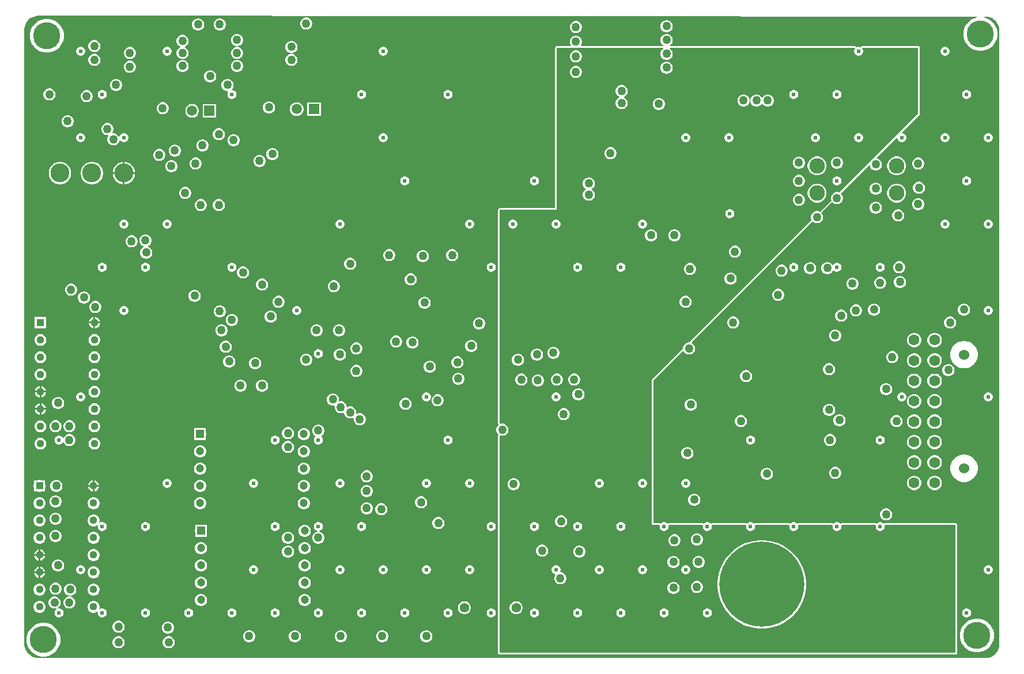
<source format=gbr>
G04*
G04 #@! TF.GenerationSoftware,Altium Limited,Altium Designer,22.4.2 (48)*
G04*
G04 Layer_Physical_Order=3*
G04 Layer_Color=16440176*
%FSLAX25Y25*%
%MOIN*%
G70*
G04*
G04 #@! TF.SameCoordinates,D9C1796D-00DA-4533-86C4-8477C41658A7*
G04*
G04*
G04 #@! TF.FilePolarity,Positive*
G04*
G01*
G75*
%ADD17C,0.01000*%
%ADD115R,0.05906X0.05906*%
%ADD116C,0.05906*%
%ADD117C,0.10925*%
%ADD118C,0.09000*%
%ADD119C,0.15630*%
%ADD120C,0.49213*%
%ADD121C,0.04449*%
%ADD122R,0.04449X0.04449*%
%ADD123C,0.06319*%
%ADD124C,0.06004*%
%ADD125C,0.04724*%
%ADD126R,0.04724X0.04724*%
%ADD127C,0.05512*%
%ADD128C,0.05000*%
%ADD129C,0.02400*%
G36*
X655735Y495034D02*
X655784Y494534D01*
X655146Y494408D01*
X653366Y493670D01*
X651763Y492599D01*
X650401Y491237D01*
X649330Y489634D01*
X648593Y487854D01*
X648216Y485964D01*
Y484036D01*
X648593Y482146D01*
X649330Y480366D01*
X650401Y478763D01*
X651763Y477401D01*
X653366Y476330D01*
X655146Y475593D01*
X657036Y475216D01*
X658964D01*
X660854Y475593D01*
X662634Y476330D01*
X664237Y477401D01*
X665599Y478763D01*
X666670Y480366D01*
X667408Y482146D01*
X667783Y484036D01*
Y485964D01*
X667408Y487854D01*
X666670Y489634D01*
X665599Y491237D01*
X664237Y492599D01*
X662634Y493670D01*
X660854Y494408D01*
X660239Y494530D01*
X660288Y495030D01*
X660996Y495029D01*
X660998Y495029D01*
X661000Y495029D01*
X661526D01*
X662570Y494892D01*
X663586Y494619D01*
X664559Y494216D01*
X665470Y493690D01*
X666305Y493049D01*
X667050Y492305D01*
X667690Y491470D01*
X668217Y490559D01*
X668619Y489586D01*
X668892Y488570D01*
X669029Y487526D01*
X669029Y487000D01*
X669029Y132000D01*
Y131474D01*
X668892Y130430D01*
X668619Y129414D01*
X668217Y128441D01*
X667690Y127530D01*
X667050Y126695D01*
X666305Y125951D01*
X665470Y125310D01*
X664559Y124784D01*
X663587Y124381D01*
X662570Y124108D01*
X661526Y123971D01*
X661000Y123971D01*
X113500Y123981D01*
X113417Y123970D01*
X113334Y123978D01*
X112794Y123955D01*
X111719Y124055D01*
X110666Y124299D01*
X109655Y124681D01*
X108705Y125195D01*
X107832Y125832D01*
X107052Y126580D01*
X106380Y127425D01*
X105826Y128353D01*
X105403Y129347D01*
X105116Y130389D01*
X104971Y131460D01*
X104971Y132000D01*
X104971Y487500D01*
Y488026D01*
X105108Y489070D01*
X105381Y490086D01*
X105783Y491059D01*
X106310Y491970D01*
X106950Y492805D01*
X107695Y493549D01*
X108530Y494190D01*
X109441Y494717D01*
X110414Y495119D01*
X111430Y495392D01*
X112474Y495529D01*
X113000D01*
X113381Y495579D01*
X655735Y495034D01*
D02*
G37*
%LPC*%
G36*
X268461Y494500D02*
X267539D01*
X266649Y494262D01*
X265851Y493801D01*
X265199Y493149D01*
X264738Y492351D01*
X264500Y491461D01*
Y490539D01*
X264738Y489649D01*
X265199Y488851D01*
X265851Y488199D01*
X266649Y487739D01*
X267539Y487500D01*
X268461D01*
X269351Y487739D01*
X270149Y488199D01*
X270801Y488851D01*
X271262Y489649D01*
X271500Y490539D01*
Y491461D01*
X271262Y492351D01*
X270801Y493149D01*
X270149Y493801D01*
X269351Y494262D01*
X268461Y494500D01*
D02*
G37*
G36*
X218461Y494000D02*
X217539D01*
X216649Y493761D01*
X215851Y493301D01*
X215199Y492649D01*
X214738Y491851D01*
X214500Y490961D01*
Y490039D01*
X214738Y489149D01*
X215199Y488351D01*
X215851Y487699D01*
X216649Y487239D01*
X217539Y487000D01*
X218461D01*
X219351Y487239D01*
X220149Y487699D01*
X220801Y488351D01*
X221262Y489149D01*
X221500Y490039D01*
Y490961D01*
X221262Y491851D01*
X220801Y492649D01*
X220149Y493301D01*
X219351Y493761D01*
X218461Y494000D01*
D02*
G37*
G36*
X205961D02*
X205039D01*
X204149Y493761D01*
X203351Y493301D01*
X202699Y492649D01*
X202238Y491851D01*
X202000Y490961D01*
Y490039D01*
X202238Y489149D01*
X202699Y488351D01*
X203351Y487699D01*
X204149Y487239D01*
X205039Y487000D01*
X205961D01*
X206851Y487239D01*
X207649Y487699D01*
X208301Y488351D01*
X208762Y489149D01*
X209000Y490039D01*
Y490961D01*
X208762Y491851D01*
X208301Y492649D01*
X207649Y493301D01*
X206851Y493761D01*
X205961Y494000D01*
D02*
G37*
G36*
X476961Y493000D02*
X476039D01*
X475149Y492762D01*
X474351Y492301D01*
X473699Y491649D01*
X473239Y490851D01*
X473000Y489961D01*
Y489039D01*
X473239Y488149D01*
X473699Y487351D01*
X474351Y486699D01*
X475149Y486238D01*
X476039Y486000D01*
X476961D01*
X477851Y486238D01*
X478649Y486699D01*
X479301Y487351D01*
X479762Y488149D01*
X480000Y489039D01*
Y489961D01*
X479762Y490851D01*
X479301Y491649D01*
X478649Y492301D01*
X477851Y492762D01*
X476961Y493000D01*
D02*
G37*
G36*
X424461Y492500D02*
X423539D01*
X422649Y492262D01*
X421851Y491801D01*
X421199Y491149D01*
X420739Y490351D01*
X420500Y489461D01*
Y488539D01*
X420739Y487649D01*
X421199Y486851D01*
X421851Y486199D01*
X422649Y485739D01*
X423539Y485500D01*
X424461D01*
X425351Y485739D01*
X426149Y486199D01*
X426801Y486851D01*
X427261Y487649D01*
X427500Y488539D01*
Y489461D01*
X427261Y490351D01*
X426801Y491149D01*
X426149Y491801D01*
X425351Y492262D01*
X424461Y492500D01*
D02*
G37*
G36*
X476961Y485000D02*
X476039D01*
X475149Y484761D01*
X474351Y484301D01*
X473699Y483649D01*
X473239Y482851D01*
X473000Y481961D01*
Y481039D01*
X473239Y480149D01*
X473699Y479351D01*
X474351Y478699D01*
X474689Y478504D01*
X474562Y478020D01*
X427128D01*
X426898Y478520D01*
X427261Y479149D01*
X427500Y480039D01*
Y480961D01*
X427261Y481851D01*
X426801Y482649D01*
X426149Y483301D01*
X425351Y483762D01*
X424461Y484000D01*
X423539D01*
X422649Y483762D01*
X421851Y483301D01*
X421199Y482649D01*
X420739Y481851D01*
X420500Y480961D01*
Y480039D01*
X420739Y479149D01*
X421102Y478520D01*
X420872Y478020D01*
X413000D01*
X412610Y477942D01*
X412279Y477721D01*
X412058Y477390D01*
X411980Y477000D01*
Y384220D01*
X380000D01*
X379610Y384142D01*
X379279Y383921D01*
X379058Y383590D01*
X378980Y383200D01*
Y259729D01*
X378995Y259657D01*
X378991Y259584D01*
X379033Y259464D01*
X379058Y259339D01*
X379099Y259278D01*
X379123Y259209D01*
X379261Y258962D01*
X379098Y258553D01*
X379080Y258530D01*
X378699Y258149D01*
X378239Y257351D01*
X378000Y256461D01*
Y255539D01*
X378239Y254649D01*
X378699Y253851D01*
X379080Y253470D01*
X379098Y253448D01*
X379261Y253038D01*
X379123Y252791D01*
X379099Y252722D01*
X379058Y252661D01*
X379033Y252536D01*
X378991Y252416D01*
X378995Y252343D01*
X378980Y252271D01*
Y201000D01*
Y127000D01*
X379058Y126610D01*
X379279Y126279D01*
X379610Y126058D01*
X380000Y125980D01*
X643500D01*
X643890Y126058D01*
X644221Y126279D01*
X644442Y126610D01*
X644520Y127000D01*
Y201000D01*
X644442Y201390D01*
X644221Y201721D01*
X643890Y201942D01*
X643500Y202020D01*
X602909D01*
X602843Y202007D01*
X602776Y202011D01*
X602649Y201968D01*
X602519Y201942D01*
X602463Y201905D01*
X602399Y201883D01*
X602299Y201795D01*
X602188Y201721D01*
X601740Y201900D01*
X601706Y201927D01*
X601577Y202055D01*
X600991Y202394D01*
X600338Y202569D01*
X599662D01*
X599009Y202394D01*
X598423Y202055D01*
X598294Y201927D01*
X598260Y201900D01*
X597812Y201721D01*
X597701Y201795D01*
X597601Y201883D01*
X597537Y201905D01*
X597481Y201942D01*
X597351Y201968D01*
X597224Y202011D01*
X597157Y202007D01*
X597091Y202020D01*
X577909D01*
X577843Y202007D01*
X577776Y202011D01*
X577649Y201968D01*
X577519Y201942D01*
X577463Y201905D01*
X577399Y201883D01*
X577299Y201795D01*
X577188Y201721D01*
X576740Y201900D01*
X576706Y201927D01*
X576577Y202055D01*
X575991Y202394D01*
X575338Y202569D01*
X574662D01*
X574009Y202394D01*
X573423Y202055D01*
X573294Y201927D01*
X573260Y201900D01*
X572812Y201721D01*
X572701Y201795D01*
X572601Y201883D01*
X572537Y201905D01*
X572481Y201942D01*
X572351Y201968D01*
X572224Y202011D01*
X572157Y202007D01*
X572091Y202020D01*
X552909D01*
X552843Y202007D01*
X552776Y202011D01*
X552649Y201968D01*
X552519Y201942D01*
X552463Y201905D01*
X552399Y201883D01*
X552299Y201795D01*
X552188Y201721D01*
X551740Y201900D01*
X551706Y201927D01*
X551577Y202055D01*
X550991Y202394D01*
X550338Y202569D01*
X549662D01*
X549009Y202394D01*
X548423Y202055D01*
X548294Y201927D01*
X548260Y201900D01*
X547812Y201721D01*
X547701Y201795D01*
X547601Y201883D01*
X547537Y201905D01*
X547481Y201942D01*
X547351Y201968D01*
X547224Y202011D01*
X547157Y202007D01*
X547091Y202020D01*
X527909D01*
X527843Y202007D01*
X527776Y202011D01*
X527649Y201968D01*
X527519Y201942D01*
X527463Y201905D01*
X527399Y201883D01*
X527299Y201795D01*
X527188Y201721D01*
X526740Y201900D01*
X526706Y201927D01*
X526577Y202055D01*
X525991Y202394D01*
X525338Y202569D01*
X524662D01*
X524009Y202394D01*
X523423Y202055D01*
X523294Y201927D01*
X523260Y201900D01*
X522812Y201721D01*
X522701Y201795D01*
X522601Y201883D01*
X522537Y201905D01*
X522481Y201942D01*
X522351Y201968D01*
X522224Y202011D01*
X522157Y202007D01*
X522091Y202020D01*
X502909D01*
X502843Y202007D01*
X502776Y202011D01*
X502649Y201968D01*
X502519Y201942D01*
X502463Y201905D01*
X502399Y201883D01*
X502299Y201795D01*
X502188Y201721D01*
X501740Y201900D01*
X501706Y201927D01*
X501577Y202055D01*
X500991Y202394D01*
X500338Y202569D01*
X499662D01*
X499009Y202394D01*
X498423Y202055D01*
X498294Y201927D01*
X498260Y201900D01*
X497812Y201721D01*
X497701Y201795D01*
X497601Y201883D01*
X497537Y201905D01*
X497481Y201942D01*
X497351Y201968D01*
X497224Y202011D01*
X497157Y202007D01*
X497091Y202020D01*
X477909D01*
X477843Y202007D01*
X477776Y202011D01*
X477649Y201968D01*
X477519Y201942D01*
X477463Y201905D01*
X477399Y201883D01*
X477299Y201795D01*
X477188Y201721D01*
X476740Y201900D01*
X476706Y201927D01*
X476577Y202055D01*
X475991Y202394D01*
X475338Y202569D01*
X474662D01*
X474009Y202394D01*
X473423Y202055D01*
X473294Y201927D01*
X473260Y201900D01*
X472812Y201721D01*
X472701Y201795D01*
X472601Y201883D01*
X472537Y201905D01*
X472481Y201942D01*
X472351Y201968D01*
X472224Y202011D01*
X472157Y202007D01*
X472091Y202020D01*
X469020D01*
Y284578D01*
X485818Y301377D01*
X486443Y301294D01*
X486699Y300851D01*
X487351Y300199D01*
X488149Y299739D01*
X489039Y299500D01*
X489961D01*
X490851Y299739D01*
X491649Y300199D01*
X492301Y300851D01*
X492762Y301649D01*
X493000Y302539D01*
Y303461D01*
X492762Y304351D01*
X492301Y305149D01*
X491649Y305801D01*
X491206Y306057D01*
X491123Y306681D01*
X560996Y376554D01*
X561351Y376199D01*
X562149Y375739D01*
X563039Y375500D01*
X563961D01*
X564851Y375739D01*
X565649Y376199D01*
X566301Y376851D01*
X566761Y377649D01*
X567000Y378539D01*
Y379461D01*
X566761Y380351D01*
X566301Y381149D01*
X565946Y381504D01*
X572246Y387804D01*
X572851Y387199D01*
X573649Y386738D01*
X574539Y386500D01*
X575461D01*
X576351Y386738D01*
X577149Y387199D01*
X577801Y387851D01*
X578262Y388649D01*
X578500Y389539D01*
Y390461D01*
X578262Y391351D01*
X577801Y392149D01*
X577196Y392754D01*
X593542Y409100D01*
X594040Y408891D01*
X594239Y408149D01*
X594699Y407351D01*
X595351Y406699D01*
X596149Y406239D01*
X597039Y406000D01*
X597961D01*
X598851Y406239D01*
X599649Y406699D01*
X600301Y407351D01*
X600762Y408149D01*
X601000Y409039D01*
Y409961D01*
X600762Y410851D01*
X600301Y411649D01*
X599649Y412301D01*
X598851Y412761D01*
X598109Y412960D01*
X597900Y413458D01*
X609432Y424990D01*
X609932Y424783D01*
Y424662D01*
X610107Y424009D01*
X610445Y423423D01*
X610923Y422945D01*
X611509Y422607D01*
X612162Y422432D01*
X612838D01*
X613491Y422607D01*
X614077Y422945D01*
X614555Y423423D01*
X614893Y424009D01*
X615068Y424662D01*
Y425338D01*
X614893Y425991D01*
X614555Y426577D01*
X614077Y427055D01*
X613491Y427393D01*
X612838Y427568D01*
X612717D01*
X612510Y428068D01*
X622721Y438279D01*
X622942Y438610D01*
X623020Y439000D01*
Y477000D01*
X622942Y477390D01*
X622721Y477721D01*
X622390Y477942D01*
X622000Y478020D01*
X589763D01*
X589724Y478012D01*
X589684Y478017D01*
X589530Y477973D01*
X589373Y477942D01*
X589340Y477920D01*
X589301Y477909D01*
X589175Y477810D01*
X589042Y477721D01*
X589020Y477688D01*
X588989Y477663D01*
X588536Y477418D01*
X588325Y477438D01*
X587838Y477568D01*
X587162D01*
X586675Y477438D01*
X586464Y477418D01*
X586011Y477663D01*
X585980Y477688D01*
X585958Y477721D01*
X585825Y477810D01*
X585699Y477909D01*
X585660Y477920D01*
X585627Y477942D01*
X585470Y477973D01*
X585316Y478017D01*
X585276Y478012D01*
X585237Y478020D01*
X478438D01*
X478311Y478504D01*
X478649Y478699D01*
X479301Y479351D01*
X479762Y480149D01*
X480000Y481039D01*
Y481961D01*
X479762Y482851D01*
X479301Y483649D01*
X478649Y484301D01*
X477851Y484761D01*
X476961Y485000D01*
D02*
G37*
G36*
X228461D02*
X227539D01*
X226649Y484761D01*
X225851Y484301D01*
X225199Y483649D01*
X224739Y482851D01*
X224500Y481961D01*
Y481039D01*
X224739Y480149D01*
X225199Y479351D01*
X225851Y478699D01*
X226649Y478238D01*
X227539Y478000D01*
X228461D01*
X229351Y478238D01*
X230149Y478699D01*
X230801Y479351D01*
X231261Y480149D01*
X231500Y481039D01*
Y481961D01*
X231261Y482851D01*
X230801Y483649D01*
X230149Y484301D01*
X229351Y484761D01*
X228461Y485000D01*
D02*
G37*
G36*
X145961Y481500D02*
X145039D01*
X144149Y481261D01*
X143351Y480801D01*
X142699Y480149D01*
X142238Y479351D01*
X142000Y478461D01*
Y477539D01*
X142238Y476649D01*
X142699Y475851D01*
X143351Y475199D01*
X144149Y474739D01*
X145039Y474500D01*
X145961D01*
X146851Y474739D01*
X147649Y475199D01*
X148301Y475851D01*
X148761Y476649D01*
X149000Y477539D01*
Y478461D01*
X148761Y479351D01*
X148301Y480149D01*
X147649Y480801D01*
X146851Y481261D01*
X145961Y481500D01*
D02*
G37*
G36*
X118964Y493784D02*
X117036D01*
X115146Y493407D01*
X113366Y492670D01*
X111763Y491599D01*
X110401Y490237D01*
X109330Y488634D01*
X108592Y486854D01*
X108217Y484964D01*
Y483036D01*
X108592Y481146D01*
X109330Y479366D01*
X110401Y477763D01*
X111763Y476401D01*
X113366Y475330D01*
X115146Y474592D01*
X117036Y474217D01*
X118964D01*
X120854Y474592D01*
X122634Y475330D01*
X124237Y476401D01*
X125599Y477763D01*
X126670Y479366D01*
X127408Y481146D01*
X127784Y483036D01*
Y484964D01*
X127408Y486854D01*
X126670Y488634D01*
X125599Y490237D01*
X124237Y491599D01*
X122634Y492670D01*
X120854Y493407D01*
X118964Y493784D01*
D02*
G37*
G36*
X259961Y481000D02*
X259039D01*
X258149Y480761D01*
X257351Y480301D01*
X256699Y479649D01*
X256239Y478851D01*
X256000Y477961D01*
Y477039D01*
X256239Y476149D01*
X256699Y475351D01*
X257351Y474699D01*
X258149Y474238D01*
X259039Y474000D01*
X259961D01*
X260851Y474238D01*
X261649Y474699D01*
X262301Y475351D01*
X262761Y476149D01*
X263000Y477039D01*
Y477961D01*
X262761Y478851D01*
X262301Y479649D01*
X261649Y480301D01*
X260851Y480761D01*
X259961Y481000D01*
D02*
G37*
G36*
X637838Y477568D02*
X637162D01*
X636509Y477393D01*
X635923Y477055D01*
X635445Y476577D01*
X635107Y475991D01*
X634932Y475338D01*
Y474662D01*
X635107Y474009D01*
X635445Y473423D01*
X635923Y472945D01*
X636509Y472607D01*
X637162Y472432D01*
X637838D01*
X638491Y472607D01*
X639077Y472945D01*
X639555Y473423D01*
X639893Y474009D01*
X640068Y474662D01*
Y475338D01*
X639893Y475991D01*
X639555Y476577D01*
X639077Y477055D01*
X638491Y477393D01*
X637838Y477568D01*
D02*
G37*
G36*
X312838D02*
X312162D01*
X311509Y477393D01*
X310923Y477055D01*
X310445Y476577D01*
X310106Y475991D01*
X309931Y475338D01*
Y474662D01*
X310106Y474009D01*
X310445Y473423D01*
X310923Y472945D01*
X311509Y472607D01*
X312162Y472432D01*
X312838D01*
X313491Y472607D01*
X314077Y472945D01*
X314555Y473423D01*
X314894Y474009D01*
X315069Y474662D01*
Y475338D01*
X314894Y475991D01*
X314555Y476577D01*
X314077Y477055D01*
X313491Y477393D01*
X312838Y477568D01*
D02*
G37*
G36*
X187838D02*
X187162D01*
X186509Y477393D01*
X185923Y477055D01*
X185445Y476577D01*
X185107Y475991D01*
X184932Y475338D01*
Y474662D01*
X185107Y474009D01*
X185445Y473423D01*
X185923Y472945D01*
X186509Y472607D01*
X187162Y472432D01*
X187838D01*
X188491Y472607D01*
X189077Y472945D01*
X189555Y473423D01*
X189893Y474009D01*
X190068Y474662D01*
Y475338D01*
X189893Y475991D01*
X189555Y476577D01*
X189077Y477055D01*
X188491Y477393D01*
X187838Y477568D01*
D02*
G37*
G36*
X137838D02*
X137162D01*
X136509Y477393D01*
X135923Y477055D01*
X135445Y476577D01*
X135107Y475991D01*
X134932Y475338D01*
Y474662D01*
X135107Y474009D01*
X135445Y473423D01*
X135923Y472945D01*
X136509Y472607D01*
X137162Y472432D01*
X137838D01*
X138491Y472607D01*
X139077Y472945D01*
X139555Y473423D01*
X139893Y474009D01*
X140068Y474662D01*
Y475338D01*
X139893Y475991D01*
X139555Y476577D01*
X139077Y477055D01*
X138491Y477393D01*
X137838Y477568D01*
D02*
G37*
G36*
X228461Y477500D02*
X227539D01*
X226649Y477261D01*
X225851Y476801D01*
X225199Y476149D01*
X224739Y475351D01*
X224500Y474461D01*
Y473539D01*
X224739Y472649D01*
X225199Y471851D01*
X225851Y471199D01*
X226649Y470739D01*
X227539Y470500D01*
X228461D01*
X229351Y470739D01*
X230149Y471199D01*
X230801Y471851D01*
X231261Y472649D01*
X231500Y473539D01*
Y474461D01*
X231261Y475351D01*
X230801Y476149D01*
X230149Y476801D01*
X229351Y477261D01*
X228461Y477500D01*
D02*
G37*
G36*
X196961Y484500D02*
X196039D01*
X195149Y484262D01*
X194351Y483801D01*
X193699Y483149D01*
X193238Y482351D01*
X193000Y481461D01*
Y480539D01*
X193238Y479649D01*
X193699Y478851D01*
X194351Y478199D01*
X195101Y477766D01*
X195142Y477500D01*
X195101Y477234D01*
X194351Y476801D01*
X193699Y476149D01*
X193238Y475351D01*
X193000Y474461D01*
Y473539D01*
X193238Y472649D01*
X193699Y471851D01*
X194351Y471199D01*
X195149Y470739D01*
X196039Y470500D01*
X196961D01*
X197851Y470739D01*
X198649Y471199D01*
X199301Y471851D01*
X199761Y472649D01*
X200000Y473539D01*
Y474461D01*
X199761Y475351D01*
X199301Y476149D01*
X198649Y476801D01*
X197899Y477234D01*
X197858Y477500D01*
X197899Y477766D01*
X198649Y478199D01*
X199301Y478851D01*
X199761Y479649D01*
X200000Y480539D01*
Y481461D01*
X199761Y482351D01*
X199301Y483149D01*
X198649Y483801D01*
X197851Y484262D01*
X196961Y484500D01*
D02*
G37*
G36*
X166461Y477500D02*
X165539D01*
X164649Y477261D01*
X163851Y476801D01*
X163199Y476149D01*
X162739Y475351D01*
X162500Y474461D01*
Y473539D01*
X162739Y472649D01*
X163199Y471851D01*
X163851Y471199D01*
X164649Y470739D01*
X165539Y470500D01*
X166461D01*
X167351Y470739D01*
X168149Y471199D01*
X168801Y471851D01*
X169262Y472649D01*
X169500Y473539D01*
Y474461D01*
X169262Y475351D01*
X168801Y476149D01*
X168149Y476801D01*
X167351Y477261D01*
X166461Y477500D01*
D02*
G37*
G36*
X259961Y473500D02*
X259039D01*
X258149Y473261D01*
X257351Y472801D01*
X256699Y472149D01*
X256239Y471351D01*
X256000Y470461D01*
Y469539D01*
X256239Y468649D01*
X256699Y467851D01*
X257351Y467199D01*
X258149Y466739D01*
X259039Y466500D01*
X259961D01*
X260851Y466739D01*
X261649Y467199D01*
X262301Y467851D01*
X262761Y468649D01*
X263000Y469539D01*
Y470461D01*
X262761Y471351D01*
X262301Y472149D01*
X261649Y472801D01*
X260851Y473261D01*
X259961Y473500D01*
D02*
G37*
G36*
X145961D02*
X145039D01*
X144149Y473261D01*
X143351Y472801D01*
X142699Y472149D01*
X142238Y471351D01*
X142000Y470461D01*
Y469539D01*
X142238Y468649D01*
X142699Y467851D01*
X143351Y467199D01*
X144149Y466739D01*
X145039Y466500D01*
X145961D01*
X146851Y466739D01*
X147649Y467199D01*
X148301Y467851D01*
X148761Y468649D01*
X149000Y469539D01*
Y470461D01*
X148761Y471351D01*
X148301Y472149D01*
X147649Y472801D01*
X146851Y473261D01*
X145961Y473500D01*
D02*
G37*
G36*
X228461Y470000D02*
X227539D01*
X226649Y469762D01*
X225851Y469301D01*
X225199Y468649D01*
X224739Y467851D01*
X224500Y466961D01*
Y466039D01*
X224739Y465149D01*
X225199Y464351D01*
X225851Y463699D01*
X226649Y463238D01*
X227539Y463000D01*
X228461D01*
X229351Y463238D01*
X230149Y463699D01*
X230801Y464351D01*
X231261Y465149D01*
X231500Y466039D01*
Y466961D01*
X231261Y467851D01*
X230801Y468649D01*
X230149Y469301D01*
X229351Y469762D01*
X228461Y470000D01*
D02*
G37*
G36*
X196961D02*
X196039D01*
X195149Y469762D01*
X194351Y469301D01*
X193699Y468649D01*
X193238Y467851D01*
X193000Y466961D01*
Y466039D01*
X193238Y465149D01*
X193699Y464351D01*
X194351Y463699D01*
X195149Y463238D01*
X196039Y463000D01*
X196961D01*
X197851Y463238D01*
X198649Y463699D01*
X199301Y464351D01*
X199761Y465149D01*
X200000Y466039D01*
Y466961D01*
X199761Y467851D01*
X199301Y468649D01*
X198649Y469301D01*
X197851Y469762D01*
X196961Y470000D01*
D02*
G37*
G36*
X166461Y469500D02*
X165539D01*
X164649Y469262D01*
X163851Y468801D01*
X163199Y468149D01*
X162739Y467351D01*
X162500Y466461D01*
Y465539D01*
X162739Y464649D01*
X163199Y463851D01*
X163851Y463199D01*
X164649Y462739D01*
X165539Y462500D01*
X166461D01*
X167351Y462739D01*
X168149Y463199D01*
X168801Y463851D01*
X169262Y464649D01*
X169500Y465539D01*
Y466461D01*
X169262Y467351D01*
X168801Y468149D01*
X168149Y468801D01*
X167351Y469262D01*
X166461Y469500D01*
D02*
G37*
G36*
X212961Y464000D02*
X212039D01*
X211149Y463762D01*
X210351Y463301D01*
X209699Y462649D01*
X209239Y461851D01*
X209000Y460961D01*
Y460039D01*
X209239Y459149D01*
X209699Y458351D01*
X210351Y457699D01*
X211149Y457238D01*
X212039Y457000D01*
X212961D01*
X213851Y457238D01*
X214649Y457699D01*
X215301Y458351D01*
X215761Y459149D01*
X216000Y460039D01*
Y460961D01*
X215761Y461851D01*
X215301Y462649D01*
X214649Y463301D01*
X213851Y463762D01*
X212961Y464000D01*
D02*
G37*
G36*
X158461Y459000D02*
X157539D01*
X156649Y458762D01*
X155851Y458301D01*
X155199Y457649D01*
X154738Y456851D01*
X154500Y455961D01*
Y455039D01*
X154738Y454149D01*
X155199Y453351D01*
X155851Y452699D01*
X156649Y452239D01*
X157539Y452000D01*
X158461D01*
X159351Y452239D01*
X160149Y452699D01*
X160801Y453351D01*
X161261Y454149D01*
X161500Y455039D01*
Y455961D01*
X161261Y456851D01*
X160801Y457649D01*
X160149Y458301D01*
X159351Y458762D01*
X158461Y459000D01*
D02*
G37*
G36*
X650338Y452568D02*
X649662D01*
X649009Y452393D01*
X648423Y452055D01*
X647945Y451577D01*
X647607Y450991D01*
X647432Y450338D01*
Y449662D01*
X647607Y449009D01*
X647945Y448423D01*
X648423Y447945D01*
X649009Y447607D01*
X649662Y447432D01*
X650338D01*
X650991Y447607D01*
X651577Y447945D01*
X652055Y448423D01*
X652393Y449009D01*
X652568Y449662D01*
Y450338D01*
X652393Y450991D01*
X652055Y451577D01*
X651577Y452055D01*
X650991Y452393D01*
X650338Y452568D01*
D02*
G37*
G36*
X350338D02*
X349662D01*
X349009Y452393D01*
X348423Y452055D01*
X347945Y451577D01*
X347606Y450991D01*
X347431Y450338D01*
Y449662D01*
X347606Y449009D01*
X347945Y448423D01*
X348423Y447945D01*
X349009Y447607D01*
X349662Y447432D01*
X350338D01*
X350991Y447607D01*
X351577Y447945D01*
X352055Y448423D01*
X352394Y449009D01*
X352569Y449662D01*
Y450338D01*
X352394Y450991D01*
X352055Y451577D01*
X351577Y452055D01*
X350991Y452393D01*
X350338Y452568D01*
D02*
G37*
G36*
X300338D02*
X299662D01*
X299009Y452393D01*
X298423Y452055D01*
X297945Y451577D01*
X297606Y450991D01*
X297431Y450338D01*
Y449662D01*
X297606Y449009D01*
X297945Y448423D01*
X298423Y447945D01*
X299009Y447607D01*
X299662Y447432D01*
X300338D01*
X300991Y447607D01*
X301577Y447945D01*
X302055Y448423D01*
X302394Y449009D01*
X302569Y449662D01*
Y450338D01*
X302394Y450991D01*
X302055Y451577D01*
X301577Y452055D01*
X300991Y452393D01*
X300338Y452568D01*
D02*
G37*
G36*
X222961Y459000D02*
X222039D01*
X221149Y458762D01*
X220351Y458301D01*
X219699Y457649D01*
X219238Y456851D01*
X219000Y455961D01*
Y455039D01*
X219238Y454149D01*
X219699Y453351D01*
X220351Y452699D01*
X221149Y452239D01*
X222039Y452000D01*
X222660D01*
X222809Y451779D01*
X222900Y451500D01*
X222606Y450991D01*
X222431Y450338D01*
Y449662D01*
X222606Y449009D01*
X222945Y448423D01*
X223423Y447945D01*
X224009Y447607D01*
X224662Y447432D01*
X225338D01*
X225991Y447607D01*
X226577Y447945D01*
X227055Y448423D01*
X227394Y449009D01*
X227569Y449662D01*
Y450338D01*
X227394Y450991D01*
X227055Y451577D01*
X226577Y452055D01*
X225991Y452393D01*
X225338Y452568D01*
X225225D01*
X225018Y453068D01*
X225301Y453351D01*
X225762Y454149D01*
X226000Y455039D01*
Y455961D01*
X225762Y456851D01*
X225301Y457649D01*
X224649Y458301D01*
X223851Y458762D01*
X222961Y459000D01*
D02*
G37*
G36*
X150338Y452568D02*
X149662D01*
X149009Y452393D01*
X148423Y452055D01*
X147945Y451577D01*
X147607Y450991D01*
X147432Y450338D01*
Y449662D01*
X147607Y449009D01*
X147945Y448423D01*
X148423Y447945D01*
X149009Y447607D01*
X149662Y447432D01*
X150338D01*
X150991Y447607D01*
X151577Y447945D01*
X152055Y448423D01*
X152393Y449009D01*
X152568Y449662D01*
Y450338D01*
X152393Y450991D01*
X152055Y451577D01*
X151577Y452055D01*
X150991Y452393D01*
X150338Y452568D01*
D02*
G37*
G36*
X119961Y453500D02*
X119039D01*
X118149Y453262D01*
X117351Y452801D01*
X116699Y452149D01*
X116238Y451351D01*
X116000Y450461D01*
Y449539D01*
X116238Y448649D01*
X116699Y447851D01*
X117351Y447199D01*
X118149Y446738D01*
X119039Y446500D01*
X119961D01*
X120851Y446738D01*
X121649Y447199D01*
X122301Y447851D01*
X122761Y448649D01*
X123000Y449539D01*
Y450461D01*
X122761Y451351D01*
X122301Y452149D01*
X121649Y452801D01*
X120851Y453262D01*
X119961Y453500D01*
D02*
G37*
G36*
X141461Y452500D02*
X140539D01*
X139649Y452261D01*
X138851Y451801D01*
X138199Y451149D01*
X137739Y450351D01*
X137500Y449461D01*
Y448539D01*
X137739Y447649D01*
X138199Y446851D01*
X138851Y446199D01*
X139649Y445739D01*
X140539Y445500D01*
X141461D01*
X142351Y445739D01*
X143149Y446199D01*
X143801Y446851D01*
X144262Y447649D01*
X144500Y448539D01*
Y449461D01*
X144262Y450351D01*
X143801Y451149D01*
X143149Y451801D01*
X142351Y452261D01*
X141461Y452500D01*
D02*
G37*
G36*
X246961Y446000D02*
X246039D01*
X245149Y445761D01*
X244351Y445301D01*
X243699Y444649D01*
X243238Y443851D01*
X243000Y442961D01*
Y442039D01*
X243238Y441149D01*
X243699Y440351D01*
X244351Y439699D01*
X245149Y439239D01*
X246039Y439000D01*
X246961D01*
X247851Y439239D01*
X248649Y439699D01*
X249301Y440351D01*
X249762Y441149D01*
X250000Y442039D01*
Y442961D01*
X249762Y443851D01*
X249301Y444649D01*
X248649Y445301D01*
X247851Y445761D01*
X246961Y446000D01*
D02*
G37*
G36*
X185461Y445500D02*
X184539D01*
X183649Y445261D01*
X182851Y444801D01*
X182199Y444149D01*
X181738Y443351D01*
X181500Y442461D01*
Y441539D01*
X181738Y440649D01*
X182199Y439851D01*
X182851Y439199D01*
X183649Y438738D01*
X184539Y438500D01*
X185461D01*
X186351Y438738D01*
X187149Y439199D01*
X187801Y439851D01*
X188261Y440649D01*
X188500Y441539D01*
Y442461D01*
X188261Y443351D01*
X187801Y444149D01*
X187149Y444801D01*
X186351Y445261D01*
X185461Y445500D01*
D02*
G37*
G36*
X276453Y445453D02*
X268547D01*
Y437547D01*
X276453D01*
Y445453D01*
D02*
G37*
G36*
X263020D02*
X261980D01*
X260974Y445183D01*
X260073Y444663D01*
X259337Y443927D01*
X258817Y443026D01*
X258547Y442020D01*
Y440980D01*
X258817Y439974D01*
X259337Y439073D01*
X260073Y438337D01*
X260974Y437817D01*
X261980Y437547D01*
X263020D01*
X264026Y437817D01*
X264927Y438337D01*
X265663Y439073D01*
X266183Y439974D01*
X266453Y440980D01*
Y442020D01*
X266183Y443026D01*
X265663Y443927D01*
X264927Y444663D01*
X264026Y445183D01*
X263020Y445453D01*
D02*
G37*
G36*
X215953Y444453D02*
X208047D01*
Y436547D01*
X215953D01*
Y444453D01*
D02*
G37*
G36*
X202520D02*
X201480D01*
X200474Y444183D01*
X199573Y443663D01*
X198837Y442927D01*
X198317Y442026D01*
X198047Y441020D01*
Y439980D01*
X198317Y438974D01*
X198837Y438073D01*
X199573Y437337D01*
X200474Y436817D01*
X201480Y436547D01*
X202520D01*
X203526Y436817D01*
X204427Y437337D01*
X205163Y438073D01*
X205683Y438974D01*
X205953Y439980D01*
Y441020D01*
X205683Y442026D01*
X205163Y442927D01*
X204427Y443663D01*
X203526Y444183D01*
X202520Y444453D01*
D02*
G37*
G36*
X130461Y438000D02*
X129539D01*
X128649Y437761D01*
X127851Y437301D01*
X127199Y436649D01*
X126739Y435851D01*
X126500Y434961D01*
Y434039D01*
X126739Y433149D01*
X127199Y432351D01*
X127851Y431699D01*
X128649Y431239D01*
X129539Y431000D01*
X130461D01*
X131351Y431239D01*
X132149Y431699D01*
X132801Y432351D01*
X133262Y433149D01*
X133500Y434039D01*
Y434961D01*
X133262Y435851D01*
X132801Y436649D01*
X132149Y437301D01*
X131351Y437761D01*
X130461Y438000D01*
D02*
G37*
G36*
X217961Y430500D02*
X217039D01*
X216149Y430262D01*
X215351Y429801D01*
X214699Y429149D01*
X214239Y428351D01*
X214000Y427461D01*
Y426539D01*
X214239Y425649D01*
X214699Y424851D01*
X215351Y424199D01*
X216149Y423738D01*
X217039Y423500D01*
X217961D01*
X218851Y423738D01*
X219649Y424199D01*
X220301Y424851D01*
X220761Y425649D01*
X221000Y426539D01*
Y427461D01*
X220761Y428351D01*
X220301Y429149D01*
X219649Y429801D01*
X218851Y430262D01*
X217961Y430500D01*
D02*
G37*
G36*
X662838Y427568D02*
X662162D01*
X661509Y427393D01*
X660923Y427055D01*
X660445Y426577D01*
X660107Y425991D01*
X659932Y425338D01*
Y424662D01*
X660107Y424009D01*
X660445Y423423D01*
X660923Y422945D01*
X661509Y422607D01*
X662162Y422432D01*
X662838D01*
X663491Y422607D01*
X664077Y422945D01*
X664555Y423423D01*
X664893Y424009D01*
X665068Y424662D01*
Y425338D01*
X664893Y425991D01*
X664555Y426577D01*
X664077Y427055D01*
X663491Y427393D01*
X662838Y427568D01*
D02*
G37*
G36*
X637838D02*
X637162D01*
X636509Y427393D01*
X635923Y427055D01*
X635445Y426577D01*
X635107Y425991D01*
X634932Y425338D01*
Y424662D01*
X635107Y424009D01*
X635445Y423423D01*
X635923Y422945D01*
X636509Y422607D01*
X637162Y422432D01*
X637838D01*
X638491Y422607D01*
X639077Y422945D01*
X639555Y423423D01*
X639893Y424009D01*
X640068Y424662D01*
Y425338D01*
X639893Y425991D01*
X639555Y426577D01*
X639077Y427055D01*
X638491Y427393D01*
X637838Y427568D01*
D02*
G37*
G36*
X312838D02*
X312162D01*
X311509Y427393D01*
X310923Y427055D01*
X310445Y426577D01*
X310106Y425991D01*
X309931Y425338D01*
Y424662D01*
X310106Y424009D01*
X310445Y423423D01*
X310923Y422945D01*
X311509Y422607D01*
X312162Y422432D01*
X312838D01*
X313491Y422607D01*
X314077Y422945D01*
X314555Y423423D01*
X314894Y424009D01*
X315069Y424662D01*
Y425338D01*
X314894Y425991D01*
X314555Y426577D01*
X314077Y427055D01*
X313491Y427393D01*
X312838Y427568D01*
D02*
G37*
G36*
X153461Y433500D02*
X152539D01*
X151649Y433261D01*
X150851Y432801D01*
X150199Y432149D01*
X149739Y431351D01*
X149500Y430461D01*
Y429539D01*
X149739Y428649D01*
X150199Y427851D01*
X150851Y427199D01*
X151649Y426739D01*
X152539Y426500D01*
X153345D01*
X153486Y426360D01*
X153542Y426271D01*
X153629Y426027D01*
X153238Y425351D01*
X153000Y424461D01*
Y423539D01*
X153238Y422649D01*
X153699Y421851D01*
X154351Y421199D01*
X155149Y420739D01*
X156039Y420500D01*
X156961D01*
X157851Y420739D01*
X158649Y421199D01*
X159301Y421851D01*
X159762Y422649D01*
X159937Y423303D01*
X160302Y423389D01*
X160478Y423390D01*
X160923Y422945D01*
X161509Y422607D01*
X162162Y422432D01*
X162838D01*
X163491Y422607D01*
X164077Y422945D01*
X164555Y423423D01*
X164893Y424009D01*
X165068Y424662D01*
Y425338D01*
X164893Y425991D01*
X164555Y426577D01*
X164077Y427055D01*
X163491Y427393D01*
X162838Y427568D01*
X162162D01*
X161509Y427393D01*
X160923Y427055D01*
X160445Y426577D01*
X160107Y425991D01*
X160063Y425829D01*
X159526Y425758D01*
X159301Y426149D01*
X158649Y426801D01*
X157851Y427261D01*
X156961Y427500D01*
X156155D01*
X156014Y427640D01*
X155958Y427729D01*
X155871Y427973D01*
X156262Y428649D01*
X156500Y429539D01*
Y430461D01*
X156262Y431351D01*
X155801Y432149D01*
X155149Y432801D01*
X154351Y433261D01*
X153461Y433500D01*
D02*
G37*
G36*
X137838Y427568D02*
X137162D01*
X136509Y427393D01*
X135923Y427055D01*
X135445Y426577D01*
X135107Y425991D01*
X134932Y425338D01*
Y424662D01*
X135107Y424009D01*
X135445Y423423D01*
X135923Y422945D01*
X136509Y422607D01*
X137162Y422432D01*
X137838D01*
X138491Y422607D01*
X139077Y422945D01*
X139555Y423423D01*
X139893Y424009D01*
X140068Y424662D01*
Y425338D01*
X139893Y425991D01*
X139555Y426577D01*
X139077Y427055D01*
X138491Y427393D01*
X137838Y427568D01*
D02*
G37*
G36*
X226461Y427000D02*
X225539D01*
X224649Y426761D01*
X223851Y426301D01*
X223199Y425649D01*
X222739Y424851D01*
X222500Y423961D01*
Y423039D01*
X222739Y422149D01*
X223199Y421351D01*
X223851Y420699D01*
X224649Y420238D01*
X225539Y420000D01*
X226461D01*
X227351Y420238D01*
X228149Y420699D01*
X228801Y421351D01*
X229261Y422149D01*
X229500Y423039D01*
Y423961D01*
X229261Y424851D01*
X228801Y425649D01*
X228149Y426301D01*
X227351Y426761D01*
X226461Y427000D01*
D02*
G37*
G36*
X208461Y424000D02*
X207539D01*
X206649Y423762D01*
X205851Y423301D01*
X205199Y422649D01*
X204738Y421851D01*
X204500Y420961D01*
Y420039D01*
X204738Y419149D01*
X205199Y418351D01*
X205851Y417699D01*
X206649Y417239D01*
X207539Y417000D01*
X208461D01*
X209351Y417239D01*
X210149Y417699D01*
X210801Y418351D01*
X211262Y419149D01*
X211500Y420039D01*
Y420961D01*
X211262Y421851D01*
X210801Y422649D01*
X210149Y423301D01*
X209351Y423762D01*
X208461Y424000D01*
D02*
G37*
G36*
X192461Y421000D02*
X191539D01*
X190649Y420761D01*
X189851Y420301D01*
X189199Y419649D01*
X188739Y418851D01*
X188500Y417961D01*
Y417039D01*
X188739Y416149D01*
X189199Y415351D01*
X189851Y414699D01*
X190649Y414239D01*
X191539Y414000D01*
X192461D01*
X193351Y414239D01*
X194149Y414699D01*
X194801Y415351D01*
X195262Y416149D01*
X195500Y417039D01*
Y417961D01*
X195262Y418851D01*
X194801Y419649D01*
X194149Y420301D01*
X193351Y420761D01*
X192461Y421000D01*
D02*
G37*
G36*
X248961Y419000D02*
X248039D01*
X247149Y418761D01*
X246351Y418301D01*
X245699Y417649D01*
X245238Y416851D01*
X245000Y415961D01*
Y415039D01*
X245238Y414149D01*
X245699Y413351D01*
X246351Y412699D01*
X247149Y412239D01*
X248039Y412000D01*
X248961D01*
X249851Y412239D01*
X250649Y412699D01*
X251301Y413351D01*
X251762Y414149D01*
X252000Y415039D01*
Y415961D01*
X251762Y416851D01*
X251301Y417649D01*
X250649Y418301D01*
X249851Y418761D01*
X248961Y419000D01*
D02*
G37*
G36*
X183461Y418500D02*
X182539D01*
X181649Y418261D01*
X180851Y417801D01*
X180199Y417149D01*
X179738Y416351D01*
X179500Y415461D01*
Y414539D01*
X179738Y413649D01*
X180199Y412851D01*
X180851Y412199D01*
X181649Y411738D01*
X182539Y411500D01*
X183461D01*
X184351Y411738D01*
X185149Y412199D01*
X185801Y412851D01*
X186261Y413649D01*
X186500Y414539D01*
Y415461D01*
X186261Y416351D01*
X185801Y417149D01*
X185149Y417801D01*
X184351Y418261D01*
X183461Y418500D01*
D02*
G37*
G36*
X241461Y415000D02*
X240539D01*
X239649Y414761D01*
X238851Y414301D01*
X238199Y413649D01*
X237738Y412851D01*
X237500Y411961D01*
Y411039D01*
X237738Y410149D01*
X238199Y409351D01*
X238851Y408699D01*
X239649Y408239D01*
X240539Y408000D01*
X241461D01*
X242351Y408239D01*
X243149Y408699D01*
X243801Y409351D01*
X244262Y410149D01*
X244500Y411039D01*
Y411961D01*
X244262Y412851D01*
X243801Y413649D01*
X243149Y414301D01*
X242351Y414761D01*
X241461Y415000D01*
D02*
G37*
G36*
X622461Y413500D02*
X621539D01*
X620649Y413262D01*
X619851Y412801D01*
X619199Y412149D01*
X618739Y411351D01*
X618500Y410461D01*
Y409539D01*
X618739Y408649D01*
X619199Y407851D01*
X619851Y407199D01*
X620649Y406739D01*
X621539Y406500D01*
X622461D01*
X623351Y406739D01*
X624149Y407199D01*
X624801Y407851D01*
X625261Y408649D01*
X625500Y409539D01*
Y410461D01*
X625261Y411351D01*
X624801Y412149D01*
X624149Y412801D01*
X623351Y413262D01*
X622461Y413500D01*
D02*
G37*
G36*
X204461D02*
X203539D01*
X202649Y413262D01*
X201851Y412801D01*
X201199Y412149D01*
X200739Y411351D01*
X200500Y410461D01*
Y409539D01*
X200739Y408649D01*
X201199Y407851D01*
X201851Y407199D01*
X202649Y406739D01*
X203539Y406500D01*
X204461D01*
X205351Y406739D01*
X206149Y407199D01*
X206801Y407851D01*
X207261Y408649D01*
X207500Y409539D01*
Y410461D01*
X207261Y411351D01*
X206801Y412149D01*
X206149Y412801D01*
X205351Y413262D01*
X204461Y413500D01*
D02*
G37*
G36*
X190461Y412000D02*
X189539D01*
X188649Y411762D01*
X187851Y411301D01*
X187199Y410649D01*
X186739Y409851D01*
X186500Y408961D01*
Y408039D01*
X186739Y407149D01*
X187199Y406351D01*
X187851Y405699D01*
X188649Y405238D01*
X189539Y405000D01*
X190461D01*
X191351Y405238D01*
X192149Y405699D01*
X192801Y406351D01*
X193262Y407149D01*
X193500Y408039D01*
Y408961D01*
X193262Y409851D01*
X192801Y410649D01*
X192149Y411301D01*
X191351Y411762D01*
X190461Y412000D01*
D02*
G37*
G36*
X163144Y410963D02*
X163008D01*
Y405000D01*
X168970D01*
Y405136D01*
X168722Y406385D01*
X168235Y407561D01*
X167528Y408620D01*
X166628Y409520D01*
X165569Y410227D01*
X164393Y410714D01*
X163144Y410963D01*
D02*
G37*
G36*
X162008D02*
X161871D01*
X160623Y410714D01*
X159447Y410227D01*
X158388Y409520D01*
X157488Y408620D01*
X156781Y407561D01*
X156294Y406385D01*
X156045Y405136D01*
Y405000D01*
X162008D01*
Y410963D01*
D02*
G37*
G36*
X610224Y414193D02*
X608776D01*
X607377Y413818D01*
X606123Y413094D01*
X605099Y412070D01*
X604375Y410816D01*
X604000Y409417D01*
Y407969D01*
X604375Y406570D01*
X605099Y405316D01*
X606123Y404292D01*
X607377Y403568D01*
X608776Y403193D01*
X610224D01*
X611623Y403568D01*
X612877Y404292D01*
X613901Y405316D01*
X614625Y406570D01*
X615000Y407969D01*
Y409417D01*
X614625Y410816D01*
X613901Y412070D01*
X612877Y413094D01*
X611623Y413818D01*
X610224Y414193D01*
D02*
G37*
G36*
X168970Y404000D02*
X163008D01*
Y398037D01*
X163144D01*
X164393Y398286D01*
X165569Y398773D01*
X166628Y399480D01*
X167528Y400380D01*
X168235Y401439D01*
X168722Y402615D01*
X168970Y403863D01*
Y404000D01*
D02*
G37*
G36*
X162008D02*
X156045D01*
Y403863D01*
X156294Y402615D01*
X156781Y401439D01*
X157488Y400380D01*
X158388Y399480D01*
X159447Y398773D01*
X160623Y398286D01*
X161871Y398037D01*
X162008D01*
Y404000D01*
D02*
G37*
G36*
X144641Y410963D02*
X143368D01*
X142119Y410714D01*
X140943Y410227D01*
X139884Y409520D01*
X138984Y408620D01*
X138277Y407561D01*
X137790Y406385D01*
X137541Y405136D01*
Y403863D01*
X137790Y402615D01*
X138277Y401439D01*
X138984Y400380D01*
X139884Y399480D01*
X140943Y398773D01*
X142119Y398286D01*
X143368Y398037D01*
X144641D01*
X145889Y398286D01*
X147065Y398773D01*
X148124Y399480D01*
X149024Y400380D01*
X149731Y401439D01*
X150218Y402615D01*
X150467Y403863D01*
Y405136D01*
X150218Y406385D01*
X149731Y407561D01*
X149024Y408620D01*
X148124Y409520D01*
X147065Y410227D01*
X145889Y410714D01*
X144641Y410963D01*
D02*
G37*
G36*
X126137D02*
X124864D01*
X123615Y410714D01*
X122439Y410227D01*
X121380Y409520D01*
X120480Y408620D01*
X119773Y407561D01*
X119286Y406385D01*
X119037Y405136D01*
Y403863D01*
X119286Y402615D01*
X119773Y401439D01*
X120480Y400380D01*
X121380Y399480D01*
X122439Y398773D01*
X123615Y398286D01*
X124864Y398037D01*
X126137D01*
X127385Y398286D01*
X128561Y398773D01*
X129620Y399480D01*
X130520Y400380D01*
X131227Y401439D01*
X131714Y402615D01*
X131963Y403863D01*
Y405136D01*
X131714Y406385D01*
X131227Y407561D01*
X130520Y408620D01*
X129620Y409520D01*
X128561Y410227D01*
X127385Y410714D01*
X126137Y410963D01*
D02*
G37*
G36*
X650338Y402568D02*
X649662D01*
X649009Y402393D01*
X648423Y402055D01*
X647945Y401577D01*
X647607Y400991D01*
X647432Y400338D01*
Y399662D01*
X647607Y399009D01*
X647945Y398423D01*
X648423Y397945D01*
X649009Y397606D01*
X649662Y397431D01*
X650338D01*
X650991Y397606D01*
X651577Y397945D01*
X652055Y398423D01*
X652393Y399009D01*
X652568Y399662D01*
Y400338D01*
X652393Y400991D01*
X652055Y401577D01*
X651577Y402055D01*
X650991Y402393D01*
X650338Y402568D01*
D02*
G37*
G36*
X400338D02*
X399662D01*
X399009Y402393D01*
X398423Y402055D01*
X397945Y401577D01*
X397606Y400991D01*
X397431Y400338D01*
Y399662D01*
X397606Y399009D01*
X397945Y398423D01*
X398423Y397945D01*
X399009Y397606D01*
X399662Y397431D01*
X400338D01*
X400991Y397606D01*
X401577Y397945D01*
X402055Y398423D01*
X402393Y399009D01*
X402568Y399662D01*
Y400338D01*
X402393Y400991D01*
X402055Y401577D01*
X401577Y402055D01*
X400991Y402393D01*
X400338Y402568D01*
D02*
G37*
G36*
X325338D02*
X324662D01*
X324009Y402393D01*
X323423Y402055D01*
X322945Y401577D01*
X322606Y400991D01*
X322431Y400338D01*
Y399662D01*
X322606Y399009D01*
X322945Y398423D01*
X323423Y397945D01*
X324009Y397606D01*
X324662Y397431D01*
X325338D01*
X325991Y397606D01*
X326577Y397945D01*
X327055Y398423D01*
X327394Y399009D01*
X327569Y399662D01*
Y400338D01*
X327394Y400991D01*
X327055Y401577D01*
X326577Y402055D01*
X325991Y402393D01*
X325338Y402568D01*
D02*
G37*
G36*
X622961Y399500D02*
X622039D01*
X621149Y399261D01*
X620351Y398801D01*
X619699Y398149D01*
X619239Y397351D01*
X619000Y396461D01*
Y395539D01*
X619239Y394649D01*
X619699Y393851D01*
X620351Y393199D01*
X621149Y392739D01*
X622039Y392500D01*
X622961D01*
X623851Y392739D01*
X624649Y393199D01*
X625301Y393851D01*
X625762Y394649D01*
X626000Y395539D01*
Y396461D01*
X625762Y397351D01*
X625301Y398149D01*
X624649Y398801D01*
X623851Y399261D01*
X622961Y399500D01*
D02*
G37*
G36*
X597961Y399000D02*
X597039D01*
X596149Y398762D01*
X595351Y398301D01*
X594699Y397649D01*
X594239Y396851D01*
X594000Y395961D01*
Y395039D01*
X594239Y394149D01*
X594699Y393351D01*
X595351Y392699D01*
X596149Y392238D01*
X597039Y392000D01*
X597961D01*
X598851Y392238D01*
X599649Y392699D01*
X600301Y393351D01*
X600762Y394149D01*
X601000Y395039D01*
Y395961D01*
X600762Y396851D01*
X600301Y397649D01*
X599649Y398301D01*
X598851Y398762D01*
X597961Y399000D01*
D02*
G37*
G36*
X198461Y396500D02*
X197539D01*
X196649Y396262D01*
X195851Y395801D01*
X195199Y395149D01*
X194738Y394351D01*
X194500Y393461D01*
Y392539D01*
X194738Y391649D01*
X195199Y390851D01*
X195851Y390199D01*
X196649Y389738D01*
X197539Y389500D01*
X198461D01*
X199351Y389738D01*
X200149Y390199D01*
X200801Y390851D01*
X201261Y391649D01*
X201500Y392539D01*
Y393461D01*
X201261Y394351D01*
X200801Y395149D01*
X200149Y395801D01*
X199351Y396262D01*
X198461Y396500D01*
D02*
G37*
G36*
X610224Y398445D02*
X608776D01*
X607377Y398070D01*
X606123Y397346D01*
X605099Y396322D01*
X604375Y395068D01*
X604000Y393669D01*
Y392221D01*
X604375Y390822D01*
X605099Y389568D01*
X606123Y388544D01*
X607377Y387820D01*
X608776Y387445D01*
X610224D01*
X611623Y387820D01*
X612877Y388544D01*
X613901Y389568D01*
X614625Y390822D01*
X615000Y392221D01*
Y393669D01*
X614625Y395068D01*
X613901Y396322D01*
X612877Y397346D01*
X611623Y398070D01*
X610224Y398445D01*
D02*
G37*
G36*
X622461Y390000D02*
X621539D01*
X620649Y389761D01*
X619851Y389301D01*
X619199Y388649D01*
X618739Y387851D01*
X618500Y386961D01*
Y386039D01*
X618739Y385149D01*
X619199Y384351D01*
X619851Y383699D01*
X620649Y383239D01*
X621539Y383000D01*
X622461D01*
X623351Y383239D01*
X624149Y383699D01*
X624801Y384351D01*
X625261Y385149D01*
X625500Y386039D01*
Y386961D01*
X625261Y387851D01*
X624801Y388649D01*
X624149Y389301D01*
X623351Y389761D01*
X622461Y390000D01*
D02*
G37*
G36*
X217961Y389500D02*
X217039D01*
X216149Y389262D01*
X215351Y388801D01*
X214699Y388149D01*
X214239Y387351D01*
X214000Y386461D01*
Y385539D01*
X214239Y384649D01*
X214699Y383851D01*
X215351Y383199D01*
X216149Y382738D01*
X217039Y382500D01*
X217961D01*
X218851Y382738D01*
X219649Y383199D01*
X220301Y383851D01*
X220761Y384649D01*
X221000Y385539D01*
Y386461D01*
X220761Y387351D01*
X220301Y388149D01*
X219649Y388801D01*
X218851Y389262D01*
X217961Y389500D01*
D02*
G37*
G36*
X207461D02*
X206539D01*
X205649Y389262D01*
X204851Y388801D01*
X204199Y388149D01*
X203738Y387351D01*
X203500Y386461D01*
Y385539D01*
X203738Y384649D01*
X204199Y383851D01*
X204851Y383199D01*
X205649Y382738D01*
X206539Y382500D01*
X207461D01*
X208351Y382738D01*
X209149Y383199D01*
X209801Y383851D01*
X210262Y384649D01*
X210500Y385539D01*
Y386461D01*
X210262Y387351D01*
X209801Y388149D01*
X209149Y388801D01*
X208351Y389262D01*
X207461Y389500D01*
D02*
G37*
G36*
X597961Y388000D02*
X597039D01*
X596149Y387761D01*
X595351Y387301D01*
X594699Y386649D01*
X594239Y385851D01*
X594000Y384961D01*
Y384039D01*
X594239Y383149D01*
X594699Y382351D01*
X595351Y381699D01*
X596149Y381239D01*
X597039Y381000D01*
X597961D01*
X598851Y381239D01*
X599649Y381699D01*
X600301Y382351D01*
X600762Y383149D01*
X601000Y384039D01*
Y384961D01*
X600762Y385851D01*
X600301Y386649D01*
X599649Y387301D01*
X598851Y387761D01*
X597961Y388000D01*
D02*
G37*
G36*
X610961Y383500D02*
X610039D01*
X609149Y383261D01*
X608351Y382801D01*
X607699Y382149D01*
X607238Y381351D01*
X607000Y380461D01*
Y379539D01*
X607238Y378649D01*
X607699Y377851D01*
X608351Y377199D01*
X609149Y376739D01*
X610039Y376500D01*
X610961D01*
X611851Y376739D01*
X612649Y377199D01*
X613301Y377851D01*
X613762Y378649D01*
X614000Y379539D01*
Y380461D01*
X613762Y381351D01*
X613301Y382149D01*
X612649Y382801D01*
X611851Y383261D01*
X610961Y383500D01*
D02*
G37*
G36*
X662838Y377569D02*
X662162D01*
X661509Y377394D01*
X660923Y377055D01*
X660445Y376577D01*
X660107Y375991D01*
X659932Y375338D01*
Y374662D01*
X660107Y374009D01*
X660445Y373423D01*
X660923Y372945D01*
X661509Y372606D01*
X662162Y372431D01*
X662838D01*
X663491Y372606D01*
X664077Y372945D01*
X664555Y373423D01*
X664893Y374009D01*
X665068Y374662D01*
Y375338D01*
X664893Y375991D01*
X664555Y376577D01*
X664077Y377055D01*
X663491Y377394D01*
X662838Y377569D01*
D02*
G37*
G36*
X637838D02*
X637162D01*
X636509Y377394D01*
X635923Y377055D01*
X635445Y376577D01*
X635107Y375991D01*
X634932Y375338D01*
Y374662D01*
X635107Y374009D01*
X635445Y373423D01*
X635923Y372945D01*
X636509Y372606D01*
X637162Y372431D01*
X637838D01*
X638491Y372606D01*
X639077Y372945D01*
X639555Y373423D01*
X639893Y374009D01*
X640068Y374662D01*
Y375338D01*
X639893Y375991D01*
X639555Y376577D01*
X639077Y377055D01*
X638491Y377394D01*
X637838Y377569D01*
D02*
G37*
G36*
X362838D02*
X362162D01*
X361509Y377394D01*
X360923Y377055D01*
X360445Y376577D01*
X360106Y375991D01*
X359931Y375338D01*
Y374662D01*
X360106Y374009D01*
X360445Y373423D01*
X360923Y372945D01*
X361509Y372606D01*
X362162Y372431D01*
X362838D01*
X363491Y372606D01*
X364077Y372945D01*
X364555Y373423D01*
X364894Y374009D01*
X365069Y374662D01*
Y375338D01*
X364894Y375991D01*
X364555Y376577D01*
X364077Y377055D01*
X363491Y377394D01*
X362838Y377569D01*
D02*
G37*
G36*
X287838D02*
X287162D01*
X286509Y377394D01*
X285923Y377055D01*
X285445Y376577D01*
X285106Y375991D01*
X284931Y375338D01*
Y374662D01*
X285106Y374009D01*
X285445Y373423D01*
X285923Y372945D01*
X286509Y372606D01*
X287162Y372431D01*
X287838D01*
X288491Y372606D01*
X289077Y372945D01*
X289555Y373423D01*
X289894Y374009D01*
X290069Y374662D01*
Y375338D01*
X289894Y375991D01*
X289555Y376577D01*
X289077Y377055D01*
X288491Y377394D01*
X287838Y377569D01*
D02*
G37*
G36*
X187838D02*
X187162D01*
X186509Y377394D01*
X185923Y377055D01*
X185445Y376577D01*
X185107Y375991D01*
X184932Y375338D01*
Y374662D01*
X185107Y374009D01*
X185445Y373423D01*
X185923Y372945D01*
X186509Y372606D01*
X187162Y372431D01*
X187838D01*
X188491Y372606D01*
X189077Y372945D01*
X189555Y373423D01*
X189893Y374009D01*
X190068Y374662D01*
Y375338D01*
X189893Y375991D01*
X189555Y376577D01*
X189077Y377055D01*
X188491Y377394D01*
X187838Y377569D01*
D02*
G37*
G36*
X162838D02*
X162162D01*
X161509Y377394D01*
X160923Y377055D01*
X160445Y376577D01*
X160107Y375991D01*
X159932Y375338D01*
Y374662D01*
X160107Y374009D01*
X160445Y373423D01*
X160923Y372945D01*
X161509Y372606D01*
X162162Y372431D01*
X162838D01*
X163491Y372606D01*
X164077Y372945D01*
X164555Y373423D01*
X164893Y374009D01*
X165068Y374662D01*
Y375338D01*
X164893Y375991D01*
X164555Y376577D01*
X164077Y377055D01*
X163491Y377394D01*
X162838Y377569D01*
D02*
G37*
G36*
X167461Y368500D02*
X166539D01*
X165649Y368262D01*
X164851Y367801D01*
X164199Y367149D01*
X163739Y366351D01*
X163500Y365461D01*
Y364539D01*
X163739Y363649D01*
X164199Y362851D01*
X164851Y362199D01*
X165649Y361738D01*
X166539Y361500D01*
X167461D01*
X168351Y361738D01*
X169149Y362199D01*
X169801Y362851D01*
X170262Y363649D01*
X170500Y364539D01*
Y365461D01*
X170262Y366351D01*
X169801Y367149D01*
X169149Y367801D01*
X168351Y368262D01*
X167461Y368500D01*
D02*
G37*
G36*
X175461Y369000D02*
X174539D01*
X173649Y368761D01*
X172851Y368301D01*
X172199Y367649D01*
X171739Y366851D01*
X171500Y365961D01*
Y365039D01*
X171739Y364149D01*
X172199Y363351D01*
X172851Y362699D01*
X173649Y362239D01*
X173872Y362179D01*
X173942Y361642D01*
X173351Y361301D01*
X172699Y360649D01*
X172239Y359851D01*
X172000Y358961D01*
Y358039D01*
X172239Y357149D01*
X172699Y356351D01*
X173351Y355699D01*
X174149Y355239D01*
X175039Y355000D01*
X175961D01*
X176851Y355239D01*
X177649Y355699D01*
X178301Y356351D01*
X178761Y357149D01*
X179000Y358039D01*
Y358961D01*
X178761Y359851D01*
X178301Y360649D01*
X177649Y361301D01*
X176851Y361761D01*
X176628Y361821D01*
X176558Y362358D01*
X177149Y362699D01*
X177801Y363351D01*
X178261Y364149D01*
X178500Y365039D01*
Y365961D01*
X178261Y366851D01*
X177801Y367649D01*
X177149Y368301D01*
X176351Y368761D01*
X175461Y369000D01*
D02*
G37*
G36*
X352961Y360500D02*
X352039D01*
X351149Y360262D01*
X350351Y359801D01*
X349699Y359149D01*
X349238Y358351D01*
X349000Y357461D01*
Y356539D01*
X349238Y355649D01*
X349699Y354851D01*
X350351Y354199D01*
X351149Y353738D01*
X352039Y353500D01*
X352961D01*
X353851Y353738D01*
X354649Y354199D01*
X355301Y354851D01*
X355762Y355649D01*
X356000Y356539D01*
Y357461D01*
X355762Y358351D01*
X355301Y359149D01*
X354649Y359801D01*
X353851Y360262D01*
X352961Y360500D01*
D02*
G37*
G36*
X316461D02*
X315539D01*
X314649Y360262D01*
X313851Y359801D01*
X313199Y359149D01*
X312738Y358351D01*
X312500Y357461D01*
Y356539D01*
X312738Y355649D01*
X313199Y354851D01*
X313851Y354199D01*
X314649Y353738D01*
X315539Y353500D01*
X316461D01*
X317351Y353738D01*
X318149Y354199D01*
X318801Y354851D01*
X319262Y355649D01*
X319500Y356539D01*
Y357461D01*
X319262Y358351D01*
X318801Y359149D01*
X318149Y359801D01*
X317351Y360262D01*
X316461Y360500D01*
D02*
G37*
G36*
X335961Y360000D02*
X335039D01*
X334149Y359762D01*
X333351Y359301D01*
X332699Y358649D01*
X332239Y357851D01*
X332000Y356961D01*
Y356039D01*
X332239Y355149D01*
X332699Y354351D01*
X333351Y353699D01*
X334149Y353239D01*
X335039Y353000D01*
X335961D01*
X336851Y353239D01*
X337649Y353699D01*
X338301Y354351D01*
X338761Y355149D01*
X339000Y356039D01*
Y356961D01*
X338761Y357851D01*
X338301Y358649D01*
X337649Y359301D01*
X336851Y359762D01*
X335961Y360000D01*
D02*
G37*
G36*
X293961Y355500D02*
X293039D01*
X292149Y355261D01*
X291351Y354801D01*
X290699Y354149D01*
X290238Y353351D01*
X290000Y352461D01*
Y351539D01*
X290238Y350649D01*
X290699Y349851D01*
X291351Y349199D01*
X292149Y348739D01*
X293039Y348500D01*
X293961D01*
X294851Y348739D01*
X295649Y349199D01*
X296301Y349851D01*
X296761Y350649D01*
X297000Y351539D01*
Y352461D01*
X296761Y353351D01*
X296301Y354149D01*
X295649Y354801D01*
X294851Y355261D01*
X293961Y355500D01*
D02*
G37*
G36*
X600338Y352569D02*
X599662D01*
X599009Y352394D01*
X598423Y352055D01*
X597945Y351577D01*
X597607Y350991D01*
X597432Y350338D01*
Y349662D01*
X597607Y349009D01*
X597945Y348423D01*
X598423Y347945D01*
X599009Y347606D01*
X599662Y347431D01*
X600338D01*
X600991Y347606D01*
X601577Y347945D01*
X602055Y348423D01*
X602393Y349009D01*
X602568Y349662D01*
Y350338D01*
X602393Y350991D01*
X602055Y351577D01*
X601577Y352055D01*
X600991Y352394D01*
X600338Y352569D01*
D02*
G37*
G36*
X569961Y353000D02*
X569039D01*
X568149Y352762D01*
X567351Y352301D01*
X566699Y351649D01*
X566238Y350851D01*
X566000Y349961D01*
Y349039D01*
X566238Y348149D01*
X566699Y347351D01*
X567351Y346699D01*
X568149Y346238D01*
X569039Y346000D01*
X569961D01*
X570851Y346238D01*
X571649Y346699D01*
X572301Y347351D01*
X572670Y347990D01*
X573127Y348114D01*
X573266Y348101D01*
X573423Y347945D01*
X574009Y347606D01*
X574662Y347431D01*
X575338D01*
X575991Y347606D01*
X576577Y347945D01*
X577055Y348423D01*
X577393Y349009D01*
X577568Y349662D01*
Y350338D01*
X577393Y350991D01*
X577055Y351577D01*
X576577Y352055D01*
X575991Y352394D01*
X575338Y352569D01*
X574662D01*
X574009Y352394D01*
X573423Y352055D01*
X572945Y351577D01*
X572893Y351488D01*
X572394D01*
X572301Y351649D01*
X571649Y352301D01*
X570851Y352762D01*
X569961Y353000D01*
D02*
G37*
G36*
X550338Y352569D02*
X549662D01*
X549009Y352394D01*
X548423Y352055D01*
X547945Y351577D01*
X547607Y350991D01*
X547432Y350338D01*
Y349662D01*
X547607Y349009D01*
X547945Y348423D01*
X548423Y347945D01*
X549009Y347606D01*
X549662Y347431D01*
X550338D01*
X550991Y347606D01*
X551577Y347945D01*
X552055Y348423D01*
X552393Y349009D01*
X552568Y349662D01*
Y350338D01*
X552393Y350991D01*
X552055Y351577D01*
X551577Y352055D01*
X550991Y352394D01*
X550338Y352569D01*
D02*
G37*
G36*
X375338D02*
X374662D01*
X374009Y352394D01*
X373423Y352055D01*
X372945Y351577D01*
X372606Y350991D01*
X372431Y350338D01*
Y349662D01*
X372606Y349009D01*
X372945Y348423D01*
X373423Y347945D01*
X374009Y347606D01*
X374662Y347431D01*
X375338D01*
X375991Y347606D01*
X376577Y347945D01*
X377055Y348423D01*
X377394Y349009D01*
X377569Y349662D01*
Y350338D01*
X377394Y350991D01*
X377055Y351577D01*
X376577Y352055D01*
X375991Y352394D01*
X375338Y352569D01*
D02*
G37*
G36*
X225338D02*
X224662D01*
X224009Y352394D01*
X223423Y352055D01*
X222945Y351577D01*
X222606Y350991D01*
X222431Y350338D01*
Y349662D01*
X222606Y349009D01*
X222945Y348423D01*
X223423Y347945D01*
X224009Y347606D01*
X224662Y347431D01*
X225338D01*
X225991Y347606D01*
X226577Y347945D01*
X227055Y348423D01*
X227394Y349009D01*
X227569Y349662D01*
Y350338D01*
X227394Y350991D01*
X227055Y351577D01*
X226577Y352055D01*
X225991Y352394D01*
X225338Y352569D01*
D02*
G37*
G36*
X175338D02*
X174662D01*
X174009Y352394D01*
X173423Y352055D01*
X172945Y351577D01*
X172607Y350991D01*
X172432Y350338D01*
Y349662D01*
X172607Y349009D01*
X172945Y348423D01*
X173423Y347945D01*
X174009Y347606D01*
X174662Y347431D01*
X175338D01*
X175991Y347606D01*
X176577Y347945D01*
X177055Y348423D01*
X177393Y349009D01*
X177568Y349662D01*
Y350338D01*
X177393Y350991D01*
X177055Y351577D01*
X176577Y352055D01*
X175991Y352394D01*
X175338Y352569D01*
D02*
G37*
G36*
X150338D02*
X149662D01*
X149009Y352394D01*
X148423Y352055D01*
X147945Y351577D01*
X147607Y350991D01*
X147432Y350338D01*
Y349662D01*
X147607Y349009D01*
X147945Y348423D01*
X148423Y347945D01*
X149009Y347606D01*
X149662Y347431D01*
X150338D01*
X150991Y347606D01*
X151577Y347945D01*
X152055Y348423D01*
X152393Y349009D01*
X152568Y349662D01*
Y350338D01*
X152393Y350991D01*
X152055Y351577D01*
X151577Y352055D01*
X150991Y352394D01*
X150338Y352569D01*
D02*
G37*
G36*
X611461Y353500D02*
X610539D01*
X609649Y353261D01*
X608851Y352801D01*
X608199Y352149D01*
X607738Y351351D01*
X607500Y350461D01*
Y349539D01*
X607738Y348649D01*
X608199Y347851D01*
X608851Y347199D01*
X609649Y346739D01*
X610539Y346500D01*
X611461D01*
X612351Y346739D01*
X613149Y347199D01*
X613801Y347851D01*
X614261Y348649D01*
X614500Y349539D01*
Y350461D01*
X614261Y351351D01*
X613801Y352149D01*
X613149Y352801D01*
X612351Y353261D01*
X611461Y353500D01*
D02*
G37*
G36*
X559961Y353000D02*
X559039D01*
X558149Y352762D01*
X557351Y352301D01*
X556699Y351649D01*
X556239Y350851D01*
X556000Y349961D01*
Y349039D01*
X556239Y348149D01*
X556699Y347351D01*
X557351Y346699D01*
X558149Y346238D01*
X559039Y346000D01*
X559961D01*
X560851Y346238D01*
X561649Y346699D01*
X562301Y347351D01*
X562761Y348149D01*
X563000Y349039D01*
Y349961D01*
X562761Y350851D01*
X562301Y351649D01*
X561649Y352301D01*
X560851Y352762D01*
X559961Y353000D01*
D02*
G37*
G36*
X543461Y351500D02*
X542539D01*
X541649Y351261D01*
X540851Y350801D01*
X540199Y350149D01*
X539739Y349351D01*
X539500Y348461D01*
Y347539D01*
X539739Y346649D01*
X540199Y345851D01*
X540851Y345199D01*
X541649Y344739D01*
X542539Y344500D01*
X543461D01*
X544351Y344739D01*
X545149Y345199D01*
X545801Y345851D01*
X546262Y346649D01*
X546500Y347539D01*
Y348461D01*
X546262Y349351D01*
X545801Y350149D01*
X545149Y350801D01*
X544351Y351261D01*
X543461Y351500D01*
D02*
G37*
G36*
X231961Y350500D02*
X231039D01*
X230149Y350261D01*
X229351Y349801D01*
X228699Y349149D01*
X228239Y348351D01*
X228000Y347461D01*
Y346539D01*
X228239Y345649D01*
X228699Y344851D01*
X229351Y344199D01*
X230149Y343739D01*
X231039Y343500D01*
X231961D01*
X232851Y343739D01*
X233649Y344199D01*
X234301Y344851D01*
X234762Y345649D01*
X235000Y346539D01*
Y347461D01*
X234762Y348351D01*
X234301Y349149D01*
X233649Y349801D01*
X232851Y350261D01*
X231961Y350500D01*
D02*
G37*
G36*
X328961Y346500D02*
X328039D01*
X327149Y346262D01*
X326351Y345801D01*
X325699Y345149D01*
X325238Y344351D01*
X325000Y343461D01*
Y342539D01*
X325238Y341649D01*
X325699Y340851D01*
X326351Y340199D01*
X327149Y339738D01*
X328039Y339500D01*
X328961D01*
X329851Y339738D01*
X330649Y340199D01*
X331301Y340851D01*
X331762Y341649D01*
X332000Y342539D01*
Y343461D01*
X331762Y344351D01*
X331301Y345149D01*
X330649Y345801D01*
X329851Y346262D01*
X328961Y346500D01*
D02*
G37*
G36*
X611961Y345000D02*
X611039D01*
X610149Y344761D01*
X609351Y344301D01*
X608699Y343649D01*
X608239Y342851D01*
X608000Y341961D01*
Y341039D01*
X608239Y340149D01*
X608699Y339351D01*
X609351Y338699D01*
X610149Y338239D01*
X611039Y338000D01*
X611961D01*
X612851Y338239D01*
X613649Y338699D01*
X614301Y339351D01*
X614761Y340149D01*
X615000Y341039D01*
Y341961D01*
X614761Y342851D01*
X614301Y343649D01*
X613649Y344301D01*
X612851Y344761D01*
X611961Y345000D01*
D02*
G37*
G36*
X600461Y344500D02*
X599539D01*
X598649Y344262D01*
X597851Y343801D01*
X597199Y343149D01*
X596738Y342351D01*
X596500Y341461D01*
Y340539D01*
X596738Y339649D01*
X597199Y338851D01*
X597851Y338199D01*
X598649Y337738D01*
X599539Y337500D01*
X600461D01*
X601351Y337738D01*
X602149Y338199D01*
X602801Y338851D01*
X603262Y339649D01*
X603500Y340539D01*
Y341461D01*
X603262Y342351D01*
X602801Y343149D01*
X602149Y343801D01*
X601351Y344262D01*
X600461Y344500D01*
D02*
G37*
G36*
X584461Y344000D02*
X583539D01*
X582649Y343761D01*
X581851Y343301D01*
X581199Y342649D01*
X580738Y341851D01*
X580500Y340961D01*
Y340039D01*
X580738Y339149D01*
X581199Y338351D01*
X581851Y337699D01*
X582649Y337239D01*
X583539Y337000D01*
X584461D01*
X585351Y337239D01*
X586149Y337699D01*
X586801Y338351D01*
X587261Y339149D01*
X587500Y340039D01*
Y340961D01*
X587261Y341851D01*
X586801Y342649D01*
X586149Y343301D01*
X585351Y343761D01*
X584461Y344000D01*
D02*
G37*
G36*
X242961Y343500D02*
X242039D01*
X241149Y343262D01*
X240351Y342801D01*
X239699Y342149D01*
X239239Y341351D01*
X239000Y340461D01*
Y339539D01*
X239239Y338649D01*
X239699Y337851D01*
X240351Y337199D01*
X241149Y336738D01*
X242039Y336500D01*
X242961D01*
X243851Y336738D01*
X244649Y337199D01*
X245301Y337851D01*
X245761Y338649D01*
X246000Y339539D01*
Y340461D01*
X245761Y341351D01*
X245301Y342149D01*
X244649Y342801D01*
X243851Y343262D01*
X242961Y343500D01*
D02*
G37*
G36*
X284461Y342500D02*
X283539D01*
X282649Y342262D01*
X281851Y341801D01*
X281199Y341149D01*
X280738Y340351D01*
X280500Y339461D01*
Y338539D01*
X280738Y337649D01*
X281199Y336851D01*
X281851Y336199D01*
X282649Y335738D01*
X283539Y335500D01*
X284461D01*
X285351Y335738D01*
X286149Y336199D01*
X286801Y336851D01*
X287262Y337649D01*
X287500Y338539D01*
Y339461D01*
X287262Y340351D01*
X286801Y341149D01*
X286149Y341801D01*
X285351Y342262D01*
X284461Y342500D01*
D02*
G37*
G36*
X132461Y340500D02*
X131539D01*
X130649Y340262D01*
X129851Y339801D01*
X129199Y339149D01*
X128738Y338351D01*
X128500Y337461D01*
Y336539D01*
X128738Y335649D01*
X129199Y334851D01*
X129851Y334199D01*
X130649Y333738D01*
X131539Y333500D01*
X132461D01*
X133351Y333738D01*
X134149Y334199D01*
X134801Y334851D01*
X135261Y335649D01*
X135500Y336539D01*
Y337461D01*
X135261Y338351D01*
X134801Y339149D01*
X134149Y339801D01*
X133351Y340262D01*
X132461Y340500D01*
D02*
G37*
G36*
X541461Y337500D02*
X540539D01*
X539649Y337262D01*
X538851Y336801D01*
X538199Y336149D01*
X537739Y335351D01*
X537500Y334461D01*
Y333539D01*
X537739Y332649D01*
X538199Y331851D01*
X538851Y331199D01*
X539649Y330738D01*
X540539Y330500D01*
X541461D01*
X542351Y330738D01*
X543149Y331199D01*
X543801Y331851D01*
X544262Y332649D01*
X544500Y333539D01*
Y334461D01*
X544262Y335351D01*
X543801Y336149D01*
X543149Y336801D01*
X542351Y337262D01*
X541461Y337500D01*
D02*
G37*
G36*
X203961Y337000D02*
X203039D01*
X202149Y336761D01*
X201351Y336301D01*
X200699Y335649D01*
X200238Y334851D01*
X200000Y333961D01*
Y333039D01*
X200238Y332149D01*
X200699Y331351D01*
X201351Y330699D01*
X202149Y330239D01*
X203039Y330000D01*
X203961D01*
X204851Y330239D01*
X205649Y330699D01*
X206301Y331351D01*
X206762Y332149D01*
X207000Y333039D01*
Y333961D01*
X206762Y334851D01*
X206301Y335649D01*
X205649Y336301D01*
X204851Y336761D01*
X203961Y337000D01*
D02*
G37*
G36*
X139961Y336000D02*
X139039D01*
X138149Y335761D01*
X137351Y335301D01*
X136699Y334649D01*
X136239Y333851D01*
X136000Y332961D01*
Y332039D01*
X136239Y331149D01*
X136699Y330351D01*
X137351Y329699D01*
X138149Y329239D01*
X139039Y329000D01*
X139961D01*
X140851Y329239D01*
X141649Y329699D01*
X142301Y330351D01*
X142762Y331149D01*
X143000Y332039D01*
Y332961D01*
X142762Y333851D01*
X142301Y334649D01*
X141649Y335301D01*
X140851Y335761D01*
X139961Y336000D01*
D02*
G37*
G36*
X252461Y333500D02*
X251539D01*
X250649Y333261D01*
X249851Y332801D01*
X249199Y332149D01*
X248739Y331351D01*
X248500Y330461D01*
Y329539D01*
X248739Y328649D01*
X249199Y327851D01*
X249851Y327199D01*
X250649Y326739D01*
X251539Y326500D01*
X252461D01*
X253351Y326739D01*
X254149Y327199D01*
X254801Y327851D01*
X255261Y328649D01*
X255500Y329539D01*
Y330461D01*
X255261Y331351D01*
X254801Y332149D01*
X254149Y332801D01*
X253351Y333261D01*
X252461Y333500D01*
D02*
G37*
G36*
X336961Y333000D02*
X336039D01*
X335149Y332762D01*
X334351Y332301D01*
X333699Y331649D01*
X333239Y330851D01*
X333000Y329961D01*
Y329039D01*
X333239Y328149D01*
X333699Y327351D01*
X334351Y326699D01*
X335149Y326238D01*
X336039Y326000D01*
X336961D01*
X337851Y326238D01*
X338649Y326699D01*
X339301Y327351D01*
X339761Y328149D01*
X340000Y329039D01*
Y329961D01*
X339761Y330851D01*
X339301Y331649D01*
X338649Y332301D01*
X337851Y332762D01*
X336961Y333000D01*
D02*
G37*
G36*
X146461Y330500D02*
X145539D01*
X144649Y330261D01*
X143851Y329801D01*
X143199Y329149D01*
X142738Y328351D01*
X142500Y327461D01*
Y326539D01*
X142738Y325649D01*
X143199Y324851D01*
X143851Y324199D01*
X144649Y323739D01*
X145539Y323500D01*
X146461D01*
X147351Y323739D01*
X148149Y324199D01*
X148801Y324851D01*
X149261Y325649D01*
X149500Y326539D01*
Y327461D01*
X149261Y328351D01*
X148801Y329149D01*
X148149Y329801D01*
X147351Y330261D01*
X146461Y330500D01*
D02*
G37*
G36*
X662838Y327569D02*
X662162D01*
X661509Y327394D01*
X660923Y327055D01*
X660445Y326577D01*
X660107Y325991D01*
X659932Y325338D01*
Y324662D01*
X660107Y324009D01*
X660445Y323423D01*
X660923Y322945D01*
X661509Y322606D01*
X662162Y322431D01*
X662838D01*
X663491Y322606D01*
X664077Y322945D01*
X664555Y323423D01*
X664893Y324009D01*
X665068Y324662D01*
Y325338D01*
X664893Y325991D01*
X664555Y326577D01*
X664077Y327055D01*
X663491Y327394D01*
X662838Y327569D01*
D02*
G37*
G36*
X262838D02*
X262162D01*
X261509Y327394D01*
X260923Y327055D01*
X260445Y326577D01*
X260106Y325991D01*
X259931Y325338D01*
Y324662D01*
X260106Y324009D01*
X260445Y323423D01*
X260923Y322945D01*
X261509Y322606D01*
X262162Y322431D01*
X262838D01*
X263491Y322606D01*
X264077Y322945D01*
X264555Y323423D01*
X264894Y324009D01*
X265069Y324662D01*
Y325338D01*
X264894Y325991D01*
X264555Y326577D01*
X264077Y327055D01*
X263491Y327394D01*
X262838Y327569D01*
D02*
G37*
G36*
X162838D02*
X162162D01*
X161509Y327394D01*
X160923Y327055D01*
X160445Y326577D01*
X160107Y325991D01*
X159932Y325338D01*
Y324662D01*
X160107Y324009D01*
X160445Y323423D01*
X160923Y322945D01*
X161509Y322606D01*
X162162Y322431D01*
X162838D01*
X163491Y322606D01*
X164077Y322945D01*
X164555Y323423D01*
X164893Y324009D01*
X165068Y324662D01*
Y325338D01*
X164893Y325991D01*
X164555Y326577D01*
X164077Y327055D01*
X163491Y327394D01*
X162838Y327569D01*
D02*
G37*
G36*
X648961Y329000D02*
X648039D01*
X647149Y328762D01*
X646351Y328301D01*
X645699Y327649D01*
X645238Y326851D01*
X645000Y325961D01*
Y325039D01*
X645238Y324149D01*
X645699Y323351D01*
X646351Y322699D01*
X647149Y322238D01*
X648039Y322000D01*
X648961D01*
X649851Y322238D01*
X650649Y322699D01*
X651301Y323351D01*
X651761Y324149D01*
X652000Y325039D01*
Y325961D01*
X651761Y326851D01*
X651301Y327649D01*
X650649Y328301D01*
X649851Y328762D01*
X648961Y329000D01*
D02*
G37*
G36*
X596961D02*
X596039D01*
X595149Y328762D01*
X594351Y328301D01*
X593699Y327649D01*
X593238Y326851D01*
X593000Y325961D01*
Y325039D01*
X593238Y324149D01*
X593699Y323351D01*
X594351Y322699D01*
X595149Y322238D01*
X596039Y322000D01*
X596961D01*
X597851Y322238D01*
X598649Y322699D01*
X599301Y323351D01*
X599761Y324149D01*
X600000Y325039D01*
Y325961D01*
X599761Y326851D01*
X599301Y327649D01*
X598649Y328301D01*
X597851Y328762D01*
X596961Y329000D01*
D02*
G37*
G36*
X586461Y328500D02*
X585539D01*
X584649Y328261D01*
X583851Y327801D01*
X583199Y327149D01*
X582738Y326351D01*
X582500Y325461D01*
Y324539D01*
X582738Y323649D01*
X583199Y322851D01*
X583851Y322199D01*
X584649Y321739D01*
X585539Y321500D01*
X586461D01*
X587351Y321739D01*
X588149Y322199D01*
X588801Y322851D01*
X589261Y323649D01*
X589500Y324539D01*
Y325461D01*
X589261Y326351D01*
X588801Y327149D01*
X588149Y327801D01*
X587351Y328261D01*
X586461Y328500D01*
D02*
G37*
G36*
X218461Y328000D02*
X217539D01*
X216649Y327762D01*
X215851Y327301D01*
X215199Y326649D01*
X214738Y325851D01*
X214500Y324961D01*
Y324039D01*
X214738Y323149D01*
X215199Y322351D01*
X215851Y321699D01*
X216649Y321238D01*
X217539Y321000D01*
X218461D01*
X219351Y321238D01*
X220149Y321699D01*
X220801Y322351D01*
X221262Y323149D01*
X221500Y324039D01*
Y324961D01*
X221262Y325851D01*
X220801Y326649D01*
X220149Y327301D01*
X219351Y327762D01*
X218461Y328000D01*
D02*
G37*
G36*
X577961Y325500D02*
X577039D01*
X576149Y325261D01*
X575351Y324801D01*
X574699Y324149D01*
X574238Y323351D01*
X574000Y322461D01*
Y321539D01*
X574238Y320649D01*
X574699Y319851D01*
X575351Y319199D01*
X576149Y318739D01*
X577039Y318500D01*
X577961D01*
X578851Y318739D01*
X579649Y319199D01*
X580301Y319851D01*
X580761Y320649D01*
X581000Y321539D01*
Y322461D01*
X580761Y323351D01*
X580301Y324149D01*
X579649Y324801D01*
X578851Y325261D01*
X577961Y325500D01*
D02*
G37*
G36*
X146000Y321204D02*
Y318500D01*
X148704D01*
X148505Y319245D01*
X148080Y319980D01*
X147480Y320580D01*
X146745Y321005D01*
X146000Y321204D01*
D02*
G37*
G36*
X145000D02*
X144255Y321005D01*
X143520Y320580D01*
X142920Y319980D01*
X142495Y319245D01*
X142296Y318500D01*
X145000D01*
Y321204D01*
D02*
G37*
G36*
X247961Y325000D02*
X247039D01*
X246149Y324762D01*
X245351Y324301D01*
X244699Y323649D01*
X244238Y322851D01*
X244000Y321961D01*
Y321039D01*
X244238Y320149D01*
X244699Y319351D01*
X245351Y318699D01*
X246149Y318238D01*
X247039Y318000D01*
X247961D01*
X248851Y318238D01*
X249649Y318699D01*
X250301Y319351D01*
X250762Y320149D01*
X251000Y321039D01*
Y321961D01*
X250762Y322851D01*
X250301Y323649D01*
X249649Y324301D01*
X248851Y324762D01*
X247961Y325000D01*
D02*
G37*
G36*
X225461Y323000D02*
X224539D01*
X223649Y322762D01*
X222851Y322301D01*
X222199Y321649D01*
X221739Y320851D01*
X221500Y319961D01*
Y319039D01*
X221739Y318149D01*
X222199Y317351D01*
X222851Y316699D01*
X223649Y316238D01*
X224539Y316000D01*
X225461D01*
X226351Y316238D01*
X227149Y316699D01*
X227801Y317351D01*
X228261Y318149D01*
X228500Y319039D01*
Y319961D01*
X228261Y320851D01*
X227801Y321649D01*
X227149Y322301D01*
X226351Y322762D01*
X225461Y323000D01*
D02*
G37*
G36*
X148704Y317500D02*
X146000D01*
Y314796D01*
X146745Y314995D01*
X147480Y315420D01*
X148080Y316020D01*
X148505Y316755D01*
X148704Y317500D01*
D02*
G37*
G36*
X145000D02*
X142296D01*
X142495Y316755D01*
X142920Y316020D01*
X143520Y315420D01*
X144255Y314995D01*
X145000Y314796D01*
Y317500D01*
D02*
G37*
G36*
X114688Y321406D02*
X113792D01*
X113116Y321224D01*
X111016D01*
Y319124D01*
X110835Y318448D01*
Y317552D01*
X111016Y316876D01*
Y314776D01*
X113116D01*
X113792Y314595D01*
X114688D01*
X115364Y314776D01*
X117464D01*
Y316876D01*
X117646Y317552D01*
Y318448D01*
X117464Y319124D01*
Y321224D01*
X115364D01*
X114688Y321406D01*
D02*
G37*
G36*
X640961Y321500D02*
X640039D01*
X639149Y321262D01*
X638351Y320801D01*
X637699Y320149D01*
X637239Y319351D01*
X637000Y318461D01*
Y317539D01*
X637239Y316649D01*
X637699Y315851D01*
X638351Y315199D01*
X639149Y314738D01*
X640039Y314500D01*
X640961D01*
X641851Y314738D01*
X642649Y315199D01*
X643301Y315851D01*
X643761Y316649D01*
X644000Y317539D01*
Y318461D01*
X643761Y319351D01*
X643301Y320149D01*
X642649Y320801D01*
X641851Y321262D01*
X640961Y321500D01*
D02*
G37*
G36*
X515461D02*
X514539D01*
X513649Y321262D01*
X512851Y320801D01*
X512199Y320149D01*
X511738Y319351D01*
X511500Y318461D01*
Y317539D01*
X511738Y316649D01*
X512199Y315851D01*
X512851Y315199D01*
X513649Y314738D01*
X514539Y314500D01*
X515461D01*
X516351Y314738D01*
X517149Y315199D01*
X517801Y315851D01*
X518261Y316649D01*
X518500Y317539D01*
Y318461D01*
X518261Y319351D01*
X517801Y320149D01*
X517149Y320801D01*
X516351Y321262D01*
X515461Y321500D01*
D02*
G37*
G36*
X368461Y321000D02*
X367539D01*
X366649Y320761D01*
X365851Y320301D01*
X365199Y319649D01*
X364738Y318851D01*
X364500Y317961D01*
Y317039D01*
X364738Y316149D01*
X365199Y315351D01*
X365851Y314699D01*
X366649Y314239D01*
X367539Y314000D01*
X368461D01*
X369351Y314239D01*
X370149Y314699D01*
X370801Y315351D01*
X371262Y316149D01*
X371500Y317039D01*
Y317961D01*
X371262Y318851D01*
X370801Y319649D01*
X370149Y320301D01*
X369351Y320761D01*
X368461Y321000D01*
D02*
G37*
G36*
X287461Y317000D02*
X286539D01*
X285649Y316761D01*
X284851Y316301D01*
X284199Y315649D01*
X283738Y314851D01*
X283500Y313961D01*
Y313039D01*
X283738Y312149D01*
X284199Y311351D01*
X284851Y310699D01*
X285649Y310239D01*
X286539Y310000D01*
X287461D01*
X288351Y310239D01*
X289149Y310699D01*
X289801Y311351D01*
X290262Y312149D01*
X290500Y313039D01*
Y313961D01*
X290262Y314851D01*
X289801Y315649D01*
X289149Y316301D01*
X288351Y316761D01*
X287461Y317000D01*
D02*
G37*
G36*
X274461D02*
X273539D01*
X272649Y316761D01*
X271851Y316301D01*
X271199Y315649D01*
X270739Y314851D01*
X270500Y313961D01*
Y313039D01*
X270739Y312149D01*
X271199Y311351D01*
X271851Y310699D01*
X272649Y310239D01*
X273539Y310000D01*
X274461D01*
X275351Y310239D01*
X276149Y310699D01*
X276801Y311351D01*
X277261Y312149D01*
X277500Y313039D01*
Y313961D01*
X277261Y314851D01*
X276801Y315649D01*
X276149Y316301D01*
X275351Y316761D01*
X274461Y317000D01*
D02*
G37*
G36*
X219461D02*
X218539D01*
X217649Y316761D01*
X216851Y316301D01*
X216199Y315649D01*
X215739Y314851D01*
X215500Y313961D01*
Y313039D01*
X215739Y312149D01*
X216199Y311351D01*
X216851Y310699D01*
X217649Y310239D01*
X218539Y310000D01*
X219461D01*
X220351Y310239D01*
X221149Y310699D01*
X221801Y311351D01*
X222262Y312149D01*
X222500Y313039D01*
Y313961D01*
X222262Y314851D01*
X221801Y315649D01*
X221149Y316301D01*
X220351Y316761D01*
X219461Y317000D01*
D02*
G37*
G36*
X574461Y314000D02*
X573539D01*
X572649Y313761D01*
X571851Y313301D01*
X571199Y312649D01*
X570739Y311851D01*
X570500Y310961D01*
Y310039D01*
X570739Y309149D01*
X571199Y308351D01*
X571851Y307699D01*
X572649Y307239D01*
X573539Y307000D01*
X574461D01*
X575351Y307239D01*
X576149Y307699D01*
X576801Y308351D01*
X577261Y309149D01*
X577500Y310039D01*
Y310961D01*
X577261Y311851D01*
X576801Y312649D01*
X576149Y313301D01*
X575351Y313761D01*
X574461Y314000D01*
D02*
G37*
G36*
X145948Y311405D02*
X145052D01*
X144185Y311173D01*
X143409Y310725D01*
X142775Y310091D01*
X142327Y309314D01*
X142095Y308448D01*
Y307552D01*
X142327Y306685D01*
X142775Y305909D01*
X143409Y305275D01*
X144185Y304827D01*
X145052Y304594D01*
X145948D01*
X146815Y304827D01*
X147591Y305275D01*
X148225Y305909D01*
X148673Y306685D01*
X148906Y307552D01*
Y308448D01*
X148673Y309314D01*
X148225Y310091D01*
X147591Y310725D01*
X146815Y311173D01*
X145948Y311405D01*
D02*
G37*
G36*
X114688D02*
X113792D01*
X112926Y311173D01*
X112149Y310725D01*
X111515Y310091D01*
X111067Y309314D01*
X110835Y308448D01*
Y307552D01*
X111067Y306685D01*
X111515Y305909D01*
X112149Y305275D01*
X112926Y304827D01*
X113792Y304594D01*
X114688D01*
X115554Y304827D01*
X116331Y305275D01*
X116965Y305909D01*
X117413Y306685D01*
X117646Y307552D01*
Y308448D01*
X117413Y309314D01*
X116965Y310091D01*
X116331Y310725D01*
X115554Y311173D01*
X114688Y311405D01*
D02*
G37*
G36*
X632048Y312092D02*
X630952D01*
X629894Y311809D01*
X628946Y311261D01*
X628172Y310487D01*
X627624Y309539D01*
X627341Y308481D01*
Y307385D01*
X627624Y306328D01*
X628172Y305379D01*
X628946Y304605D01*
X629894Y304057D01*
X630952Y303773D01*
X632048D01*
X633106Y304057D01*
X634054Y304605D01*
X634828Y305379D01*
X635376Y306328D01*
X635660Y307385D01*
Y308481D01*
X635376Y309539D01*
X634828Y310487D01*
X634054Y311261D01*
X633106Y311809D01*
X632048Y312092D01*
D02*
G37*
G36*
X620237D02*
X619141D01*
X618083Y311809D01*
X617135Y311261D01*
X616361Y310487D01*
X615813Y309539D01*
X615530Y308481D01*
Y307385D01*
X615813Y306328D01*
X616361Y305379D01*
X617135Y304605D01*
X618083Y304057D01*
X619141Y303773D01*
X620237D01*
X621294Y304057D01*
X622243Y304605D01*
X623017Y305379D01*
X623565Y306328D01*
X623848Y307385D01*
Y308481D01*
X623565Y309539D01*
X623017Y310487D01*
X622243Y311261D01*
X621294Y311809D01*
X620237Y312092D01*
D02*
G37*
G36*
X320461Y310500D02*
X319539D01*
X318649Y310262D01*
X317851Y309801D01*
X317199Y309149D01*
X316739Y308351D01*
X316500Y307461D01*
Y306539D01*
X316739Y305649D01*
X317199Y304851D01*
X317851Y304199D01*
X318649Y303738D01*
X319539Y303500D01*
X320461D01*
X321351Y303738D01*
X322149Y304199D01*
X322801Y304851D01*
X323261Y305649D01*
X323500Y306539D01*
Y307461D01*
X323261Y308351D01*
X322801Y309149D01*
X322149Y309801D01*
X321351Y310262D01*
X320461Y310500D01*
D02*
G37*
G36*
X329961Y310000D02*
X329039D01*
X328149Y309762D01*
X327351Y309301D01*
X326699Y308649D01*
X326238Y307851D01*
X326000Y306961D01*
Y306039D01*
X326238Y305149D01*
X326699Y304351D01*
X327351Y303699D01*
X328149Y303239D01*
X329039Y303000D01*
X329961D01*
X330851Y303239D01*
X331649Y303699D01*
X332301Y304351D01*
X332762Y305149D01*
X333000Y306039D01*
Y306961D01*
X332762Y307851D01*
X332301Y308649D01*
X331649Y309301D01*
X330851Y309762D01*
X329961Y310000D01*
D02*
G37*
G36*
X363961Y308000D02*
X363039D01*
X362149Y307762D01*
X361351Y307301D01*
X360699Y306649D01*
X360239Y305851D01*
X360000Y304961D01*
Y304039D01*
X360239Y303149D01*
X360699Y302351D01*
X361351Y301699D01*
X362149Y301238D01*
X363039Y301000D01*
X363961D01*
X364851Y301238D01*
X365649Y301699D01*
X366301Y302351D01*
X366761Y303149D01*
X367000Y304039D01*
Y304961D01*
X366761Y305851D01*
X366301Y306649D01*
X365649Y307301D01*
X364851Y307762D01*
X363961Y308000D01*
D02*
G37*
G36*
X221961Y307500D02*
X221039D01*
X220149Y307261D01*
X219351Y306801D01*
X218699Y306149D01*
X218238Y305351D01*
X218000Y304461D01*
Y303539D01*
X218238Y302649D01*
X218699Y301851D01*
X219351Y301199D01*
X220149Y300739D01*
X221039Y300500D01*
X221961D01*
X222851Y300739D01*
X223649Y301199D01*
X224301Y301851D01*
X224762Y302649D01*
X225000Y303539D01*
Y304461D01*
X224762Y305351D01*
X224301Y306149D01*
X223649Y306801D01*
X222851Y307261D01*
X221961Y307500D01*
D02*
G37*
G36*
X297461Y306500D02*
X296539D01*
X295649Y306261D01*
X294851Y305801D01*
X294199Y305149D01*
X293739Y304351D01*
X293500Y303461D01*
Y302539D01*
X293739Y301649D01*
X294199Y300851D01*
X294851Y300199D01*
X295649Y299739D01*
X296539Y299500D01*
X297461D01*
X298351Y299739D01*
X299149Y300199D01*
X299801Y300851D01*
X300261Y301649D01*
X300500Y302539D01*
Y303461D01*
X300261Y304351D01*
X299801Y305149D01*
X299149Y305801D01*
X298351Y306261D01*
X297461Y306500D01*
D02*
G37*
G36*
X275338Y302569D02*
X274662D01*
X274009Y302394D01*
X273423Y302055D01*
X272945Y301577D01*
X272606Y300991D01*
X272431Y300338D01*
Y299662D01*
X272606Y299009D01*
X272945Y298423D01*
X273423Y297945D01*
X274009Y297606D01*
X274662Y297431D01*
X275338D01*
X275991Y297606D01*
X276577Y297945D01*
X277055Y298423D01*
X277394Y299009D01*
X277569Y299662D01*
Y300338D01*
X277394Y300991D01*
X277055Y301577D01*
X276577Y302055D01*
X275991Y302394D01*
X275338Y302569D01*
D02*
G37*
G36*
X287961Y303000D02*
X287039D01*
X286149Y302762D01*
X285351Y302301D01*
X284699Y301649D01*
X284239Y300851D01*
X284000Y299961D01*
Y299039D01*
X284239Y298149D01*
X284699Y297351D01*
X285351Y296699D01*
X286149Y296238D01*
X287039Y296000D01*
X287961D01*
X288851Y296238D01*
X289649Y296699D01*
X290301Y297351D01*
X290761Y298149D01*
X291000Y299039D01*
Y299961D01*
X290761Y300851D01*
X290301Y301649D01*
X289649Y302301D01*
X288851Y302762D01*
X287961Y303000D01*
D02*
G37*
G36*
X145948Y301406D02*
X145052D01*
X144185Y301173D01*
X143409Y300725D01*
X142775Y300091D01*
X142327Y299314D01*
X142095Y298448D01*
Y297552D01*
X142327Y296686D01*
X142775Y295909D01*
X143409Y295275D01*
X144185Y294827D01*
X145052Y294595D01*
X145948D01*
X146815Y294827D01*
X147591Y295275D01*
X148225Y295909D01*
X148673Y296686D01*
X148906Y297552D01*
Y298448D01*
X148673Y299314D01*
X148225Y300091D01*
X147591Y300725D01*
X146815Y301173D01*
X145948Y301406D01*
D02*
G37*
G36*
X114688D02*
X113792D01*
X112926Y301173D01*
X112149Y300725D01*
X111515Y300091D01*
X111067Y299314D01*
X110835Y298448D01*
Y297552D01*
X111067Y296686D01*
X111515Y295909D01*
X112149Y295275D01*
X112926Y294827D01*
X113792Y294595D01*
X114688D01*
X115554Y294827D01*
X116331Y295275D01*
X116965Y295909D01*
X117413Y296686D01*
X117646Y297552D01*
Y298448D01*
X117413Y299314D01*
X116965Y300091D01*
X116331Y300725D01*
X115554Y301173D01*
X114688Y301406D01*
D02*
G37*
G36*
X607461Y301500D02*
X606539D01*
X605649Y301261D01*
X604851Y300801D01*
X604199Y300149D01*
X603738Y299351D01*
X603500Y298461D01*
Y297539D01*
X603738Y296649D01*
X604199Y295851D01*
X604851Y295199D01*
X605649Y294739D01*
X606539Y294500D01*
X607461D01*
X608351Y294739D01*
X609149Y295199D01*
X609801Y295851D01*
X610261Y296649D01*
X610500Y297539D01*
Y298461D01*
X610261Y299351D01*
X609801Y300149D01*
X609149Y300801D01*
X608351Y301261D01*
X607461Y301500D01*
D02*
G37*
G36*
X268461Y300000D02*
X267539D01*
X266649Y299762D01*
X265851Y299301D01*
X265199Y298649D01*
X264738Y297851D01*
X264500Y296961D01*
Y296039D01*
X264738Y295149D01*
X265199Y294351D01*
X265851Y293699D01*
X266649Y293238D01*
X267539Y293000D01*
X268461D01*
X269351Y293238D01*
X270149Y293699D01*
X270801Y294351D01*
X271262Y295149D01*
X271500Y296039D01*
Y296961D01*
X271262Y297851D01*
X270801Y298649D01*
X270149Y299301D01*
X269351Y299762D01*
X268461Y300000D01*
D02*
G37*
G36*
X223961Y299000D02*
X223039D01*
X222149Y298762D01*
X221351Y298301D01*
X220699Y297649D01*
X220238Y296851D01*
X220000Y295961D01*
Y295039D01*
X220238Y294149D01*
X220699Y293351D01*
X221351Y292699D01*
X222149Y292238D01*
X223039Y292000D01*
X223961D01*
X224851Y292238D01*
X225649Y292699D01*
X226301Y293351D01*
X226762Y294149D01*
X227000Y295039D01*
Y295961D01*
X226762Y296851D01*
X226301Y297649D01*
X225649Y298301D01*
X224851Y298762D01*
X223961Y299000D01*
D02*
G37*
G36*
X632048Y300281D02*
X630952D01*
X629894Y299998D01*
X628946Y299450D01*
X628172Y298676D01*
X627624Y297727D01*
X627341Y296670D01*
Y295574D01*
X627624Y294516D01*
X628172Y293568D01*
X628946Y292794D01*
X629894Y292246D01*
X630952Y291963D01*
X632048D01*
X633106Y292246D01*
X634054Y292794D01*
X634828Y293568D01*
X635376Y294516D01*
X635660Y295574D01*
Y296670D01*
X635376Y297727D01*
X634828Y298676D01*
X634054Y299450D01*
X633106Y299998D01*
X632048Y300281D01*
D02*
G37*
G36*
X620237D02*
X619141D01*
X618083Y299998D01*
X617135Y299450D01*
X616361Y298676D01*
X615813Y297727D01*
X615530Y296670D01*
Y295574D01*
X615813Y294516D01*
X616361Y293568D01*
X617135Y292794D01*
X618083Y292246D01*
X619141Y291963D01*
X620237D01*
X621294Y292246D01*
X622243Y292794D01*
X623017Y293568D01*
X623565Y294516D01*
X623848Y295574D01*
Y296670D01*
X623565Y297727D01*
X623017Y298676D01*
X622243Y299450D01*
X621294Y299998D01*
X620237Y300281D01*
D02*
G37*
G36*
X355961Y298500D02*
X355039D01*
X354149Y298261D01*
X353351Y297801D01*
X352699Y297149D01*
X352238Y296351D01*
X352000Y295461D01*
Y294539D01*
X352238Y293649D01*
X352699Y292851D01*
X353351Y292199D01*
X354149Y291739D01*
X355039Y291500D01*
X355961D01*
X356851Y291739D01*
X357649Y292199D01*
X358301Y292851D01*
X358762Y293649D01*
X359000Y294539D01*
Y295461D01*
X358762Y296351D01*
X358301Y297149D01*
X357649Y297801D01*
X356851Y298261D01*
X355961Y298500D01*
D02*
G37*
G36*
X649293Y307441D02*
X647723D01*
X646182Y307135D01*
X644731Y306534D01*
X643426Y305661D01*
X642315Y304551D01*
X641443Y303245D01*
X640842Y301794D01*
X640535Y300254D01*
Y298683D01*
X640842Y297143D01*
X641443Y295692D01*
X642315Y294387D01*
X643426Y293276D01*
X644731Y292404D01*
X646182Y291803D01*
X647723Y291496D01*
X649293D01*
X650833Y291803D01*
X652284Y292404D01*
X653590Y293276D01*
X654700Y294387D01*
X655573Y295692D01*
X656174Y297143D01*
X656480Y298683D01*
Y300254D01*
X656174Y301794D01*
X655573Y303245D01*
X654700Y304551D01*
X653590Y305661D01*
X652284Y306534D01*
X650833Y307135D01*
X649293Y307441D01*
D02*
G37*
G36*
X238961Y298000D02*
X238039D01*
X237149Y297762D01*
X236351Y297301D01*
X235699Y296649D01*
X235239Y295851D01*
X235000Y294961D01*
Y294039D01*
X235239Y293149D01*
X235699Y292351D01*
X236351Y291699D01*
X237149Y291238D01*
X238039Y291000D01*
X238961D01*
X239851Y291238D01*
X240649Y291699D01*
X241301Y292351D01*
X241761Y293149D01*
X242000Y294039D01*
Y294961D01*
X241761Y295851D01*
X241301Y296649D01*
X240649Y297301D01*
X239851Y297762D01*
X238961Y298000D01*
D02*
G37*
G36*
X339961Y296000D02*
X339039D01*
X338149Y295761D01*
X337351Y295301D01*
X336699Y294649D01*
X336239Y293851D01*
X336000Y292961D01*
Y292039D01*
X336239Y291149D01*
X336699Y290351D01*
X337351Y289699D01*
X338149Y289239D01*
X339039Y289000D01*
X339961D01*
X340851Y289239D01*
X341649Y289699D01*
X342301Y290351D01*
X342761Y291149D01*
X343000Y292039D01*
Y292961D01*
X342761Y293851D01*
X342301Y294649D01*
X341649Y295301D01*
X340851Y295761D01*
X339961Y296000D01*
D02*
G37*
G36*
X570961Y294500D02*
X570039D01*
X569149Y294262D01*
X568351Y293801D01*
X567699Y293149D01*
X567239Y292351D01*
X567000Y291461D01*
Y290539D01*
X567239Y289649D01*
X567699Y288851D01*
X568351Y288199D01*
X569149Y287738D01*
X570039Y287500D01*
X570961D01*
X571851Y287738D01*
X572649Y288199D01*
X573301Y288851D01*
X573762Y289649D01*
X574000Y290539D01*
Y291461D01*
X573762Y292351D01*
X573301Y293149D01*
X572649Y293801D01*
X571851Y294262D01*
X570961Y294500D01*
D02*
G37*
G36*
X639961Y294000D02*
X639039D01*
X638149Y293761D01*
X637351Y293301D01*
X636699Y292649D01*
X636238Y291851D01*
X636000Y290961D01*
Y290039D01*
X636238Y289149D01*
X636699Y288351D01*
X637351Y287699D01*
X638149Y287239D01*
X639039Y287000D01*
X639961D01*
X640851Y287239D01*
X641649Y287699D01*
X642301Y288351D01*
X642762Y289149D01*
X643000Y290039D01*
Y290961D01*
X642762Y291851D01*
X642301Y292649D01*
X641649Y293301D01*
X640851Y293761D01*
X639961Y294000D01*
D02*
G37*
G36*
X297461Y293500D02*
X296539D01*
X295649Y293262D01*
X294851Y292801D01*
X294199Y292149D01*
X293739Y291351D01*
X293500Y290461D01*
Y289539D01*
X293739Y288649D01*
X294199Y287851D01*
X294851Y287199D01*
X295649Y286738D01*
X296539Y286500D01*
X297461D01*
X298351Y286738D01*
X299149Y287199D01*
X299801Y287851D01*
X300261Y288649D01*
X300500Y289539D01*
Y290461D01*
X300261Y291351D01*
X299801Y292149D01*
X299149Y292801D01*
X298351Y293262D01*
X297461Y293500D01*
D02*
G37*
G36*
X145948Y291406D02*
X145052D01*
X144185Y291173D01*
X143409Y290725D01*
X142775Y290091D01*
X142327Y289315D01*
X142095Y288448D01*
Y287552D01*
X142327Y286685D01*
X142775Y285909D01*
X143409Y285275D01*
X144185Y284827D01*
X145052Y284594D01*
X145948D01*
X146815Y284827D01*
X147591Y285275D01*
X148225Y285909D01*
X148673Y286685D01*
X148906Y287552D01*
Y288448D01*
X148673Y289315D01*
X148225Y290091D01*
X147591Y290725D01*
X146815Y291173D01*
X145948Y291406D01*
D02*
G37*
G36*
X114688D02*
X113792D01*
X112926Y291173D01*
X112149Y290725D01*
X111515Y290091D01*
X111067Y289315D01*
X110835Y288448D01*
Y287552D01*
X111067Y286685D01*
X111515Y285909D01*
X112149Y285275D01*
X112926Y284827D01*
X113792Y284594D01*
X114688D01*
X115554Y284827D01*
X116331Y285275D01*
X116965Y285909D01*
X117413Y286685D01*
X117646Y287552D01*
Y288448D01*
X117413Y289315D01*
X116965Y290091D01*
X116331Y290725D01*
X115554Y291173D01*
X114688Y291406D01*
D02*
G37*
G36*
X522961Y290500D02*
X522039D01*
X521149Y290262D01*
X520351Y289801D01*
X519699Y289149D01*
X519239Y288351D01*
X519000Y287461D01*
Y286539D01*
X519239Y285649D01*
X519699Y284851D01*
X520351Y284199D01*
X521149Y283738D01*
X522039Y283500D01*
X522961D01*
X523851Y283738D01*
X524649Y284199D01*
X525301Y284851D01*
X525762Y285649D01*
X526000Y286539D01*
Y287461D01*
X525762Y288351D01*
X525301Y289149D01*
X524649Y289801D01*
X523851Y290262D01*
X522961Y290500D01*
D02*
G37*
G36*
X356461Y289000D02*
X355539D01*
X354649Y288761D01*
X353851Y288301D01*
X353199Y287649D01*
X352738Y286851D01*
X352500Y285961D01*
Y285039D01*
X352738Y284149D01*
X353199Y283351D01*
X353851Y282699D01*
X354649Y282239D01*
X355539Y282000D01*
X356461D01*
X357351Y282239D01*
X358149Y282699D01*
X358801Y283351D01*
X359261Y284149D01*
X359500Y285039D01*
Y285961D01*
X359261Y286851D01*
X358801Y287649D01*
X358149Y288301D01*
X357351Y288761D01*
X356461Y289000D01*
D02*
G37*
G36*
X632048Y288470D02*
X630952D01*
X629894Y288187D01*
X628946Y287639D01*
X628172Y286865D01*
X627624Y285916D01*
X627341Y284859D01*
Y283763D01*
X627624Y282705D01*
X628172Y281757D01*
X628946Y280983D01*
X629894Y280435D01*
X630952Y280152D01*
X632048D01*
X633106Y280435D01*
X634054Y280983D01*
X634828Y281757D01*
X635376Y282705D01*
X635660Y283763D01*
Y284859D01*
X635376Y285916D01*
X634828Y286865D01*
X634054Y287639D01*
X633106Y288187D01*
X632048Y288470D01*
D02*
G37*
G36*
X620237D02*
X619141D01*
X618083Y288187D01*
X617135Y287639D01*
X616361Y286865D01*
X615813Y285916D01*
X615530Y284859D01*
Y283763D01*
X615813Y282705D01*
X616361Y281757D01*
X617135Y280983D01*
X618083Y280435D01*
X619141Y280152D01*
X620237D01*
X621294Y280435D01*
X622243Y280983D01*
X623017Y281757D01*
X623565Y282705D01*
X623848Y283763D01*
Y284859D01*
X623565Y285916D01*
X623017Y286865D01*
X622243Y287639D01*
X621294Y288187D01*
X620237Y288470D01*
D02*
G37*
G36*
X114740Y281204D02*
Y278500D01*
X117444D01*
X117245Y279245D01*
X116820Y279980D01*
X116220Y280580D01*
X115485Y281005D01*
X114740Y281204D01*
D02*
G37*
G36*
X113740D02*
X112995Y281005D01*
X112260Y280580D01*
X111660Y279980D01*
X111235Y279245D01*
X111036Y278500D01*
X113740D01*
Y281204D01*
D02*
G37*
G36*
X242961Y285000D02*
X242039D01*
X241149Y284762D01*
X240351Y284301D01*
X239699Y283649D01*
X239239Y282851D01*
X239000Y281961D01*
Y281039D01*
X239239Y280149D01*
X239699Y279351D01*
X240351Y278699D01*
X241149Y278239D01*
X242039Y278000D01*
X242961D01*
X243851Y278239D01*
X244649Y278699D01*
X245301Y279351D01*
X245761Y280149D01*
X246000Y281039D01*
Y281961D01*
X245761Y282851D01*
X245301Y283649D01*
X244649Y284301D01*
X243851Y284762D01*
X242961Y285000D01*
D02*
G37*
G36*
X230461D02*
X229539D01*
X228649Y284762D01*
X227851Y284301D01*
X227199Y283649D01*
X226739Y282851D01*
X226500Y281961D01*
Y281039D01*
X226739Y280149D01*
X227199Y279351D01*
X227851Y278699D01*
X228649Y278239D01*
X229539Y278000D01*
X230461D01*
X231351Y278239D01*
X232149Y278699D01*
X232801Y279351D01*
X233261Y280149D01*
X233500Y281039D01*
Y281961D01*
X233261Y282851D01*
X232801Y283649D01*
X232149Y284301D01*
X231351Y284762D01*
X230461Y285000D01*
D02*
G37*
G36*
X603961Y283000D02*
X603039D01*
X602149Y282762D01*
X601351Y282301D01*
X600699Y281649D01*
X600239Y280851D01*
X600000Y279961D01*
Y279039D01*
X600239Y278149D01*
X600699Y277351D01*
X601351Y276699D01*
X602149Y276238D01*
X603039Y276000D01*
X603961D01*
X604851Y276238D01*
X605649Y276699D01*
X606301Y277351D01*
X606762Y278149D01*
X607000Y279039D01*
Y279961D01*
X606762Y280851D01*
X606301Y281649D01*
X605649Y282301D01*
X604851Y282762D01*
X603961Y283000D01*
D02*
G37*
G36*
X117444Y277500D02*
X114740D01*
Y274796D01*
X115485Y274995D01*
X116220Y275420D01*
X116820Y276020D01*
X117245Y276755D01*
X117444Y277500D01*
D02*
G37*
G36*
X113740D02*
X111036D01*
X111235Y276755D01*
X111660Y276020D01*
X112260Y275420D01*
X112995Y274995D01*
X113740Y274796D01*
Y277500D01*
D02*
G37*
G36*
X145948Y281405D02*
X145052D01*
X144185Y281173D01*
X143409Y280725D01*
X142775Y280091D01*
X142327Y279314D01*
X142095Y278448D01*
Y277552D01*
X142327Y276686D01*
X142775Y275909D01*
X143409Y275275D01*
X144185Y274827D01*
X145052Y274594D01*
X145948D01*
X146815Y274827D01*
X147591Y275275D01*
X148225Y275909D01*
X148673Y276686D01*
X148906Y277552D01*
Y278448D01*
X148673Y279314D01*
X148225Y280091D01*
X147591Y280725D01*
X146815Y281173D01*
X145948Y281405D01*
D02*
G37*
G36*
X662838Y277569D02*
X662162D01*
X661509Y277394D01*
X660923Y277055D01*
X660445Y276577D01*
X660107Y275991D01*
X659932Y275338D01*
Y274662D01*
X660107Y274009D01*
X660445Y273423D01*
X660923Y272945D01*
X661509Y272606D01*
X662162Y272431D01*
X662838D01*
X663491Y272606D01*
X664077Y272945D01*
X664555Y273423D01*
X664893Y274009D01*
X665068Y274662D01*
Y275338D01*
X664893Y275991D01*
X664555Y276577D01*
X664077Y277055D01*
X663491Y277394D01*
X662838Y277569D01*
D02*
G37*
G36*
X612838D02*
X612162D01*
X611509Y277394D01*
X610923Y277055D01*
X610445Y276577D01*
X610107Y275991D01*
X609932Y275338D01*
Y274662D01*
X610107Y274009D01*
X610445Y273423D01*
X610923Y272945D01*
X611509Y272606D01*
X612162Y272431D01*
X612838D01*
X613491Y272606D01*
X614077Y272945D01*
X614555Y273423D01*
X614893Y274009D01*
X615068Y274662D01*
Y275338D01*
X614893Y275991D01*
X614555Y276577D01*
X614077Y277055D01*
X613491Y277394D01*
X612838Y277569D01*
D02*
G37*
G36*
X337838D02*
X337162D01*
X336509Y277394D01*
X335923Y277055D01*
X335445Y276577D01*
X335106Y275991D01*
X334931Y275338D01*
Y274662D01*
X335106Y274009D01*
X335445Y273423D01*
X335923Y272945D01*
X336509Y272606D01*
X337162Y272431D01*
X337838D01*
X338491Y272606D01*
X339077Y272945D01*
X339555Y273423D01*
X339894Y274009D01*
X340069Y274662D01*
Y275338D01*
X339894Y275991D01*
X339555Y276577D01*
X339077Y277055D01*
X338491Y277394D01*
X337838Y277569D01*
D02*
G37*
G36*
X137838D02*
X137162D01*
X136509Y277394D01*
X135923Y277055D01*
X135445Y276577D01*
X135107Y275991D01*
X134932Y275338D01*
Y274662D01*
X135107Y274009D01*
X135445Y273423D01*
X135923Y272945D01*
X136509Y272606D01*
X137162Y272431D01*
X137838D01*
X138491Y272606D01*
X139077Y272945D01*
X139555Y273423D01*
X139893Y274009D01*
X140068Y274662D01*
Y275338D01*
X139893Y275991D01*
X139555Y276577D01*
X139077Y277055D01*
X138491Y277394D01*
X137838Y277569D01*
D02*
G37*
G36*
X344461Y276500D02*
X343539D01*
X342649Y276261D01*
X341851Y275801D01*
X341199Y275149D01*
X340739Y274351D01*
X340500Y273461D01*
Y272539D01*
X340739Y271649D01*
X341199Y270851D01*
X341851Y270199D01*
X342649Y269739D01*
X343539Y269500D01*
X344461D01*
X345351Y269739D01*
X346149Y270199D01*
X346801Y270851D01*
X347262Y271649D01*
X347500Y272539D01*
Y273461D01*
X347262Y274351D01*
X346801Y275149D01*
X346149Y275801D01*
X345351Y276261D01*
X344461Y276500D01*
D02*
G37*
G36*
X114740Y271204D02*
Y268500D01*
X117444D01*
X117245Y269245D01*
X116820Y269980D01*
X116220Y270580D01*
X115485Y271005D01*
X114740Y271204D01*
D02*
G37*
G36*
X113740D02*
X112995Y271005D01*
X112260Y270580D01*
X111660Y269980D01*
X111235Y269245D01*
X111036Y268500D01*
X113740D01*
Y271204D01*
D02*
G37*
G36*
X632048Y276659D02*
X630952D01*
X629894Y276376D01*
X628946Y275828D01*
X628172Y275054D01*
X627624Y274106D01*
X627341Y273048D01*
Y271952D01*
X627624Y270895D01*
X628172Y269946D01*
X628946Y269172D01*
X629894Y268624D01*
X630952Y268340D01*
X632048D01*
X633106Y268624D01*
X634054Y269172D01*
X634828Y269946D01*
X635376Y270895D01*
X635660Y271952D01*
Y273048D01*
X635376Y274106D01*
X634828Y275054D01*
X634054Y275828D01*
X633106Y276376D01*
X632048Y276659D01*
D02*
G37*
G36*
X620237D02*
X619141D01*
X618083Y276376D01*
X617135Y275828D01*
X616361Y275054D01*
X615813Y274106D01*
X615530Y273048D01*
Y271952D01*
X615813Y270895D01*
X616361Y269946D01*
X617135Y269172D01*
X618083Y268624D01*
X619141Y268340D01*
X620237D01*
X621294Y268624D01*
X622243Y269172D01*
X623017Y269946D01*
X623565Y270895D01*
X623848Y271952D01*
Y273048D01*
X623565Y274106D01*
X623017Y275054D01*
X622243Y275828D01*
X621294Y276376D01*
X620237Y276659D01*
D02*
G37*
G36*
X124961Y275000D02*
X124039D01*
X123149Y274762D01*
X122351Y274301D01*
X121699Y273649D01*
X121239Y272851D01*
X121000Y271961D01*
Y271039D01*
X121239Y270149D01*
X121699Y269351D01*
X122351Y268699D01*
X123149Y268238D01*
X124039Y268000D01*
X124961D01*
X125851Y268238D01*
X126649Y268699D01*
X127301Y269351D01*
X127761Y270149D01*
X128000Y271039D01*
Y271961D01*
X127761Y272851D01*
X127301Y273649D01*
X126649Y274301D01*
X125851Y274762D01*
X124961Y275000D01*
D02*
G37*
G36*
X325961Y274500D02*
X325039D01*
X324149Y274261D01*
X323351Y273801D01*
X322699Y273149D01*
X322238Y272351D01*
X322000Y271461D01*
Y270539D01*
X322238Y269649D01*
X322699Y268851D01*
X323351Y268199D01*
X324149Y267739D01*
X325039Y267500D01*
X325961D01*
X326851Y267739D01*
X327649Y268199D01*
X328301Y268851D01*
X328762Y269649D01*
X329000Y270539D01*
Y271461D01*
X328762Y272351D01*
X328301Y273149D01*
X327649Y273801D01*
X326851Y274261D01*
X325961Y274500D01*
D02*
G37*
G36*
X490961Y274000D02*
X490039D01*
X489149Y273762D01*
X488351Y273301D01*
X487699Y272649D01*
X487239Y271851D01*
X487000Y270961D01*
Y270039D01*
X487239Y269149D01*
X487699Y268351D01*
X488351Y267699D01*
X489149Y267238D01*
X490039Y267000D01*
X490961D01*
X491851Y267238D01*
X492649Y267699D01*
X493301Y268351D01*
X493761Y269149D01*
X494000Y270039D01*
Y270961D01*
X493761Y271851D01*
X493301Y272649D01*
X492649Y273301D01*
X491851Y273762D01*
X490961Y274000D01*
D02*
G37*
G36*
X117444Y267500D02*
X114740D01*
Y264796D01*
X115485Y264995D01*
X116220Y265420D01*
X116820Y266020D01*
X117245Y266755D01*
X117444Y267500D01*
D02*
G37*
G36*
X113740D02*
X111036D01*
X111235Y266755D01*
X111660Y266020D01*
X112260Y265420D01*
X112995Y264995D01*
X113740Y264796D01*
Y267500D01*
D02*
G37*
G36*
X145948Y271406D02*
X145052D01*
X144185Y271173D01*
X143409Y270725D01*
X142775Y270091D01*
X142327Y269315D01*
X142095Y268448D01*
Y267552D01*
X142327Y266686D01*
X142775Y265909D01*
X143409Y265275D01*
X144185Y264827D01*
X145052Y264595D01*
X145948D01*
X146815Y264827D01*
X147591Y265275D01*
X148225Y265909D01*
X148673Y266686D01*
X148906Y267552D01*
Y268448D01*
X148673Y269315D01*
X148225Y270091D01*
X147591Y270725D01*
X146815Y271173D01*
X145948Y271406D01*
D02*
G37*
G36*
X570961Y271000D02*
X570039D01*
X569149Y270761D01*
X568351Y270301D01*
X567699Y269649D01*
X567239Y268851D01*
X567000Y267961D01*
Y267039D01*
X567239Y266149D01*
X567699Y265351D01*
X568351Y264699D01*
X569149Y264239D01*
X570039Y264000D01*
X570961D01*
X571851Y264239D01*
X572649Y264699D01*
X573301Y265351D01*
X573762Y266149D01*
X574000Y267039D01*
Y267961D01*
X573762Y268851D01*
X573301Y269649D01*
X572649Y270301D01*
X571851Y270761D01*
X570961Y271000D01*
D02*
G37*
G36*
X283961Y277000D02*
X283039D01*
X282149Y276762D01*
X281351Y276301D01*
X280699Y275649D01*
X280239Y274851D01*
X280000Y273961D01*
Y273039D01*
X280239Y272149D01*
X280699Y271351D01*
X281351Y270699D01*
X282149Y270238D01*
X283039Y270000D01*
X283961D01*
X284214Y270068D01*
X284568Y269714D01*
X284500Y269461D01*
Y268539D01*
X284738Y267649D01*
X285199Y266851D01*
X285851Y266199D01*
X286649Y265739D01*
X287539Y265500D01*
X288461D01*
X289351Y265739D01*
X289567Y265863D01*
X290000Y265613D01*
Y265539D01*
X290238Y264649D01*
X290699Y263851D01*
X291351Y263199D01*
X292149Y262738D01*
X293039Y262500D01*
X293961D01*
X294851Y262738D01*
X295094Y262879D01*
X295524Y262550D01*
X295500Y262461D01*
Y261539D01*
X295739Y260649D01*
X296199Y259851D01*
X296851Y259199D01*
X297649Y258738D01*
X298539Y258500D01*
X299461D01*
X300351Y258738D01*
X301149Y259199D01*
X301801Y259851D01*
X302261Y260649D01*
X302500Y261539D01*
Y262461D01*
X302261Y263351D01*
X301801Y264149D01*
X301149Y264801D01*
X300351Y265262D01*
X299461Y265500D01*
X298539D01*
X297649Y265262D01*
X297406Y265121D01*
X296976Y265450D01*
X297000Y265539D01*
Y266461D01*
X296761Y267351D01*
X296301Y268149D01*
X295649Y268801D01*
X294851Y269262D01*
X293961Y269500D01*
X293039D01*
X292149Y269262D01*
X291933Y269137D01*
X291500Y269387D01*
Y269461D01*
X291262Y270351D01*
X290801Y271149D01*
X290149Y271801D01*
X289351Y272262D01*
X288461Y272500D01*
X287539D01*
X287286Y272432D01*
X286932Y272786D01*
X287000Y273039D01*
Y273961D01*
X286761Y274851D01*
X286301Y275649D01*
X285649Y276301D01*
X284851Y276762D01*
X283961Y277000D01*
D02*
G37*
G36*
X576961Y265000D02*
X576039D01*
X575149Y264761D01*
X574351Y264301D01*
X573699Y263649D01*
X573239Y262851D01*
X573000Y261961D01*
Y261039D01*
X573239Y260149D01*
X573699Y259351D01*
X574351Y258699D01*
X575149Y258239D01*
X576039Y258000D01*
X576961D01*
X577851Y258239D01*
X578649Y258699D01*
X579301Y259351D01*
X579762Y260149D01*
X580000Y261039D01*
Y261961D01*
X579762Y262851D01*
X579301Y263649D01*
X578649Y264301D01*
X577851Y264761D01*
X576961Y265000D01*
D02*
G37*
G36*
X609961Y264500D02*
X609039D01*
X608149Y264262D01*
X607351Y263801D01*
X606699Y263149D01*
X606239Y262351D01*
X606000Y261461D01*
Y260539D01*
X606239Y259649D01*
X606699Y258851D01*
X607351Y258199D01*
X608149Y257738D01*
X609039Y257500D01*
X609961D01*
X610851Y257738D01*
X611649Y258199D01*
X612301Y258851D01*
X612761Y259649D01*
X613000Y260539D01*
Y261461D01*
X612761Y262351D01*
X612301Y263149D01*
X611649Y263801D01*
X610851Y264262D01*
X609961Y264500D01*
D02*
G37*
G36*
X519961D02*
X519039D01*
X518149Y264262D01*
X517351Y263801D01*
X516699Y263149D01*
X516238Y262351D01*
X516000Y261461D01*
Y260539D01*
X516238Y259649D01*
X516699Y258851D01*
X517351Y258199D01*
X518149Y257738D01*
X519039Y257500D01*
X519961D01*
X520851Y257738D01*
X521649Y258199D01*
X522301Y258851D01*
X522761Y259649D01*
X523000Y260539D01*
Y261461D01*
X522761Y262351D01*
X522301Y263149D01*
X521649Y263801D01*
X520851Y264262D01*
X519961Y264500D01*
D02*
G37*
G36*
X632048Y264848D02*
X630952D01*
X629894Y264565D01*
X628946Y264017D01*
X628172Y263243D01*
X627624Y262295D01*
X627341Y261237D01*
Y260141D01*
X627624Y259084D01*
X628172Y258135D01*
X628946Y257361D01*
X629894Y256813D01*
X630952Y256530D01*
X632048D01*
X633106Y256813D01*
X634054Y257361D01*
X634828Y258135D01*
X635376Y259084D01*
X635660Y260141D01*
Y261237D01*
X635376Y262295D01*
X634828Y263243D01*
X634054Y264017D01*
X633106Y264565D01*
X632048Y264848D01*
D02*
G37*
G36*
X620237D02*
X619141D01*
X618083Y264565D01*
X617135Y264017D01*
X616361Y263243D01*
X615813Y262295D01*
X615530Y261237D01*
Y260141D01*
X615813Y259084D01*
X616361Y258135D01*
X617135Y257361D01*
X618083Y256813D01*
X619141Y256530D01*
X620237D01*
X621294Y256813D01*
X622243Y257361D01*
X623017Y258135D01*
X623565Y259084D01*
X623848Y260141D01*
Y261237D01*
X623565Y262295D01*
X623017Y263243D01*
X622243Y264017D01*
X621294Y264565D01*
X620237Y264848D01*
D02*
G37*
G36*
X145948Y261405D02*
X145052D01*
X144185Y261173D01*
X143409Y260725D01*
X142775Y260091D01*
X142327Y259314D01*
X142095Y258448D01*
Y257552D01*
X142327Y256685D01*
X142775Y255909D01*
X143409Y255275D01*
X144185Y254827D01*
X145052Y254594D01*
X145948D01*
X146815Y254827D01*
X147591Y255275D01*
X148225Y255909D01*
X148673Y256685D01*
X148906Y257552D01*
Y258448D01*
X148673Y259314D01*
X148225Y260091D01*
X147591Y260725D01*
X146815Y261173D01*
X145948Y261405D01*
D02*
G37*
G36*
X114688D02*
X113792D01*
X112926Y261173D01*
X112149Y260725D01*
X111515Y260091D01*
X111067Y259314D01*
X110835Y258448D01*
Y257552D01*
X111067Y256685D01*
X111515Y255909D01*
X112149Y255275D01*
X112926Y254827D01*
X113792Y254594D01*
X114688D01*
X115554Y254827D01*
X116331Y255275D01*
X116965Y255909D01*
X117413Y256685D01*
X117646Y257552D01*
Y258448D01*
X117413Y259314D01*
X116965Y260091D01*
X116331Y260725D01*
X115554Y261173D01*
X114688Y261405D01*
D02*
G37*
G36*
X131461Y261500D02*
X130539D01*
X129649Y261262D01*
X128851Y260801D01*
X128199Y260149D01*
X127738Y259351D01*
X127500Y258461D01*
Y257539D01*
X127738Y256649D01*
X128199Y255851D01*
X128851Y255199D01*
X129649Y254738D01*
X130539Y254500D01*
X131461D01*
X132351Y254738D01*
X133149Y255199D01*
X133801Y255851D01*
X134262Y256649D01*
X134500Y257539D01*
Y258461D01*
X134262Y259351D01*
X133801Y260149D01*
X133149Y260801D01*
X132351Y261262D01*
X131461Y261500D01*
D02*
G37*
G36*
X123461D02*
X122539D01*
X121649Y261262D01*
X120851Y260801D01*
X120199Y260149D01*
X119738Y259351D01*
X119500Y258461D01*
Y257539D01*
X119738Y256649D01*
X120199Y255851D01*
X120851Y255199D01*
X121649Y254738D01*
X122539Y254500D01*
X123461D01*
X124351Y254738D01*
X125149Y255199D01*
X125801Y255851D01*
X126261Y256649D01*
X126500Y257539D01*
Y258461D01*
X126261Y259351D01*
X125801Y260149D01*
X125149Y260801D01*
X124351Y261262D01*
X123461Y261500D01*
D02*
G37*
G36*
X131461Y253500D02*
X130539D01*
X129649Y253261D01*
X128851Y252801D01*
X128199Y252149D01*
X127751Y251372D01*
X127655Y251344D01*
X127210Y251309D01*
X127055Y251577D01*
X126577Y252055D01*
X125991Y252394D01*
X125338Y252569D01*
X124662D01*
X124009Y252394D01*
X123423Y252055D01*
X122945Y251577D01*
X122607Y250991D01*
X122432Y250338D01*
Y249662D01*
X122607Y249009D01*
X122945Y248423D01*
X123423Y247945D01*
X124009Y247606D01*
X124662Y247431D01*
X125338D01*
X125991Y247606D01*
X126577Y247945D01*
X127055Y248423D01*
X127210Y248691D01*
X127655Y248656D01*
X127751Y248628D01*
X128199Y247851D01*
X128851Y247199D01*
X129649Y246739D01*
X130539Y246500D01*
X131461D01*
X132351Y246739D01*
X133149Y247199D01*
X133801Y247851D01*
X134262Y248649D01*
X134500Y249539D01*
Y250461D01*
X134262Y251351D01*
X133801Y252149D01*
X133149Y252801D01*
X132351Y253261D01*
X131461Y253500D01*
D02*
G37*
G36*
X257961Y257500D02*
X257039D01*
X256149Y257261D01*
X255351Y256801D01*
X254699Y256149D01*
X254239Y255351D01*
X254000Y254461D01*
Y253539D01*
X254239Y252649D01*
X254699Y251851D01*
X255351Y251199D01*
X256149Y250739D01*
X257039Y250500D01*
X257961D01*
X258851Y250739D01*
X259649Y251199D01*
X260301Y251851D01*
X260761Y252649D01*
X261000Y253539D01*
Y254461D01*
X260761Y255351D01*
X260301Y256149D01*
X259649Y256801D01*
X258851Y257261D01*
X257961Y257500D01*
D02*
G37*
G36*
X267067Y257043D02*
X266133D01*
X265232Y256802D01*
X264424Y256335D01*
X263765Y255676D01*
X263298Y254868D01*
X263057Y253966D01*
Y253033D01*
X263298Y252132D01*
X263765Y251324D01*
X264424Y250665D01*
X265232Y250198D01*
X266133Y249957D01*
X267067D01*
X267968Y250198D01*
X268776Y250665D01*
X269435Y251324D01*
X269902Y252132D01*
X270143Y253033D01*
Y253966D01*
X269902Y254868D01*
X269435Y255676D01*
X268776Y256335D01*
X267968Y256802D01*
X267067Y257043D01*
D02*
G37*
G36*
X207066D02*
X206134D01*
X205458Y256862D01*
X203238D01*
Y254642D01*
X203057Y253966D01*
Y253033D01*
X203238Y252358D01*
Y250138D01*
X205458D01*
X206134Y249957D01*
X207066D01*
X207742Y250138D01*
X209962D01*
Y252358D01*
X210143Y253033D01*
Y253966D01*
X209962Y254642D01*
Y256862D01*
X207742D01*
X207066Y257043D01*
D02*
G37*
G36*
X600338Y252569D02*
X599662D01*
X599009Y252394D01*
X598423Y252055D01*
X597945Y251577D01*
X597607Y250991D01*
X597432Y250338D01*
Y249662D01*
X597607Y249009D01*
X597945Y248423D01*
X598423Y247945D01*
X599009Y247606D01*
X599662Y247431D01*
X600338D01*
X600991Y247606D01*
X601577Y247945D01*
X602055Y248423D01*
X602393Y249009D01*
X602568Y249662D01*
Y250338D01*
X602393Y250991D01*
X602055Y251577D01*
X601577Y252055D01*
X600991Y252394D01*
X600338Y252569D01*
D02*
G37*
G36*
X525338D02*
X524662D01*
X524009Y252394D01*
X523423Y252055D01*
X522945Y251577D01*
X522607Y250991D01*
X522432Y250338D01*
Y249662D01*
X522607Y249009D01*
X522945Y248423D01*
X523423Y247945D01*
X524009Y247606D01*
X524662Y247431D01*
X525338D01*
X525991Y247606D01*
X526577Y247945D01*
X527055Y248423D01*
X527393Y249009D01*
X527568Y249662D01*
Y250338D01*
X527393Y250991D01*
X527055Y251577D01*
X526577Y252055D01*
X525991Y252394D01*
X525338Y252569D01*
D02*
G37*
G36*
X350338D02*
X349662D01*
X349009Y252394D01*
X348423Y252055D01*
X347945Y251577D01*
X347606Y250991D01*
X347431Y250338D01*
Y249662D01*
X347606Y249009D01*
X347945Y248423D01*
X348423Y247945D01*
X349009Y247606D01*
X349662Y247431D01*
X350338D01*
X350991Y247606D01*
X351577Y247945D01*
X352055Y248423D01*
X352394Y249009D01*
X352569Y249662D01*
Y250338D01*
X352394Y250991D01*
X352055Y251577D01*
X351577Y252055D01*
X350991Y252394D01*
X350338Y252569D01*
D02*
G37*
G36*
X275461Y259000D02*
X274539D01*
X273649Y258762D01*
X272851Y258301D01*
X272199Y257649D01*
X271739Y256851D01*
X271500Y255961D01*
Y255039D01*
X271739Y254149D01*
X272199Y253351D01*
X272851Y252699D01*
X273195Y252501D01*
X273237Y252418D01*
X273256Y251888D01*
X272945Y251577D01*
X272606Y250991D01*
X272431Y250338D01*
Y249662D01*
X272606Y249009D01*
X272945Y248423D01*
X273423Y247945D01*
X274009Y247606D01*
X274662Y247431D01*
X275338D01*
X275991Y247606D01*
X276577Y247945D01*
X277055Y248423D01*
X277394Y249009D01*
X277569Y249662D01*
Y250338D01*
X277394Y250991D01*
X277055Y251577D01*
X276744Y251888D01*
X276763Y252418D01*
X276805Y252501D01*
X277149Y252699D01*
X277801Y253351D01*
X278261Y254149D01*
X278500Y255039D01*
Y255961D01*
X278261Y256851D01*
X277801Y257649D01*
X277149Y258301D01*
X276351Y258762D01*
X275461Y259000D01*
D02*
G37*
G36*
X250338Y252569D02*
X249662D01*
X249009Y252394D01*
X248423Y252055D01*
X247945Y251577D01*
X247606Y250991D01*
X247431Y250338D01*
Y249662D01*
X247606Y249009D01*
X247945Y248423D01*
X248423Y247945D01*
X249009Y247606D01*
X249662Y247431D01*
X250338D01*
X250991Y247606D01*
X251577Y247945D01*
X252055Y248423D01*
X252394Y249009D01*
X252569Y249662D01*
Y250338D01*
X252394Y250991D01*
X252055Y251577D01*
X251577Y252055D01*
X250991Y252394D01*
X250338Y252569D01*
D02*
G37*
G36*
X571461Y253500D02*
X570539D01*
X569649Y253261D01*
X568851Y252801D01*
X568199Y252149D01*
X567738Y251351D01*
X567500Y250461D01*
Y249539D01*
X567738Y248649D01*
X568199Y247851D01*
X568851Y247199D01*
X569649Y246739D01*
X570539Y246500D01*
X571461D01*
X572351Y246739D01*
X573149Y247199D01*
X573801Y247851D01*
X574262Y248649D01*
X574500Y249539D01*
Y250461D01*
X574262Y251351D01*
X573801Y252149D01*
X573149Y252801D01*
X572351Y253261D01*
X571461Y253500D01*
D02*
G37*
G36*
X632048Y253037D02*
X630952D01*
X629894Y252754D01*
X628946Y252206D01*
X628172Y251432D01*
X627624Y250483D01*
X627341Y249426D01*
Y248330D01*
X627624Y247272D01*
X628172Y246324D01*
X628946Y245550D01*
X629894Y245002D01*
X630952Y244719D01*
X632048D01*
X633106Y245002D01*
X634054Y245550D01*
X634828Y246324D01*
X635376Y247272D01*
X635660Y248330D01*
Y249426D01*
X635376Y250483D01*
X634828Y251432D01*
X634054Y252206D01*
X633106Y252754D01*
X632048Y253037D01*
D02*
G37*
G36*
X620237D02*
X619141D01*
X618083Y252754D01*
X617135Y252206D01*
X616361Y251432D01*
X615813Y250483D01*
X615530Y249426D01*
Y248330D01*
X615813Y247272D01*
X616361Y246324D01*
X617135Y245550D01*
X618083Y245002D01*
X619141Y244719D01*
X620237D01*
X621294Y245002D01*
X622243Y245550D01*
X623017Y246324D01*
X623565Y247272D01*
X623848Y248330D01*
Y249426D01*
X623565Y250483D01*
X623017Y251432D01*
X622243Y252206D01*
X621294Y252754D01*
X620237Y253037D01*
D02*
G37*
G36*
X145948Y251406D02*
X145052D01*
X144185Y251173D01*
X143409Y250725D01*
X142775Y250091D01*
X142327Y249314D01*
X142095Y248448D01*
Y247552D01*
X142327Y246686D01*
X142775Y245909D01*
X143409Y245275D01*
X144185Y244827D01*
X145052Y244595D01*
X145948D01*
X146815Y244827D01*
X147591Y245275D01*
X148225Y245909D01*
X148673Y246686D01*
X148906Y247552D01*
Y248448D01*
X148673Y249314D01*
X148225Y250091D01*
X147591Y250725D01*
X146815Y251173D01*
X145948Y251406D01*
D02*
G37*
G36*
X114688D02*
X113792D01*
X112926Y251173D01*
X112149Y250725D01*
X111515Y250091D01*
X111067Y249314D01*
X110835Y248448D01*
Y247552D01*
X111067Y246686D01*
X111515Y245909D01*
X112149Y245275D01*
X112926Y244827D01*
X113792Y244595D01*
X114688D01*
X115554Y244827D01*
X116331Y245275D01*
X116965Y245909D01*
X117413Y246686D01*
X117646Y247552D01*
Y248448D01*
X117413Y249314D01*
X116965Y250091D01*
X116331Y250725D01*
X115554Y251173D01*
X114688Y251406D01*
D02*
G37*
G36*
X257961Y249500D02*
X257039D01*
X256149Y249261D01*
X255351Y248801D01*
X254699Y248149D01*
X254239Y247351D01*
X254000Y246461D01*
Y245539D01*
X254239Y244649D01*
X254699Y243851D01*
X255351Y243199D01*
X256149Y242739D01*
X257039Y242500D01*
X257961D01*
X258851Y242739D01*
X259649Y243199D01*
X260301Y243851D01*
X260761Y244649D01*
X261000Y245539D01*
Y246461D01*
X260761Y247351D01*
X260301Y248149D01*
X259649Y248801D01*
X258851Y249261D01*
X257961Y249500D01*
D02*
G37*
G36*
X267067Y247043D02*
X266133D01*
X265232Y246802D01*
X264424Y246335D01*
X263765Y245676D01*
X263298Y244868D01*
X263057Y243967D01*
Y243034D01*
X263298Y242132D01*
X263765Y241324D01*
X264424Y240665D01*
X265232Y240198D01*
X266133Y239957D01*
X267067D01*
X267968Y240198D01*
X268776Y240665D01*
X269435Y241324D01*
X269902Y242132D01*
X270143Y243034D01*
Y243967D01*
X269902Y244868D01*
X269435Y245676D01*
X268776Y246335D01*
X267968Y246802D01*
X267067Y247043D01*
D02*
G37*
G36*
X207066D02*
X206134D01*
X205232Y246802D01*
X204424Y246335D01*
X203765Y245676D01*
X203298Y244868D01*
X203057Y243967D01*
Y243034D01*
X203298Y242132D01*
X203765Y241324D01*
X204424Y240665D01*
X205232Y240198D01*
X206134Y239957D01*
X207066D01*
X207968Y240198D01*
X208776Y240665D01*
X209435Y241324D01*
X209902Y242132D01*
X210143Y243034D01*
Y243967D01*
X209902Y244868D01*
X209435Y245676D01*
X208776Y246335D01*
X207968Y246802D01*
X207066Y247043D01*
D02*
G37*
G36*
X488961Y246000D02*
X488039D01*
X487149Y245761D01*
X486351Y245301D01*
X485699Y244649D01*
X485239Y243851D01*
X485000Y242961D01*
Y242039D01*
X485239Y241149D01*
X485699Y240351D01*
X486351Y239699D01*
X487149Y239239D01*
X488039Y239000D01*
X488961D01*
X489851Y239239D01*
X490649Y239699D01*
X491301Y240351D01*
X491761Y241149D01*
X492000Y242039D01*
Y242961D01*
X491761Y243851D01*
X491301Y244649D01*
X490649Y245301D01*
X489851Y245761D01*
X488961Y246000D01*
D02*
G37*
G36*
X632048Y241227D02*
X630952D01*
X629894Y240943D01*
X628946Y240395D01*
X628172Y239621D01*
X627624Y238672D01*
X627341Y237615D01*
Y236519D01*
X627624Y235461D01*
X628172Y234513D01*
X628946Y233739D01*
X629894Y233191D01*
X630952Y232908D01*
X632048D01*
X633106Y233191D01*
X634054Y233739D01*
X634828Y234513D01*
X635376Y235461D01*
X635660Y236519D01*
Y237615D01*
X635376Y238672D01*
X634828Y239621D01*
X634054Y240395D01*
X633106Y240943D01*
X632048Y241227D01*
D02*
G37*
G36*
X620237D02*
X619141D01*
X618083Y240943D01*
X617135Y240395D01*
X616361Y239621D01*
X615813Y238672D01*
X615530Y237615D01*
Y236519D01*
X615813Y235461D01*
X616361Y234513D01*
X617135Y233739D01*
X618083Y233191D01*
X619141Y232908D01*
X620237D01*
X621294Y233191D01*
X622243Y233739D01*
X623017Y234513D01*
X623565Y235461D01*
X623848Y236519D01*
Y237615D01*
X623565Y238672D01*
X623017Y239621D01*
X622243Y240395D01*
X621294Y240943D01*
X620237Y241227D01*
D02*
G37*
G36*
X267067Y237043D02*
X266133D01*
X265232Y236802D01*
X264424Y236335D01*
X263765Y235676D01*
X263298Y234868D01*
X263057Y233966D01*
Y233033D01*
X263298Y232132D01*
X263765Y231324D01*
X264424Y230665D01*
X265232Y230198D01*
X266133Y229957D01*
X267067D01*
X267968Y230198D01*
X268776Y230665D01*
X269435Y231324D01*
X269902Y232132D01*
X270143Y233033D01*
Y233966D01*
X269902Y234868D01*
X269435Y235676D01*
X268776Y236335D01*
X267968Y236802D01*
X267067Y237043D01*
D02*
G37*
G36*
X207066D02*
X206134D01*
X205232Y236802D01*
X204424Y236335D01*
X203765Y235676D01*
X203298Y234868D01*
X203057Y233966D01*
Y233033D01*
X203298Y232132D01*
X203765Y231324D01*
X204424Y230665D01*
X205232Y230198D01*
X206134Y229957D01*
X207066D01*
X207968Y230198D01*
X208776Y230665D01*
X209435Y231324D01*
X209902Y232132D01*
X210143Y233033D01*
Y233966D01*
X209902Y234868D01*
X209435Y235676D01*
X208776Y236335D01*
X207968Y236802D01*
X207066Y237043D01*
D02*
G37*
G36*
X574461Y234500D02*
X573539D01*
X572649Y234261D01*
X571851Y233801D01*
X571199Y233149D01*
X570739Y232351D01*
X570500Y231461D01*
Y230539D01*
X570739Y229649D01*
X571199Y228851D01*
X571851Y228199D01*
X572649Y227738D01*
X573539Y227500D01*
X574461D01*
X575351Y227738D01*
X576149Y228199D01*
X576801Y228851D01*
X577261Y229649D01*
X577500Y230539D01*
Y231461D01*
X577261Y232351D01*
X576801Y233149D01*
X576149Y233801D01*
X575351Y234261D01*
X574461Y234500D01*
D02*
G37*
G36*
X534961Y234000D02*
X534039D01*
X533149Y233762D01*
X532351Y233301D01*
X531699Y232649D01*
X531239Y231851D01*
X531000Y230961D01*
Y230039D01*
X531239Y229149D01*
X531699Y228351D01*
X532351Y227699D01*
X533149Y227238D01*
X534039Y227000D01*
X534961D01*
X535851Y227238D01*
X536649Y227699D01*
X537301Y228351D01*
X537761Y229149D01*
X538000Y230039D01*
Y230961D01*
X537761Y231851D01*
X537301Y232649D01*
X536649Y233301D01*
X535851Y233762D01*
X534961Y234000D01*
D02*
G37*
G36*
X649293Y241693D02*
X647723D01*
X646182Y241387D01*
X644731Y240786D01*
X643426Y239913D01*
X642315Y238803D01*
X641443Y237497D01*
X640842Y236046D01*
X640535Y234506D01*
Y232935D01*
X640842Y231395D01*
X641443Y229944D01*
X642315Y228638D01*
X643426Y227528D01*
X644731Y226655D01*
X646182Y226054D01*
X647723Y225748D01*
X649293D01*
X650833Y226054D01*
X652284Y226655D01*
X653590Y227528D01*
X654700Y228638D01*
X655573Y229944D01*
X656174Y231395D01*
X656480Y232935D01*
Y234506D01*
X656174Y236046D01*
X655573Y237497D01*
X654700Y238803D01*
X653590Y239913D01*
X652284Y240786D01*
X650833Y241387D01*
X649293Y241693D01*
D02*
G37*
G36*
X303461Y232500D02*
X302539D01*
X301649Y232261D01*
X300851Y231801D01*
X300199Y231149D01*
X299739Y230351D01*
X299500Y229461D01*
Y228539D01*
X299739Y227649D01*
X300199Y226851D01*
X300851Y226199D01*
X301649Y225739D01*
X302539Y225500D01*
X303461D01*
X304351Y225739D01*
X305149Y226199D01*
X305801Y226851D01*
X306261Y227649D01*
X306500Y228539D01*
Y229461D01*
X306261Y230351D01*
X305801Y231149D01*
X305149Y231801D01*
X304351Y232261D01*
X303461Y232500D01*
D02*
G37*
G36*
X145500Y226704D02*
Y224000D01*
X148204D01*
X148005Y224745D01*
X147580Y225480D01*
X146980Y226080D01*
X146245Y226505D01*
X145500Y226704D01*
D02*
G37*
G36*
X144500D02*
X143755Y226505D01*
X143020Y226080D01*
X142420Y225480D01*
X141995Y224745D01*
X141796Y224000D01*
X144500D01*
Y226704D01*
D02*
G37*
G36*
X487838Y227569D02*
X487162D01*
X486509Y227394D01*
X485923Y227055D01*
X485445Y226577D01*
X485107Y225991D01*
X484932Y225338D01*
Y224662D01*
X485107Y224009D01*
X485445Y223423D01*
X485923Y222945D01*
X486509Y222606D01*
X487162Y222431D01*
X487838D01*
X488491Y222606D01*
X489077Y222945D01*
X489555Y223423D01*
X489893Y224009D01*
X490068Y224662D01*
Y225338D01*
X489893Y225991D01*
X489555Y226577D01*
X489077Y227055D01*
X488491Y227394D01*
X487838Y227569D01*
D02*
G37*
G36*
X362838D02*
X362162D01*
X361509Y227394D01*
X360923Y227055D01*
X360445Y226577D01*
X360106Y225991D01*
X359931Y225338D01*
Y224662D01*
X360106Y224009D01*
X360445Y223423D01*
X360923Y222945D01*
X361509Y222606D01*
X362162Y222431D01*
X362838D01*
X363491Y222606D01*
X364077Y222945D01*
X364555Y223423D01*
X364894Y224009D01*
X365069Y224662D01*
Y225338D01*
X364894Y225991D01*
X364555Y226577D01*
X364077Y227055D01*
X363491Y227394D01*
X362838Y227569D01*
D02*
G37*
G36*
X337838D02*
X337162D01*
X336509Y227394D01*
X335923Y227055D01*
X335445Y226577D01*
X335106Y225991D01*
X334931Y225338D01*
Y224662D01*
X335106Y224009D01*
X335445Y223423D01*
X335923Y222945D01*
X336509Y222606D01*
X337162Y222431D01*
X337838D01*
X338491Y222606D01*
X339077Y222945D01*
X339555Y223423D01*
X339894Y224009D01*
X340069Y224662D01*
Y225338D01*
X339894Y225991D01*
X339555Y226577D01*
X339077Y227055D01*
X338491Y227394D01*
X337838Y227569D01*
D02*
G37*
G36*
X287838D02*
X287162D01*
X286509Y227394D01*
X285923Y227055D01*
X285445Y226577D01*
X285106Y225991D01*
X284931Y225338D01*
Y224662D01*
X285106Y224009D01*
X285445Y223423D01*
X285923Y222945D01*
X286509Y222606D01*
X287162Y222431D01*
X287838D01*
X288491Y222606D01*
X289077Y222945D01*
X289555Y223423D01*
X289894Y224009D01*
X290069Y224662D01*
Y225338D01*
X289894Y225991D01*
X289555Y226577D01*
X289077Y227055D01*
X288491Y227394D01*
X287838Y227569D01*
D02*
G37*
G36*
X237838D02*
X237162D01*
X236509Y227394D01*
X235923Y227055D01*
X235445Y226577D01*
X235106Y225991D01*
X234931Y225338D01*
Y224662D01*
X235106Y224009D01*
X235445Y223423D01*
X235923Y222945D01*
X236509Y222606D01*
X237162Y222431D01*
X237838D01*
X238491Y222606D01*
X239077Y222945D01*
X239555Y223423D01*
X239894Y224009D01*
X240069Y224662D01*
Y225338D01*
X239894Y225991D01*
X239555Y226577D01*
X239077Y227055D01*
X238491Y227394D01*
X237838Y227569D01*
D02*
G37*
G36*
X187838D02*
X187162D01*
X186509Y227394D01*
X185923Y227055D01*
X185445Y226577D01*
X185107Y225991D01*
X184932Y225338D01*
Y224662D01*
X185107Y224009D01*
X185445Y223423D01*
X185923Y222945D01*
X186509Y222606D01*
X187162Y222431D01*
X187838D01*
X188491Y222606D01*
X189077Y222945D01*
X189555Y223423D01*
X189893Y224009D01*
X190068Y224662D01*
Y225338D01*
X189893Y225991D01*
X189555Y226577D01*
X189077Y227055D01*
X188491Y227394D01*
X187838Y227569D01*
D02*
G37*
G36*
X632048Y229415D02*
X630952D01*
X629894Y229132D01*
X628946Y228584D01*
X628172Y227810D01*
X627624Y226862D01*
X627341Y225804D01*
Y224708D01*
X627624Y223651D01*
X628172Y222702D01*
X628946Y221928D01*
X629894Y221380D01*
X630952Y221096D01*
X632048D01*
X633106Y221380D01*
X634054Y221928D01*
X634828Y222702D01*
X635376Y223651D01*
X635660Y224708D01*
Y225804D01*
X635376Y226862D01*
X634828Y227810D01*
X634054Y228584D01*
X633106Y229132D01*
X632048Y229415D01*
D02*
G37*
G36*
X620237D02*
X619141D01*
X618083Y229132D01*
X617135Y228584D01*
X616361Y227810D01*
X615813Y226862D01*
X615530Y225804D01*
Y224708D01*
X615813Y223651D01*
X616361Y222702D01*
X617135Y221928D01*
X618083Y221380D01*
X619141Y221096D01*
X620237D01*
X621294Y221380D01*
X622243Y221928D01*
X623017Y222702D01*
X623565Y223651D01*
X623848Y224708D01*
Y225804D01*
X623565Y226862D01*
X623017Y227810D01*
X622243Y228584D01*
X621294Y229132D01*
X620237Y229415D01*
D02*
G37*
G36*
X148204Y223000D02*
X145500D01*
Y220296D01*
X146245Y220495D01*
X146980Y220920D01*
X147580Y221520D01*
X148005Y222255D01*
X148204Y223000D01*
D02*
G37*
G36*
X144500D02*
X141796D01*
X141995Y222255D01*
X142420Y221520D01*
X143020Y220920D01*
X143755Y220495D01*
X144500Y220296D01*
Y223000D01*
D02*
G37*
G36*
X114188Y226905D02*
X113292D01*
X112616Y226724D01*
X110516D01*
Y224624D01*
X110335Y223948D01*
Y223052D01*
X110516Y222376D01*
Y220276D01*
X112616D01*
X113292Y220094D01*
X114188D01*
X114864Y220276D01*
X116964D01*
Y222376D01*
X117146Y223052D01*
Y223948D01*
X116964Y224624D01*
Y226724D01*
X114864D01*
X114188Y226905D01*
D02*
G37*
G36*
X123961Y227000D02*
X123039D01*
X122149Y226762D01*
X121351Y226301D01*
X120699Y225649D01*
X120238Y224851D01*
X120000Y223961D01*
Y223039D01*
X120238Y222149D01*
X120699Y221351D01*
X121351Y220699D01*
X122149Y220238D01*
X123039Y220000D01*
X123961D01*
X124851Y220238D01*
X125649Y220699D01*
X126301Y221351D01*
X126761Y222149D01*
X127000Y223039D01*
Y223961D01*
X126761Y224851D01*
X126301Y225649D01*
X125649Y226301D01*
X124851Y226762D01*
X123961Y227000D01*
D02*
G37*
G36*
X267067Y227043D02*
X266133D01*
X265232Y226802D01*
X264424Y226335D01*
X263765Y225676D01*
X263298Y224868D01*
X263057Y223967D01*
Y223033D01*
X263298Y222132D01*
X263765Y221324D01*
X264424Y220665D01*
X265232Y220198D01*
X266133Y219957D01*
X267067D01*
X267968Y220198D01*
X268776Y220665D01*
X269435Y221324D01*
X269902Y222132D01*
X270143Y223033D01*
Y223967D01*
X269902Y224868D01*
X269435Y225676D01*
X268776Y226335D01*
X267968Y226802D01*
X267067Y227043D01*
D02*
G37*
G36*
X207066D02*
X206134D01*
X205232Y226802D01*
X204424Y226335D01*
X203765Y225676D01*
X203298Y224868D01*
X203057Y223967D01*
Y223033D01*
X203298Y222132D01*
X203765Y221324D01*
X204424Y220665D01*
X205232Y220198D01*
X206134Y219957D01*
X207066D01*
X207968Y220198D01*
X208776Y220665D01*
X209435Y221324D01*
X209902Y222132D01*
X210143Y223033D01*
Y223967D01*
X209902Y224868D01*
X209435Y225676D01*
X208776Y226335D01*
X207968Y226802D01*
X207066Y227043D01*
D02*
G37*
G36*
X303461Y224000D02*
X302539D01*
X301649Y223762D01*
X300851Y223301D01*
X300199Y222649D01*
X299739Y221851D01*
X299500Y220961D01*
Y220039D01*
X299739Y219149D01*
X300199Y218351D01*
X300851Y217699D01*
X301649Y217238D01*
X302539Y217000D01*
X303461D01*
X304351Y217238D01*
X305149Y217699D01*
X305801Y218351D01*
X306261Y219149D01*
X306500Y220039D01*
Y220961D01*
X306261Y221851D01*
X305801Y222649D01*
X305149Y223301D01*
X304351Y223762D01*
X303461Y224000D01*
D02*
G37*
G36*
X492961Y219000D02*
X492039D01*
X491149Y218761D01*
X490351Y218301D01*
X489699Y217649D01*
X489239Y216851D01*
X489000Y215961D01*
Y215039D01*
X489239Y214149D01*
X489699Y213351D01*
X490351Y212699D01*
X491149Y212239D01*
X492039Y212000D01*
X492961D01*
X493851Y212239D01*
X494649Y212699D01*
X495301Y213351D01*
X495761Y214149D01*
X496000Y215039D01*
Y215961D01*
X495761Y216851D01*
X495301Y217649D01*
X494649Y218301D01*
X493851Y218761D01*
X492961Y219000D01*
D02*
G37*
G36*
X123461Y218000D02*
X122539D01*
X121649Y217761D01*
X120851Y217301D01*
X120199Y216649D01*
X119738Y215851D01*
X119500Y214961D01*
Y214039D01*
X119738Y213149D01*
X120199Y212351D01*
X120851Y211699D01*
X121649Y211239D01*
X122539Y211000D01*
X123461D01*
X124351Y211239D01*
X125149Y211699D01*
X125801Y212351D01*
X126261Y213149D01*
X126500Y214039D01*
Y214961D01*
X126261Y215851D01*
X125801Y216649D01*
X125149Y217301D01*
X124351Y217761D01*
X123461Y218000D01*
D02*
G37*
G36*
X334961Y217500D02*
X334039D01*
X333149Y217262D01*
X332351Y216801D01*
X331699Y216149D01*
X331239Y215351D01*
X331000Y214461D01*
Y213539D01*
X331239Y212649D01*
X331699Y211851D01*
X332351Y211199D01*
X333149Y210738D01*
X334039Y210500D01*
X334961D01*
X335851Y210738D01*
X336649Y211199D01*
X337301Y211851D01*
X337761Y212649D01*
X338000Y213539D01*
Y214461D01*
X337761Y215351D01*
X337301Y216149D01*
X336649Y216801D01*
X335851Y217262D01*
X334961Y217500D01*
D02*
G37*
G36*
X145448Y216905D02*
X144552D01*
X143685Y216673D01*
X142909Y216225D01*
X142275Y215591D01*
X141827Y214814D01*
X141595Y213948D01*
Y213052D01*
X141827Y212186D01*
X142275Y211409D01*
X142909Y210775D01*
X143685Y210327D01*
X144552Y210094D01*
X145448D01*
X146315Y210327D01*
X147091Y210775D01*
X147725Y211409D01*
X148173Y212186D01*
X148406Y213052D01*
Y213948D01*
X148173Y214814D01*
X147725Y215591D01*
X147091Y216225D01*
X146315Y216673D01*
X145448Y216905D01*
D02*
G37*
G36*
X114188D02*
X113292D01*
X112425Y216673D01*
X111649Y216225D01*
X111015Y215591D01*
X110567Y214814D01*
X110335Y213948D01*
Y213052D01*
X110567Y212186D01*
X111015Y211409D01*
X111649Y210775D01*
X112425Y210327D01*
X113292Y210094D01*
X114188D01*
X115055Y210327D01*
X115831Y210775D01*
X116465Y211409D01*
X116913Y212186D01*
X117146Y213052D01*
Y213948D01*
X116913Y214814D01*
X116465Y215591D01*
X115831Y216225D01*
X115055Y216673D01*
X114188Y216905D01*
D02*
G37*
G36*
X267067Y217043D02*
X266133D01*
X265232Y216802D01*
X264424Y216335D01*
X263765Y215676D01*
X263298Y214868D01*
X263057Y213966D01*
Y213034D01*
X263298Y212132D01*
X263765Y211324D01*
X264424Y210665D01*
X265232Y210198D01*
X266133Y209957D01*
X267067D01*
X267968Y210198D01*
X268776Y210665D01*
X269435Y211324D01*
X269902Y212132D01*
X270143Y213034D01*
Y213966D01*
X269902Y214868D01*
X269435Y215676D01*
X268776Y216335D01*
X267968Y216802D01*
X267067Y217043D01*
D02*
G37*
G36*
X207066D02*
X206134D01*
X205232Y216802D01*
X204424Y216335D01*
X203765Y215676D01*
X203298Y214868D01*
X203057Y213966D01*
Y213034D01*
X203298Y212132D01*
X203765Y211324D01*
X204424Y210665D01*
X205232Y210198D01*
X206134Y209957D01*
X207066D01*
X207968Y210198D01*
X208776Y210665D01*
X209435Y211324D01*
X209902Y212132D01*
X210143Y213034D01*
Y213966D01*
X209902Y214868D01*
X209435Y215676D01*
X208776Y216335D01*
X207968Y216802D01*
X207066Y217043D01*
D02*
G37*
G36*
X303461Y214000D02*
X302539D01*
X301649Y213761D01*
X300851Y213301D01*
X300199Y212649D01*
X299739Y211851D01*
X299500Y210961D01*
Y210039D01*
X299739Y209149D01*
X300199Y208351D01*
X300851Y207699D01*
X301649Y207239D01*
X302539Y207000D01*
X303461D01*
X304351Y207239D01*
X305149Y207699D01*
X305801Y208351D01*
X306261Y209149D01*
X306500Y210039D01*
Y210961D01*
X306261Y211851D01*
X305801Y212649D01*
X305149Y213301D01*
X304351Y213761D01*
X303461Y214000D01*
D02*
G37*
G36*
X311961Y213500D02*
X311039D01*
X310149Y213262D01*
X309351Y212801D01*
X308699Y212149D01*
X308239Y211351D01*
X308000Y210461D01*
Y209539D01*
X308239Y208649D01*
X308699Y207851D01*
X309351Y207199D01*
X310149Y206738D01*
X311039Y206500D01*
X311961D01*
X312851Y206738D01*
X313649Y207199D01*
X314301Y207851D01*
X314761Y208649D01*
X315000Y209539D01*
Y210461D01*
X314761Y211351D01*
X314301Y212149D01*
X313649Y212801D01*
X312851Y213262D01*
X311961Y213500D01*
D02*
G37*
G36*
X603961Y210500D02*
X603039D01*
X602149Y210262D01*
X601351Y209801D01*
X600699Y209149D01*
X600239Y208351D01*
X600000Y207461D01*
Y206539D01*
X600239Y205649D01*
X600699Y204851D01*
X601351Y204199D01*
X602149Y203738D01*
X603039Y203500D01*
X603961D01*
X604851Y203738D01*
X605649Y204199D01*
X606301Y204851D01*
X606762Y205649D01*
X607000Y206539D01*
Y207461D01*
X606762Y208351D01*
X606301Y209149D01*
X605649Y209801D01*
X604851Y210262D01*
X603961Y210500D01*
D02*
G37*
G36*
X123461Y208000D02*
X122539D01*
X121649Y207762D01*
X120851Y207301D01*
X120199Y206649D01*
X119738Y205851D01*
X119500Y204961D01*
Y204039D01*
X119738Y203149D01*
X120199Y202351D01*
X120851Y201699D01*
X121649Y201238D01*
X122539Y201000D01*
X123461D01*
X124351Y201238D01*
X125149Y201699D01*
X125801Y202351D01*
X126261Y203149D01*
X126500Y204039D01*
Y204961D01*
X126261Y205851D01*
X125801Y206649D01*
X125149Y207301D01*
X124351Y207762D01*
X123461Y208000D01*
D02*
G37*
G36*
X114188Y206906D02*
X113292D01*
X112425Y206673D01*
X111649Y206225D01*
X111015Y205591D01*
X110567Y204815D01*
X110335Y203948D01*
Y203052D01*
X110567Y202186D01*
X111015Y201409D01*
X111649Y200775D01*
X112425Y200327D01*
X113292Y200095D01*
X114188D01*
X115055Y200327D01*
X115831Y200775D01*
X116465Y201409D01*
X116913Y202186D01*
X117146Y203052D01*
Y203948D01*
X116913Y204815D01*
X116465Y205591D01*
X115831Y206225D01*
X115055Y206673D01*
X114188Y206906D01*
D02*
G37*
G36*
X344961Y205500D02*
X344039D01*
X343149Y205261D01*
X342351Y204801D01*
X341699Y204149D01*
X341238Y203351D01*
X341000Y202461D01*
Y201539D01*
X341238Y200649D01*
X341699Y199851D01*
X342351Y199199D01*
X343149Y198739D01*
X344039Y198500D01*
X344961D01*
X345851Y198739D01*
X346649Y199199D01*
X347301Y199851D01*
X347762Y200649D01*
X348000Y201539D01*
Y202461D01*
X347762Y203351D01*
X347301Y204149D01*
X346649Y204801D01*
X345851Y205261D01*
X344961Y205500D01*
D02*
G37*
G36*
X375338Y202569D02*
X374662D01*
X374009Y202394D01*
X373423Y202055D01*
X372945Y201577D01*
X372606Y200991D01*
X372431Y200338D01*
Y199662D01*
X372606Y199009D01*
X372945Y198423D01*
X373423Y197945D01*
X374009Y197607D01*
X374662Y197432D01*
X375338D01*
X375991Y197607D01*
X376577Y197945D01*
X377055Y198423D01*
X377394Y199009D01*
X377569Y199662D01*
Y200338D01*
X377394Y200991D01*
X377055Y201577D01*
X376577Y202055D01*
X375991Y202394D01*
X375338Y202569D01*
D02*
G37*
G36*
X300338D02*
X299662D01*
X299009Y202394D01*
X298423Y202055D01*
X297945Y201577D01*
X297606Y200991D01*
X297431Y200338D01*
Y199662D01*
X297606Y199009D01*
X297945Y198423D01*
X298423Y197945D01*
X299009Y197607D01*
X299662Y197432D01*
X300338D01*
X300991Y197607D01*
X301577Y197945D01*
X302055Y198423D01*
X302394Y199009D01*
X302569Y199662D01*
Y200338D01*
X302394Y200991D01*
X302055Y201577D01*
X301577Y202055D01*
X300991Y202394D01*
X300338Y202569D01*
D02*
G37*
G36*
X250338D02*
X249662D01*
X249009Y202394D01*
X248423Y202055D01*
X247945Y201577D01*
X247606Y200991D01*
X247431Y200338D01*
Y199662D01*
X247606Y199009D01*
X247945Y198423D01*
X248423Y197945D01*
X249009Y197607D01*
X249662Y197432D01*
X250338D01*
X250991Y197607D01*
X251577Y197945D01*
X252055Y198423D01*
X252394Y199009D01*
X252569Y199662D01*
Y200338D01*
X252394Y200991D01*
X252055Y201577D01*
X251577Y202055D01*
X250991Y202394D01*
X250338Y202569D01*
D02*
G37*
G36*
X175338D02*
X174662D01*
X174009Y202394D01*
X173423Y202055D01*
X172945Y201577D01*
X172607Y200991D01*
X172432Y200338D01*
Y199662D01*
X172607Y199009D01*
X172945Y198423D01*
X173423Y197945D01*
X174009Y197607D01*
X174662Y197432D01*
X175338D01*
X175991Y197607D01*
X176577Y197945D01*
X177055Y198423D01*
X177393Y199009D01*
X177568Y199662D01*
Y200338D01*
X177393Y200991D01*
X177055Y201577D01*
X176577Y202055D01*
X175991Y202394D01*
X175338Y202569D01*
D02*
G37*
G36*
X145448Y206906D02*
X144552D01*
X143685Y206673D01*
X142909Y206225D01*
X142275Y205591D01*
X141827Y204815D01*
X141595Y203948D01*
Y203052D01*
X141827Y202186D01*
X142275Y201409D01*
X142909Y200775D01*
X143685Y200327D01*
X144552Y200095D01*
X145448D01*
X146315Y200327D01*
X147020Y200734D01*
X147244Y200633D01*
X147457Y200434D01*
X147432Y200338D01*
Y199662D01*
X147607Y199009D01*
X147945Y198423D01*
X148423Y197945D01*
X149009Y197607D01*
X149662Y197432D01*
X150338D01*
X150991Y197607D01*
X151577Y197945D01*
X152055Y198423D01*
X152393Y199009D01*
X152568Y199662D01*
Y200338D01*
X152393Y200991D01*
X152055Y201577D01*
X151577Y202055D01*
X150991Y202394D01*
X150338Y202569D01*
X149662D01*
X149009Y202394D01*
X148699Y202215D01*
X148269Y202544D01*
X148406Y203052D01*
Y203948D01*
X148173Y204815D01*
X147725Y205591D01*
X147091Y206225D01*
X146315Y206673D01*
X145448Y206906D01*
D02*
G37*
G36*
X267566Y201043D02*
X266634D01*
X265732Y200802D01*
X264924Y200335D01*
X264265Y199676D01*
X263798Y198868D01*
X263557Y197967D01*
Y197034D01*
X263798Y196132D01*
X264265Y195324D01*
X264924Y194665D01*
X265732Y194198D01*
X266634Y193957D01*
X267566D01*
X268468Y194198D01*
X269276Y194665D01*
X269935Y195324D01*
X270402Y196132D01*
X270643Y197034D01*
Y197967D01*
X270402Y198868D01*
X269935Y199676D01*
X269276Y200335D01*
X268468Y200802D01*
X267566Y201043D01*
D02*
G37*
G36*
X207566D02*
X206633D01*
X205958Y200862D01*
X203738D01*
Y198642D01*
X203557Y197967D01*
Y197034D01*
X203738Y196358D01*
Y194138D01*
X205958D01*
X206633Y193957D01*
X207566D01*
X208242Y194138D01*
X210462D01*
Y196358D01*
X210643Y197034D01*
Y197967D01*
X210462Y198642D01*
Y200862D01*
X208242D01*
X207566Y201043D01*
D02*
G37*
G36*
X123461Y198000D02*
X122539D01*
X121649Y197761D01*
X120851Y197301D01*
X120199Y196649D01*
X119738Y195851D01*
X119500Y194961D01*
Y194039D01*
X119738Y193149D01*
X120199Y192351D01*
X120851Y191699D01*
X121649Y191238D01*
X122539Y191000D01*
X123461D01*
X124351Y191238D01*
X125149Y191699D01*
X125801Y192351D01*
X126261Y193149D01*
X126500Y194039D01*
Y194961D01*
X126261Y195851D01*
X125801Y196649D01*
X125149Y197301D01*
X124351Y197761D01*
X123461Y198000D01*
D02*
G37*
G36*
X145448Y196906D02*
X144552D01*
X143685Y196673D01*
X142909Y196225D01*
X142275Y195591D01*
X141827Y194815D01*
X141595Y193948D01*
Y193052D01*
X141827Y192185D01*
X142275Y191409D01*
X142909Y190775D01*
X143685Y190327D01*
X144552Y190094D01*
X145448D01*
X146315Y190327D01*
X147091Y190775D01*
X147725Y191409D01*
X148173Y192185D01*
X148406Y193052D01*
Y193948D01*
X148173Y194815D01*
X147725Y195591D01*
X147091Y196225D01*
X146315Y196673D01*
X145448Y196906D01*
D02*
G37*
G36*
X114188D02*
X113292D01*
X112425Y196673D01*
X111649Y196225D01*
X111015Y195591D01*
X110567Y194815D01*
X110335Y193948D01*
Y193052D01*
X110567Y192185D01*
X111015Y191409D01*
X111649Y190775D01*
X112425Y190327D01*
X113292Y190094D01*
X114188D01*
X115055Y190327D01*
X115831Y190775D01*
X116465Y191409D01*
X116913Y192185D01*
X117146Y193052D01*
Y193948D01*
X116913Y194815D01*
X116465Y195591D01*
X115831Y196225D01*
X115055Y196673D01*
X114188Y196906D01*
D02*
G37*
G36*
X275338Y202569D02*
X274662D01*
X274009Y202394D01*
X273423Y202055D01*
X272945Y201577D01*
X272606Y200991D01*
X272431Y200338D01*
Y199662D01*
X272606Y199009D01*
X272945Y198423D01*
X273423Y197945D01*
X274009Y197607D01*
X274487Y197478D01*
X274503Y197330D01*
X274440Y196973D01*
X273649Y196762D01*
X272851Y196301D01*
X272199Y195649D01*
X271739Y194851D01*
X271500Y193961D01*
Y193039D01*
X271739Y192149D01*
X272199Y191351D01*
X272851Y190699D01*
X273649Y190238D01*
X274539Y190000D01*
X275461D01*
X276351Y190238D01*
X277149Y190699D01*
X277801Y191351D01*
X278261Y192149D01*
X278500Y193039D01*
Y193961D01*
X278261Y194851D01*
X277801Y195649D01*
X277149Y196301D01*
X276351Y196762D01*
X275560Y196973D01*
X275497Y197330D01*
X275513Y197478D01*
X275991Y197607D01*
X276577Y197945D01*
X277055Y198423D01*
X277394Y199009D01*
X277569Y199662D01*
Y200338D01*
X277394Y200991D01*
X277055Y201577D01*
X276577Y202055D01*
X275991Y202394D01*
X275338Y202569D01*
D02*
G37*
G36*
X257961Y197000D02*
X257039D01*
X256149Y196762D01*
X255351Y196301D01*
X254699Y195649D01*
X254239Y194851D01*
X254000Y193961D01*
Y193039D01*
X254239Y192149D01*
X254699Y191351D01*
X255351Y190699D01*
X256149Y190238D01*
X257039Y190000D01*
X257961D01*
X258851Y190238D01*
X259649Y190699D01*
X260301Y191351D01*
X260761Y192149D01*
X261000Y193039D01*
Y193961D01*
X260761Y194851D01*
X260301Y195649D01*
X259649Y196301D01*
X258851Y196762D01*
X257961Y197000D01*
D02*
G37*
G36*
X114240Y186704D02*
Y184000D01*
X116944D01*
X116745Y184745D01*
X116320Y185480D01*
X115720Y186080D01*
X114985Y186505D01*
X114240Y186704D01*
D02*
G37*
G36*
X113240D02*
X112495Y186505D01*
X111760Y186080D01*
X111160Y185480D01*
X110735Y184745D01*
X110536Y184000D01*
X113240D01*
Y186704D01*
D02*
G37*
G36*
X267566Y191043D02*
X266634D01*
X265732Y190802D01*
X264924Y190335D01*
X264265Y189676D01*
X263798Y188868D01*
X263557Y187967D01*
Y187033D01*
X263798Y186132D01*
X264265Y185324D01*
X264924Y184665D01*
X265732Y184198D01*
X266634Y183957D01*
X267566D01*
X268468Y184198D01*
X269276Y184665D01*
X269935Y185324D01*
X270402Y186132D01*
X270643Y187033D01*
Y187967D01*
X270402Y188868D01*
X269935Y189676D01*
X269276Y190335D01*
X268468Y190802D01*
X267566Y191043D01*
D02*
G37*
G36*
X207566D02*
X206633D01*
X205732Y190802D01*
X204924Y190335D01*
X204265Y189676D01*
X203798Y188868D01*
X203557Y187967D01*
Y187033D01*
X203798Y186132D01*
X204265Y185324D01*
X204924Y184665D01*
X205732Y184198D01*
X206633Y183957D01*
X207566D01*
X208468Y184198D01*
X209276Y184665D01*
X209935Y185324D01*
X210402Y186132D01*
X210643Y187033D01*
Y187967D01*
X210402Y188868D01*
X209935Y189676D01*
X209276Y190335D01*
X208468Y190802D01*
X207566Y191043D01*
D02*
G37*
G36*
X257961Y189000D02*
X257039D01*
X256149Y188761D01*
X255351Y188301D01*
X254699Y187649D01*
X254239Y186851D01*
X254000Y185961D01*
Y185039D01*
X254239Y184149D01*
X254699Y183351D01*
X255351Y182699D01*
X256149Y182238D01*
X257039Y182000D01*
X257961D01*
X258851Y182238D01*
X259649Y182699D01*
X260301Y183351D01*
X260761Y184149D01*
X261000Y185039D01*
Y185961D01*
X260761Y186851D01*
X260301Y187649D01*
X259649Y188301D01*
X258851Y188761D01*
X257961Y189000D01*
D02*
G37*
G36*
X116944Y183000D02*
X114240D01*
Y180296D01*
X114985Y180495D01*
X115720Y180920D01*
X116320Y181520D01*
X116745Y182255D01*
X116944Y183000D01*
D02*
G37*
G36*
X113240D02*
X110536D01*
X110735Y182255D01*
X111160Y181520D01*
X111760Y180920D01*
X112495Y180495D01*
X113240Y180296D01*
Y183000D01*
D02*
G37*
G36*
X145448Y186906D02*
X144552D01*
X143685Y186673D01*
X142909Y186225D01*
X142275Y185591D01*
X141827Y184815D01*
X141595Y183948D01*
Y183052D01*
X141827Y182185D01*
X142275Y181409D01*
X142909Y180775D01*
X143685Y180327D01*
X144552Y180095D01*
X145448D01*
X146315Y180327D01*
X147091Y180775D01*
X147725Y181409D01*
X148173Y182185D01*
X148406Y183052D01*
Y183948D01*
X148173Y184815D01*
X147725Y185591D01*
X147091Y186225D01*
X146315Y186673D01*
X145448Y186906D01*
D02*
G37*
G36*
X124961Y181000D02*
X124039D01*
X123149Y180762D01*
X122351Y180301D01*
X121699Y179649D01*
X121239Y178851D01*
X121000Y177961D01*
Y177039D01*
X121239Y176149D01*
X121699Y175351D01*
X122351Y174699D01*
X123149Y174239D01*
X124039Y174000D01*
X124961D01*
X125851Y174239D01*
X126649Y174699D01*
X127301Y175351D01*
X127761Y176149D01*
X128000Y177039D01*
Y177961D01*
X127761Y178851D01*
X127301Y179649D01*
X126649Y180301D01*
X125851Y180762D01*
X124961Y181000D01*
D02*
G37*
G36*
X114240Y176704D02*
Y174000D01*
X116944D01*
X116745Y174745D01*
X116320Y175480D01*
X115720Y176080D01*
X114985Y176505D01*
X114240Y176704D01*
D02*
G37*
G36*
X113240D02*
X112495Y176505D01*
X111760Y176080D01*
X111160Y175480D01*
X110735Y174745D01*
X110536Y174000D01*
X113240D01*
Y176704D01*
D02*
G37*
G36*
X267566Y181043D02*
X266634D01*
X265732Y180802D01*
X264924Y180335D01*
X264265Y179676D01*
X263798Y178868D01*
X263557Y177966D01*
Y177033D01*
X263798Y176132D01*
X264265Y175324D01*
X264924Y174665D01*
X265732Y174198D01*
X266634Y173957D01*
X267566D01*
X268468Y174198D01*
X269276Y174665D01*
X269935Y175324D01*
X270402Y176132D01*
X270643Y177033D01*
Y177966D01*
X270402Y178868D01*
X269935Y179676D01*
X269276Y180335D01*
X268468Y180802D01*
X267566Y181043D01*
D02*
G37*
G36*
X207566D02*
X206633D01*
X205732Y180802D01*
X204924Y180335D01*
X204265Y179676D01*
X203798Y178868D01*
X203557Y177966D01*
Y177033D01*
X203798Y176132D01*
X204265Y175324D01*
X204924Y174665D01*
X205732Y174198D01*
X206633Y173957D01*
X207566D01*
X208468Y174198D01*
X209276Y174665D01*
X209935Y175324D01*
X210402Y176132D01*
X210643Y177033D01*
Y177966D01*
X210402Y178868D01*
X209935Y179676D01*
X209276Y180335D01*
X208468Y180802D01*
X207566Y181043D01*
D02*
G37*
G36*
X662838Y177568D02*
X662162D01*
X661509Y177393D01*
X660923Y177055D01*
X660445Y176577D01*
X660107Y175991D01*
X659932Y175338D01*
Y174662D01*
X660107Y174009D01*
X660445Y173423D01*
X660923Y172945D01*
X661509Y172607D01*
X662162Y172432D01*
X662838D01*
X663491Y172607D01*
X664077Y172945D01*
X664555Y173423D01*
X664893Y174009D01*
X665068Y174662D01*
Y175338D01*
X664893Y175991D01*
X664555Y176577D01*
X664077Y177055D01*
X663491Y177393D01*
X662838Y177568D01*
D02*
G37*
G36*
X362838D02*
X362162D01*
X361509Y177393D01*
X360923Y177055D01*
X360445Y176577D01*
X360106Y175991D01*
X359931Y175338D01*
Y174662D01*
X360106Y174009D01*
X360445Y173423D01*
X360923Y172945D01*
X361509Y172607D01*
X362162Y172432D01*
X362838D01*
X363491Y172607D01*
X364077Y172945D01*
X364555Y173423D01*
X364894Y174009D01*
X365069Y174662D01*
Y175338D01*
X364894Y175991D01*
X364555Y176577D01*
X364077Y177055D01*
X363491Y177393D01*
X362838Y177568D01*
D02*
G37*
G36*
X337838D02*
X337162D01*
X336509Y177393D01*
X335923Y177055D01*
X335445Y176577D01*
X335106Y175991D01*
X334931Y175338D01*
Y174662D01*
X335106Y174009D01*
X335445Y173423D01*
X335923Y172945D01*
X336509Y172607D01*
X337162Y172432D01*
X337838D01*
X338491Y172607D01*
X339077Y172945D01*
X339555Y173423D01*
X339894Y174009D01*
X340069Y174662D01*
Y175338D01*
X339894Y175991D01*
X339555Y176577D01*
X339077Y177055D01*
X338491Y177393D01*
X337838Y177568D01*
D02*
G37*
G36*
X312838D02*
X312162D01*
X311509Y177393D01*
X310923Y177055D01*
X310445Y176577D01*
X310106Y175991D01*
X309931Y175338D01*
Y174662D01*
X310106Y174009D01*
X310445Y173423D01*
X310923Y172945D01*
X311509Y172607D01*
X312162Y172432D01*
X312838D01*
X313491Y172607D01*
X314077Y172945D01*
X314555Y173423D01*
X314894Y174009D01*
X315069Y174662D01*
Y175338D01*
X314894Y175991D01*
X314555Y176577D01*
X314077Y177055D01*
X313491Y177393D01*
X312838Y177568D01*
D02*
G37*
G36*
X287838D02*
X287162D01*
X286509Y177393D01*
X285923Y177055D01*
X285445Y176577D01*
X285106Y175991D01*
X284931Y175338D01*
Y174662D01*
X285106Y174009D01*
X285445Y173423D01*
X285923Y172945D01*
X286509Y172607D01*
X287162Y172432D01*
X287838D01*
X288491Y172607D01*
X289077Y172945D01*
X289555Y173423D01*
X289894Y174009D01*
X290069Y174662D01*
Y175338D01*
X289894Y175991D01*
X289555Y176577D01*
X289077Y177055D01*
X288491Y177393D01*
X287838Y177568D01*
D02*
G37*
G36*
X237838D02*
X237162D01*
X236509Y177393D01*
X235923Y177055D01*
X235445Y176577D01*
X235106Y175991D01*
X234931Y175338D01*
Y174662D01*
X235106Y174009D01*
X235445Y173423D01*
X235923Y172945D01*
X236509Y172607D01*
X237162Y172432D01*
X237838D01*
X238491Y172607D01*
X239077Y172945D01*
X239555Y173423D01*
X239894Y174009D01*
X240069Y174662D01*
Y175338D01*
X239894Y175991D01*
X239555Y176577D01*
X239077Y177055D01*
X238491Y177393D01*
X237838Y177568D01*
D02*
G37*
G36*
X137838D02*
X137162D01*
X136509Y177393D01*
X135923Y177055D01*
X135445Y176577D01*
X135107Y175991D01*
X134932Y175338D01*
Y174662D01*
X135107Y174009D01*
X135445Y173423D01*
X135923Y172945D01*
X136509Y172607D01*
X137162Y172432D01*
X137838D01*
X138491Y172607D01*
X139077Y172945D01*
X139555Y173423D01*
X139893Y174009D01*
X140068Y174662D01*
Y175338D01*
X139893Y175991D01*
X139555Y176577D01*
X139077Y177055D01*
X138491Y177393D01*
X137838Y177568D01*
D02*
G37*
G36*
X116944Y173000D02*
X114240D01*
Y170296D01*
X114985Y170495D01*
X115720Y170920D01*
X116320Y171520D01*
X116745Y172255D01*
X116944Y173000D01*
D02*
G37*
G36*
X113240D02*
X110536D01*
X110735Y172255D01*
X111160Y171520D01*
X111760Y170920D01*
X112495Y170495D01*
X113240Y170296D01*
Y173000D01*
D02*
G37*
G36*
X145448Y176906D02*
X144552D01*
X143685Y176673D01*
X142909Y176225D01*
X142275Y175591D01*
X141827Y174814D01*
X141595Y173948D01*
Y173052D01*
X141827Y172186D01*
X142275Y171409D01*
X142909Y170775D01*
X143685Y170327D01*
X144552Y170095D01*
X145448D01*
X146315Y170327D01*
X147091Y170775D01*
X147725Y171409D01*
X148173Y172186D01*
X148406Y173052D01*
Y173948D01*
X148173Y174814D01*
X147725Y175591D01*
X147091Y176225D01*
X146315Y176673D01*
X145448Y176906D01*
D02*
G37*
G36*
X267566Y171043D02*
X266634D01*
X265732Y170802D01*
X264924Y170335D01*
X264265Y169676D01*
X263798Y168868D01*
X263557Y167966D01*
Y167034D01*
X263798Y166132D01*
X264265Y165324D01*
X264924Y164665D01*
X265732Y164198D01*
X266634Y163957D01*
X267566D01*
X268468Y164198D01*
X269276Y164665D01*
X269935Y165324D01*
X270402Y166132D01*
X270643Y167034D01*
Y167966D01*
X270402Y168868D01*
X269935Y169676D01*
X269276Y170335D01*
X268468Y170802D01*
X267566Y171043D01*
D02*
G37*
G36*
X207566D02*
X206633D01*
X205732Y170802D01*
X204924Y170335D01*
X204265Y169676D01*
X203798Y168868D01*
X203557Y167966D01*
Y167034D01*
X203798Y166132D01*
X204265Y165324D01*
X204924Y164665D01*
X205732Y164198D01*
X206633Y163957D01*
X207566D01*
X208468Y164198D01*
X209276Y164665D01*
X209935Y165324D01*
X210402Y166132D01*
X210643Y167034D01*
Y167966D01*
X210402Y168868D01*
X209935Y169676D01*
X209276Y170335D01*
X208468Y170802D01*
X207566Y171043D01*
D02*
G37*
G36*
X123461Y167500D02*
X122539D01*
X121649Y167262D01*
X120851Y166801D01*
X120199Y166149D01*
X119738Y165351D01*
X119500Y164461D01*
Y163539D01*
X119738Y162649D01*
X120199Y161851D01*
X120851Y161199D01*
X121649Y160739D01*
X122539Y160500D01*
X123461D01*
X124351Y160739D01*
X125149Y161199D01*
X125801Y161851D01*
X126261Y162649D01*
X126500Y163539D01*
Y164461D01*
X126261Y165351D01*
X125801Y166149D01*
X125149Y166801D01*
X124351Y167262D01*
X123461Y167500D01*
D02*
G37*
G36*
X145448Y166905D02*
X144552D01*
X143685Y166673D01*
X142909Y166225D01*
X142275Y165591D01*
X141827Y164814D01*
X141595Y163948D01*
Y163052D01*
X141827Y162186D01*
X142275Y161409D01*
X142909Y160775D01*
X143685Y160327D01*
X144552Y160094D01*
X145448D01*
X146315Y160327D01*
X147091Y160775D01*
X147725Y161409D01*
X148173Y162186D01*
X148406Y163052D01*
Y163948D01*
X148173Y164814D01*
X147725Y165591D01*
X147091Y166225D01*
X146315Y166673D01*
X145448Y166905D01*
D02*
G37*
G36*
X114188D02*
X113292D01*
X112425Y166673D01*
X111649Y166225D01*
X111015Y165591D01*
X110567Y164814D01*
X110335Y163948D01*
Y163052D01*
X110567Y162186D01*
X111015Y161409D01*
X111649Y160775D01*
X112425Y160327D01*
X113292Y160094D01*
X114188D01*
X115055Y160327D01*
X115831Y160775D01*
X116465Y161409D01*
X116913Y162186D01*
X117146Y163052D01*
Y163948D01*
X116913Y164814D01*
X116465Y165591D01*
X115831Y166225D01*
X115055Y166673D01*
X114188Y166905D01*
D02*
G37*
G36*
X131961Y167000D02*
X131039D01*
X130149Y166762D01*
X129351Y166301D01*
X128699Y165649D01*
X128238Y164851D01*
X128000Y163961D01*
Y163039D01*
X128238Y162149D01*
X128699Y161351D01*
X129351Y160699D01*
X130149Y160239D01*
X131039Y160000D01*
X131961D01*
X132851Y160239D01*
X133649Y160699D01*
X134301Y161351D01*
X134762Y162149D01*
X135000Y163039D01*
Y163961D01*
X134762Y164851D01*
X134301Y165649D01*
X133649Y166301D01*
X132851Y166762D01*
X131961Y167000D01*
D02*
G37*
G36*
X267566Y161043D02*
X266634D01*
X265732Y160802D01*
X264924Y160335D01*
X264265Y159676D01*
X263798Y158868D01*
X263557Y157966D01*
Y157034D01*
X263798Y156132D01*
X264265Y155324D01*
X264924Y154665D01*
X265732Y154198D01*
X266634Y153957D01*
X267566D01*
X268468Y154198D01*
X269276Y154665D01*
X269935Y155324D01*
X270402Y156132D01*
X270643Y157034D01*
Y157966D01*
X270402Y158868D01*
X269935Y159676D01*
X269276Y160335D01*
X268468Y160802D01*
X267566Y161043D01*
D02*
G37*
G36*
X207566D02*
X206633D01*
X205732Y160802D01*
X204924Y160335D01*
X204265Y159676D01*
X203798Y158868D01*
X203557Y157966D01*
Y157034D01*
X203798Y156132D01*
X204265Y155324D01*
X204924Y154665D01*
X205732Y154198D01*
X206633Y153957D01*
X207566D01*
X208468Y154198D01*
X209276Y154665D01*
X209935Y155324D01*
X210402Y156132D01*
X210643Y157034D01*
Y157966D01*
X210402Y158868D01*
X209935Y159676D01*
X209276Y160335D01*
X208468Y160802D01*
X207566Y161043D01*
D02*
G37*
G36*
X131461Y159500D02*
X130539D01*
X129649Y159262D01*
X128851Y158801D01*
X128199Y158149D01*
X127738Y157351D01*
X127500Y156461D01*
Y155539D01*
X127738Y154649D01*
X128199Y153851D01*
X128851Y153199D01*
X129649Y152738D01*
X130539Y152500D01*
X131461D01*
X132351Y152738D01*
X133149Y153199D01*
X133801Y153851D01*
X134262Y154649D01*
X134500Y155539D01*
Y156461D01*
X134262Y157351D01*
X133801Y158149D01*
X133149Y158801D01*
X132351Y159262D01*
X131461Y159500D01*
D02*
G37*
G36*
X114188Y156905D02*
X113292D01*
X112425Y156673D01*
X111649Y156225D01*
X111015Y155591D01*
X110567Y154815D01*
X110335Y153948D01*
Y153052D01*
X110567Y152185D01*
X111015Y151409D01*
X111649Y150775D01*
X112425Y150327D01*
X113292Y150094D01*
X114188D01*
X115055Y150327D01*
X115831Y150775D01*
X116465Y151409D01*
X116913Y152185D01*
X117146Y153052D01*
Y153948D01*
X116913Y154815D01*
X116465Y155591D01*
X115831Y156225D01*
X115055Y156673D01*
X114188Y156905D01*
D02*
G37*
G36*
X359995Y156756D02*
X359005D01*
X358050Y156500D01*
X357194Y156006D01*
X356494Y155306D01*
X356000Y154450D01*
X355744Y153495D01*
Y152506D01*
X356000Y151550D01*
X356494Y150694D01*
X357194Y149995D01*
X358050Y149500D01*
X359005Y149244D01*
X359995D01*
X360950Y149500D01*
X361806Y149995D01*
X362506Y150694D01*
X363000Y151550D01*
X363256Y152506D01*
Y153495D01*
X363000Y154450D01*
X362506Y155306D01*
X361806Y156006D01*
X360950Y156500D01*
X359995Y156756D01*
D02*
G37*
G36*
X650338Y152568D02*
X649662D01*
X649009Y152393D01*
X648423Y152055D01*
X647945Y151577D01*
X647607Y150991D01*
X647432Y150338D01*
Y149662D01*
X647607Y149009D01*
X647945Y148423D01*
X648423Y147945D01*
X649009Y147607D01*
X649662Y147432D01*
X650338D01*
X650991Y147607D01*
X651577Y147945D01*
X652055Y148423D01*
X652393Y149009D01*
X652568Y149662D01*
Y150338D01*
X652393Y150991D01*
X652055Y151577D01*
X651577Y152055D01*
X650991Y152393D01*
X650338Y152568D01*
D02*
G37*
G36*
X375338D02*
X374662D01*
X374009Y152393D01*
X373423Y152055D01*
X372945Y151577D01*
X372606Y150991D01*
X372431Y150338D01*
Y149662D01*
X372606Y149009D01*
X372945Y148423D01*
X373423Y147945D01*
X374009Y147607D01*
X374662Y147432D01*
X375338D01*
X375991Y147607D01*
X376577Y147945D01*
X377055Y148423D01*
X377394Y149009D01*
X377569Y149662D01*
Y150338D01*
X377394Y150991D01*
X377055Y151577D01*
X376577Y152055D01*
X375991Y152393D01*
X375338Y152568D01*
D02*
G37*
G36*
X350338D02*
X349662D01*
X349009Y152393D01*
X348423Y152055D01*
X347945Y151577D01*
X347606Y150991D01*
X347431Y150338D01*
Y149662D01*
X347606Y149009D01*
X347945Y148423D01*
X348423Y147945D01*
X349009Y147607D01*
X349662Y147432D01*
X350338D01*
X350991Y147607D01*
X351577Y147945D01*
X352055Y148423D01*
X352394Y149009D01*
X352569Y149662D01*
Y150338D01*
X352394Y150991D01*
X352055Y151577D01*
X351577Y152055D01*
X350991Y152393D01*
X350338Y152568D01*
D02*
G37*
G36*
X325338D02*
X324662D01*
X324009Y152393D01*
X323423Y152055D01*
X322945Y151577D01*
X322606Y150991D01*
X322431Y150338D01*
Y149662D01*
X322606Y149009D01*
X322945Y148423D01*
X323423Y147945D01*
X324009Y147607D01*
X324662Y147432D01*
X325338D01*
X325991Y147607D01*
X326577Y147945D01*
X327055Y148423D01*
X327394Y149009D01*
X327569Y149662D01*
Y150338D01*
X327394Y150991D01*
X327055Y151577D01*
X326577Y152055D01*
X325991Y152393D01*
X325338Y152568D01*
D02*
G37*
G36*
X300338D02*
X299662D01*
X299009Y152393D01*
X298423Y152055D01*
X297945Y151577D01*
X297606Y150991D01*
X297431Y150338D01*
Y149662D01*
X297606Y149009D01*
X297945Y148423D01*
X298423Y147945D01*
X299009Y147607D01*
X299662Y147432D01*
X300338D01*
X300991Y147607D01*
X301577Y147945D01*
X302055Y148423D01*
X302394Y149009D01*
X302569Y149662D01*
Y150338D01*
X302394Y150991D01*
X302055Y151577D01*
X301577Y152055D01*
X300991Y152393D01*
X300338Y152568D01*
D02*
G37*
G36*
X275338D02*
X274662D01*
X274009Y152393D01*
X273423Y152055D01*
X272945Y151577D01*
X272606Y150991D01*
X272431Y150338D01*
Y149662D01*
X272606Y149009D01*
X272945Y148423D01*
X273423Y147945D01*
X274009Y147607D01*
X274662Y147432D01*
X275338D01*
X275991Y147607D01*
X276577Y147945D01*
X277055Y148423D01*
X277394Y149009D01*
X277569Y149662D01*
Y150338D01*
X277394Y150991D01*
X277055Y151577D01*
X276577Y152055D01*
X275991Y152393D01*
X275338Y152568D01*
D02*
G37*
G36*
X250338D02*
X249662D01*
X249009Y152393D01*
X248423Y152055D01*
X247945Y151577D01*
X247606Y150991D01*
X247431Y150338D01*
Y149662D01*
X247606Y149009D01*
X247945Y148423D01*
X248423Y147945D01*
X249009Y147607D01*
X249662Y147432D01*
X250338D01*
X250991Y147607D01*
X251577Y147945D01*
X252055Y148423D01*
X252394Y149009D01*
X252569Y149662D01*
Y150338D01*
X252394Y150991D01*
X252055Y151577D01*
X251577Y152055D01*
X250991Y152393D01*
X250338Y152568D01*
D02*
G37*
G36*
X225338D02*
X224662D01*
X224009Y152393D01*
X223423Y152055D01*
X222945Y151577D01*
X222606Y150991D01*
X222431Y150338D01*
Y149662D01*
X222606Y149009D01*
X222945Y148423D01*
X223423Y147945D01*
X224009Y147607D01*
X224662Y147432D01*
X225338D01*
X225991Y147607D01*
X226577Y147945D01*
X227055Y148423D01*
X227394Y149009D01*
X227569Y149662D01*
Y150338D01*
X227394Y150991D01*
X227055Y151577D01*
X226577Y152055D01*
X225991Y152393D01*
X225338Y152568D01*
D02*
G37*
G36*
X200338D02*
X199662D01*
X199009Y152393D01*
X198423Y152055D01*
X197945Y151577D01*
X197607Y150991D01*
X197432Y150338D01*
Y149662D01*
X197607Y149009D01*
X197945Y148423D01*
X198423Y147945D01*
X199009Y147607D01*
X199662Y147432D01*
X200338D01*
X200991Y147607D01*
X201577Y147945D01*
X202055Y148423D01*
X202394Y149009D01*
X202569Y149662D01*
Y150338D01*
X202394Y150991D01*
X202055Y151577D01*
X201577Y152055D01*
X200991Y152393D01*
X200338Y152568D01*
D02*
G37*
G36*
X175338D02*
X174662D01*
X174009Y152393D01*
X173423Y152055D01*
X172945Y151577D01*
X172607Y150991D01*
X172432Y150338D01*
Y149662D01*
X172607Y149009D01*
X172945Y148423D01*
X173423Y147945D01*
X174009Y147607D01*
X174662Y147432D01*
X175338D01*
X175991Y147607D01*
X176577Y147945D01*
X177055Y148423D01*
X177393Y149009D01*
X177568Y149662D01*
Y150338D01*
X177393Y150991D01*
X177055Y151577D01*
X176577Y152055D01*
X175991Y152393D01*
X175338Y152568D01*
D02*
G37*
G36*
X145448Y156905D02*
X144552D01*
X143685Y156673D01*
X142909Y156225D01*
X142275Y155591D01*
X141827Y154815D01*
X141595Y153948D01*
Y153052D01*
X141827Y152185D01*
X142275Y151409D01*
X142909Y150775D01*
X143685Y150327D01*
X144552Y150094D01*
X145448D01*
X146315Y150327D01*
X147020Y150734D01*
X147244Y150633D01*
X147457Y150434D01*
X147432Y150338D01*
Y149662D01*
X147607Y149009D01*
X147945Y148423D01*
X148423Y147945D01*
X149009Y147607D01*
X149662Y147432D01*
X150338D01*
X150991Y147607D01*
X151577Y147945D01*
X152055Y148423D01*
X152393Y149009D01*
X152568Y149662D01*
Y150338D01*
X152393Y150991D01*
X152055Y151577D01*
X151577Y152055D01*
X150991Y152393D01*
X150338Y152568D01*
X149662D01*
X149009Y152393D01*
X148699Y152215D01*
X148269Y152544D01*
X148406Y153052D01*
Y153948D01*
X148173Y154815D01*
X147725Y155591D01*
X147091Y156225D01*
X146315Y156673D01*
X145448Y156905D01*
D02*
G37*
G36*
X122961Y159500D02*
X122039D01*
X121149Y159262D01*
X120351Y158801D01*
X119699Y158149D01*
X119238Y157351D01*
X119000Y156461D01*
Y155539D01*
X119238Y154649D01*
X119699Y153851D01*
X120351Y153199D01*
X121149Y152738D01*
X122039Y152500D01*
X122961D01*
X123394Y152616D01*
X123587Y152150D01*
X123423Y152055D01*
X122945Y151577D01*
X122607Y150991D01*
X122432Y150338D01*
Y149662D01*
X122607Y149009D01*
X122945Y148423D01*
X123423Y147945D01*
X124009Y147607D01*
X124662Y147432D01*
X125338D01*
X125991Y147607D01*
X126577Y147945D01*
X127055Y148423D01*
X127393Y149009D01*
X127568Y149662D01*
Y150338D01*
X127393Y150991D01*
X127055Y151577D01*
X126577Y152055D01*
X125991Y152393D01*
X125338Y152568D01*
X124662D01*
X124465Y152516D01*
X124272Y152982D01*
X124649Y153199D01*
X125301Y153851D01*
X125761Y154649D01*
X126000Y155539D01*
Y156461D01*
X125761Y157351D01*
X125301Y158149D01*
X124649Y158801D01*
X123851Y159262D01*
X122961Y159500D01*
D02*
G37*
G36*
X159961Y145500D02*
X159039D01*
X158149Y145262D01*
X157351Y144801D01*
X156699Y144149D01*
X156238Y143351D01*
X156000Y142461D01*
Y141539D01*
X156238Y140649D01*
X156699Y139851D01*
X157351Y139199D01*
X158149Y138739D01*
X159039Y138500D01*
X159961D01*
X160851Y138739D01*
X161649Y139199D01*
X162301Y139851D01*
X162761Y140649D01*
X163000Y141539D01*
Y142461D01*
X162761Y143351D01*
X162301Y144149D01*
X161649Y144801D01*
X160851Y145262D01*
X159961Y145500D01*
D02*
G37*
G36*
X188461Y145000D02*
X187539D01*
X186649Y144762D01*
X185851Y144301D01*
X185199Y143649D01*
X184739Y142851D01*
X184500Y141961D01*
Y141039D01*
X184739Y140149D01*
X185199Y139351D01*
X185851Y138699D01*
X186649Y138239D01*
X187539Y138000D01*
X188461D01*
X189351Y138239D01*
X190149Y138699D01*
X190801Y139351D01*
X191261Y140149D01*
X191500Y141039D01*
Y141961D01*
X191261Y142851D01*
X190801Y143649D01*
X190149Y144301D01*
X189351Y144762D01*
X188461Y145000D01*
D02*
G37*
G36*
X337961Y140000D02*
X337039D01*
X336149Y139761D01*
X335351Y139301D01*
X334699Y138649D01*
X334239Y137851D01*
X334000Y136961D01*
Y136039D01*
X334239Y135149D01*
X334699Y134351D01*
X335351Y133699D01*
X336149Y133238D01*
X337039Y133000D01*
X337961D01*
X338851Y133238D01*
X339649Y133699D01*
X340301Y134351D01*
X340761Y135149D01*
X341000Y136039D01*
Y136961D01*
X340761Y137851D01*
X340301Y138649D01*
X339649Y139301D01*
X338851Y139761D01*
X337961Y140000D01*
D02*
G37*
G36*
X312461D02*
X311539D01*
X310649Y139761D01*
X309851Y139301D01*
X309199Y138649D01*
X308738Y137851D01*
X308500Y136961D01*
Y136039D01*
X308738Y135149D01*
X309199Y134351D01*
X309851Y133699D01*
X310649Y133238D01*
X311539Y133000D01*
X312461D01*
X313351Y133238D01*
X314149Y133699D01*
X314801Y134351D01*
X315262Y135149D01*
X315500Y136039D01*
Y136961D01*
X315262Y137851D01*
X314801Y138649D01*
X314149Y139301D01*
X313351Y139761D01*
X312461Y140000D01*
D02*
G37*
G36*
X288461D02*
X287539D01*
X286649Y139761D01*
X285851Y139301D01*
X285199Y138649D01*
X284738Y137851D01*
X284500Y136961D01*
Y136039D01*
X284738Y135149D01*
X285199Y134351D01*
X285851Y133699D01*
X286649Y133238D01*
X287539Y133000D01*
X288461D01*
X289351Y133238D01*
X290149Y133699D01*
X290801Y134351D01*
X291262Y135149D01*
X291500Y136039D01*
Y136961D01*
X291262Y137851D01*
X290801Y138649D01*
X290149Y139301D01*
X289351Y139761D01*
X288461Y140000D01*
D02*
G37*
G36*
X261961D02*
X261039D01*
X260149Y139761D01*
X259351Y139301D01*
X258699Y138649D01*
X258239Y137851D01*
X258000Y136961D01*
Y136039D01*
X258239Y135149D01*
X258699Y134351D01*
X259351Y133699D01*
X260149Y133238D01*
X261039Y133000D01*
X261961D01*
X262851Y133238D01*
X263649Y133699D01*
X264301Y134351D01*
X264761Y135149D01*
X265000Y136039D01*
Y136961D01*
X264761Y137851D01*
X264301Y138649D01*
X263649Y139301D01*
X262851Y139761D01*
X261961Y140000D01*
D02*
G37*
G36*
X235461D02*
X234539D01*
X233649Y139761D01*
X232851Y139301D01*
X232199Y138649D01*
X231738Y137851D01*
X231500Y136961D01*
Y136039D01*
X231738Y135149D01*
X232199Y134351D01*
X232851Y133699D01*
X233649Y133238D01*
X234539Y133000D01*
X235461D01*
X236351Y133238D01*
X237149Y133699D01*
X237801Y134351D01*
X238262Y135149D01*
X238500Y136039D01*
Y136961D01*
X238262Y137851D01*
X237801Y138649D01*
X237149Y139301D01*
X236351Y139761D01*
X235461Y140000D01*
D02*
G37*
G36*
X188961Y136500D02*
X188039D01*
X187149Y136261D01*
X186351Y135801D01*
X185699Y135149D01*
X185239Y134351D01*
X185000Y133461D01*
Y132539D01*
X185239Y131649D01*
X185699Y130851D01*
X186351Y130199D01*
X187149Y129738D01*
X188039Y129500D01*
X188961D01*
X189851Y129738D01*
X190649Y130199D01*
X191301Y130851D01*
X191762Y131649D01*
X192000Y132539D01*
Y133461D01*
X191762Y134351D01*
X191301Y135149D01*
X190649Y135801D01*
X189851Y136261D01*
X188961Y136500D01*
D02*
G37*
G36*
X159961D02*
X159039D01*
X158149Y136261D01*
X157351Y135801D01*
X156699Y135149D01*
X156238Y134351D01*
X156000Y133461D01*
Y132539D01*
X156238Y131649D01*
X156699Y130851D01*
X157351Y130199D01*
X158149Y129738D01*
X159039Y129500D01*
X159961D01*
X160851Y129738D01*
X161649Y130199D01*
X162301Y130851D01*
X162761Y131649D01*
X163000Y132539D01*
Y133461D01*
X162761Y134351D01*
X162301Y135149D01*
X161649Y135801D01*
X160851Y136261D01*
X159961Y136500D01*
D02*
G37*
G36*
X656964Y146783D02*
X655036D01*
X653146Y146407D01*
X651366Y145670D01*
X649763Y144599D01*
X648401Y143237D01*
X647330Y141634D01*
X646593Y139854D01*
X646216Y137964D01*
Y136036D01*
X646593Y134146D01*
X647330Y132366D01*
X648401Y130763D01*
X649763Y129401D01*
X651366Y128330D01*
X653146Y127593D01*
X655036Y127216D01*
X656964D01*
X658854Y127593D01*
X660634Y128330D01*
X662237Y129401D01*
X663599Y130763D01*
X664670Y132366D01*
X665408Y134146D01*
X665784Y136036D01*
Y137964D01*
X665408Y139854D01*
X664670Y141634D01*
X663599Y143237D01*
X662237Y144599D01*
X660634Y145670D01*
X658854Y146407D01*
X656964Y146783D01*
D02*
G37*
G36*
X116964Y144283D02*
X115036D01*
X113146Y143907D01*
X111366Y143170D01*
X109763Y142099D01*
X108401Y140737D01*
X107330Y139134D01*
X106593Y137354D01*
X106217Y135464D01*
Y133536D01*
X106593Y131646D01*
X107330Y129866D01*
X108401Y128263D01*
X109763Y126901D01*
X111366Y125830D01*
X113146Y125092D01*
X115036Y124716D01*
X116964D01*
X118854Y125092D01*
X120634Y125830D01*
X122237Y126901D01*
X123599Y128263D01*
X124670Y129866D01*
X125408Y131646D01*
X125784Y133536D01*
Y135464D01*
X125408Y137354D01*
X124670Y139134D01*
X123599Y140737D01*
X122237Y142099D01*
X120634Y143170D01*
X118854Y143907D01*
X116964Y144283D01*
D02*
G37*
%LPD*%
G36*
X622000Y439000D02*
X576280Y393280D01*
X575461Y393500D01*
X574539D01*
X573649Y393262D01*
X572851Y392801D01*
X572199Y392149D01*
X571738Y391351D01*
X571500Y390461D01*
Y389539D01*
X571720Y388720D01*
X565111Y382111D01*
X564851Y382261D01*
X563961Y382500D01*
X563039D01*
X562149Y382261D01*
X561351Y381801D01*
X560699Y381149D01*
X560239Y380351D01*
X560000Y379461D01*
Y378539D01*
X560239Y377649D01*
X560389Y377389D01*
X489500Y306500D01*
X489039D01*
X488149Y306261D01*
X487351Y305801D01*
X486699Y305149D01*
X486238Y304351D01*
X486000Y303461D01*
Y303000D01*
X468000Y285000D01*
Y201000D01*
X472091D01*
X472475Y200500D01*
X472432Y200338D01*
Y199662D01*
X472607Y199009D01*
X472945Y198423D01*
X473423Y197945D01*
X474009Y197607D01*
X474662Y197432D01*
X475338D01*
X475991Y197607D01*
X476577Y197945D01*
X477055Y198423D01*
X477393Y199009D01*
X477568Y199662D01*
Y200338D01*
X477525Y200500D01*
X477909Y201000D01*
X497091D01*
X497475Y200500D01*
X497432Y200338D01*
Y199662D01*
X497607Y199009D01*
X497945Y198423D01*
X498423Y197945D01*
X499009Y197607D01*
X499662Y197432D01*
X500338D01*
X500991Y197607D01*
X501577Y197945D01*
X502055Y198423D01*
X502393Y199009D01*
X502568Y199662D01*
Y200338D01*
X502525Y200500D01*
X502909Y201000D01*
X522091D01*
X522475Y200500D01*
X522432Y200338D01*
Y199662D01*
X522607Y199009D01*
X522945Y198423D01*
X523423Y197945D01*
X524009Y197607D01*
X524662Y197432D01*
X525338D01*
X525991Y197607D01*
X526577Y197945D01*
X527055Y198423D01*
X527393Y199009D01*
X527568Y199662D01*
Y200338D01*
X527525Y200500D01*
X527909Y201000D01*
X547091D01*
X547475Y200500D01*
X547432Y200338D01*
Y199662D01*
X547607Y199009D01*
X547945Y198423D01*
X548423Y197945D01*
X549009Y197607D01*
X549662Y197432D01*
X550338D01*
X550991Y197607D01*
X551577Y197945D01*
X552055Y198423D01*
X552393Y199009D01*
X552568Y199662D01*
Y200338D01*
X552525Y200500D01*
X552909Y201000D01*
X572091D01*
X572475Y200500D01*
X572432Y200338D01*
Y199662D01*
X572607Y199009D01*
X572945Y198423D01*
X573423Y197945D01*
X574009Y197607D01*
X574662Y197432D01*
X575338D01*
X575991Y197607D01*
X576577Y197945D01*
X577055Y198423D01*
X577393Y199009D01*
X577568Y199662D01*
Y200338D01*
X577525Y200500D01*
X577909Y201000D01*
X597091D01*
X597475Y200500D01*
X597432Y200338D01*
Y199662D01*
X597607Y199009D01*
X597945Y198423D01*
X598423Y197945D01*
X599009Y197607D01*
X599662Y197432D01*
X600338D01*
X600991Y197607D01*
X601577Y197945D01*
X602055Y198423D01*
X602393Y199009D01*
X602568Y199662D01*
Y200338D01*
X602525Y200500D01*
X602909Y201000D01*
X643500D01*
Y127000D01*
X380000D01*
Y201000D01*
Y252271D01*
X380500Y252644D01*
X381039Y252500D01*
X381961D01*
X382851Y252738D01*
X383649Y253199D01*
X384301Y253851D01*
X384762Y254649D01*
X385000Y255539D01*
Y256461D01*
X384762Y257351D01*
X384301Y258149D01*
X383649Y258801D01*
X382851Y259261D01*
X381961Y259500D01*
X381039D01*
X380500Y259355D01*
X380000Y259729D01*
Y383200D01*
X413000D01*
Y477000D01*
X474562D01*
X474696Y476500D01*
X474351Y476301D01*
X473699Y475649D01*
X473239Y474851D01*
X473000Y473961D01*
Y473039D01*
X473239Y472149D01*
X473699Y471351D01*
X474351Y470699D01*
X475149Y470238D01*
X476039Y470000D01*
X476961D01*
X477851Y470238D01*
X478649Y470699D01*
X479301Y471351D01*
X479762Y472149D01*
X480000Y473039D01*
Y473961D01*
X479762Y474851D01*
X479301Y475649D01*
X478649Y476301D01*
X478304Y476500D01*
X478438Y477000D01*
X585237D01*
X585400Y476500D01*
X585107Y475991D01*
X584932Y475338D01*
Y474662D01*
X585107Y474009D01*
X585445Y473423D01*
X585923Y472945D01*
X586509Y472607D01*
X587162Y472432D01*
X587838D01*
X588491Y472607D01*
X589077Y472945D01*
X589555Y473423D01*
X589893Y474009D01*
X590068Y474662D01*
Y475338D01*
X589893Y475991D01*
X589600Y476500D01*
X589763Y477000D01*
X622000D01*
Y439000D01*
D02*
G37*
%LPC*%
G36*
X424461Y475500D02*
X423539D01*
X422649Y475261D01*
X421851Y474801D01*
X421199Y474149D01*
X420739Y473351D01*
X420500Y472461D01*
Y471539D01*
X420739Y470649D01*
X421199Y469851D01*
X421851Y469199D01*
X422649Y468739D01*
X423539Y468500D01*
X424461D01*
X425351Y468739D01*
X426149Y469199D01*
X426801Y469851D01*
X427261Y470649D01*
X427500Y471539D01*
Y472461D01*
X427261Y473351D01*
X426801Y474149D01*
X426149Y474801D01*
X425351Y475261D01*
X424461Y475500D01*
D02*
G37*
G36*
X476961Y469000D02*
X476039D01*
X475149Y468761D01*
X474351Y468301D01*
X473699Y467649D01*
X473239Y466851D01*
X473000Y465961D01*
Y465039D01*
X473239Y464149D01*
X473699Y463351D01*
X474351Y462699D01*
X475149Y462239D01*
X476039Y462000D01*
X476961D01*
X477851Y462239D01*
X478649Y462699D01*
X479301Y463351D01*
X479762Y464149D01*
X480000Y465039D01*
Y465961D01*
X479762Y466851D01*
X479301Y467649D01*
X478649Y468301D01*
X477851Y468761D01*
X476961Y469000D01*
D02*
G37*
G36*
X424461Y466500D02*
X423539D01*
X422649Y466261D01*
X421851Y465801D01*
X421199Y465149D01*
X420739Y464351D01*
X420500Y463461D01*
Y462539D01*
X420739Y461649D01*
X421199Y460851D01*
X421851Y460199D01*
X422649Y459738D01*
X423539Y459500D01*
X424461D01*
X425351Y459738D01*
X426149Y460199D01*
X426801Y460851D01*
X427261Y461649D01*
X427500Y462539D01*
Y463461D01*
X427261Y464351D01*
X426801Y465149D01*
X426149Y465801D01*
X425351Y466261D01*
X424461Y466500D01*
D02*
G37*
G36*
X535461Y450000D02*
X534539D01*
X533649Y449761D01*
X532851Y449301D01*
X532199Y448649D01*
X532000Y448304D01*
X531500D01*
X531301Y448649D01*
X530649Y449301D01*
X529851Y449761D01*
X528961Y450000D01*
X528039D01*
X527149Y449761D01*
X526351Y449301D01*
X525699Y448649D01*
X525239Y447851D01*
X525000Y446961D01*
Y446039D01*
X525239Y445149D01*
X525699Y444351D01*
X526351Y443699D01*
X527149Y443238D01*
X528039Y443000D01*
X528961D01*
X529851Y443238D01*
X530649Y443699D01*
X531301Y444351D01*
X531500Y444696D01*
X532000D01*
X532199Y444351D01*
X532851Y443699D01*
X533649Y443238D01*
X534539Y443000D01*
X535461D01*
X536351Y443238D01*
X537149Y443699D01*
X537801Y444351D01*
X538262Y445149D01*
X538500Y446039D01*
Y446961D01*
X538262Y447851D01*
X537801Y448649D01*
X537149Y449301D01*
X536351Y449761D01*
X535461Y450000D01*
D02*
G37*
G36*
X575338Y452568D02*
X574662D01*
X574009Y452393D01*
X573423Y452055D01*
X572945Y451577D01*
X572607Y450991D01*
X572432Y450338D01*
Y449662D01*
X572607Y449009D01*
X572945Y448423D01*
X573423Y447945D01*
X574009Y447607D01*
X574662Y447432D01*
X575338D01*
X575991Y447607D01*
X576577Y447945D01*
X577055Y448423D01*
X577393Y449009D01*
X577568Y449662D01*
Y450338D01*
X577393Y450991D01*
X577055Y451577D01*
X576577Y452055D01*
X575991Y452393D01*
X575338Y452568D01*
D02*
G37*
G36*
X550338D02*
X549662D01*
X549009Y452393D01*
X548423Y452055D01*
X547945Y451577D01*
X547607Y450991D01*
X547432Y450338D01*
Y449662D01*
X547607Y449009D01*
X547945Y448423D01*
X548423Y447945D01*
X549009Y447607D01*
X549662Y447432D01*
X550338D01*
X550991Y447607D01*
X551577Y447945D01*
X552055Y448423D01*
X552393Y449009D01*
X552568Y449662D01*
Y450338D01*
X552393Y450991D01*
X552055Y451577D01*
X551577Y452055D01*
X550991Y452393D01*
X550338Y452568D01*
D02*
G37*
G36*
X521461Y450000D02*
X520539D01*
X519649Y449761D01*
X518851Y449301D01*
X518199Y448649D01*
X517738Y447851D01*
X517500Y446961D01*
Y446039D01*
X517738Y445149D01*
X518199Y444351D01*
X518851Y443699D01*
X519649Y443238D01*
X520539Y443000D01*
X521461D01*
X522351Y443238D01*
X523149Y443699D01*
X523801Y444351D01*
X524262Y445149D01*
X524500Y446039D01*
Y446961D01*
X524262Y447851D01*
X523801Y448649D01*
X523149Y449301D01*
X522351Y449761D01*
X521461Y450000D01*
D02*
G37*
G36*
X450961Y455500D02*
X450039D01*
X449149Y455262D01*
X448351Y454801D01*
X447699Y454149D01*
X447238Y453351D01*
X447000Y452461D01*
Y451539D01*
X447238Y450649D01*
X447699Y449851D01*
X448351Y449199D01*
X449101Y448766D01*
X449142Y448500D01*
X449101Y448234D01*
X448351Y447801D01*
X447699Y447149D01*
X447238Y446351D01*
X447000Y445461D01*
Y444539D01*
X447238Y443649D01*
X447699Y442851D01*
X448351Y442199D01*
X449149Y441739D01*
X450039Y441500D01*
X450961D01*
X451851Y441739D01*
X452649Y442199D01*
X453301Y442851D01*
X453761Y443649D01*
X454000Y444539D01*
Y445461D01*
X453761Y446351D01*
X453301Y447149D01*
X452649Y447801D01*
X451899Y448234D01*
X451858Y448500D01*
X451899Y448766D01*
X452649Y449199D01*
X453301Y449851D01*
X453761Y450649D01*
X454000Y451539D01*
Y452461D01*
X453761Y453351D01*
X453301Y454149D01*
X452649Y454801D01*
X451851Y455262D01*
X450961Y455500D01*
D02*
G37*
G36*
X472461Y448000D02*
X471539D01*
X470649Y447761D01*
X469851Y447301D01*
X469199Y446649D01*
X468739Y445851D01*
X468500Y444961D01*
Y444039D01*
X468739Y443149D01*
X469199Y442351D01*
X469851Y441699D01*
X470649Y441238D01*
X471539Y441000D01*
X472461D01*
X473351Y441238D01*
X474149Y441699D01*
X474801Y442351D01*
X475261Y443149D01*
X475500Y444039D01*
Y444961D01*
X475261Y445851D01*
X474801Y446649D01*
X474149Y447301D01*
X473351Y447761D01*
X472461Y448000D01*
D02*
G37*
G36*
X587838Y427568D02*
X587162D01*
X586509Y427393D01*
X585923Y427055D01*
X585445Y426577D01*
X585107Y425991D01*
X584932Y425338D01*
Y424662D01*
X585107Y424009D01*
X585445Y423423D01*
X585923Y422945D01*
X586509Y422607D01*
X587162Y422432D01*
X587838D01*
X588491Y422607D01*
X589077Y422945D01*
X589555Y423423D01*
X589893Y424009D01*
X590068Y424662D01*
Y425338D01*
X589893Y425991D01*
X589555Y426577D01*
X589077Y427055D01*
X588491Y427393D01*
X587838Y427568D01*
D02*
G37*
G36*
X562838D02*
X562162D01*
X561509Y427393D01*
X560923Y427055D01*
X560445Y426577D01*
X560107Y425991D01*
X559932Y425338D01*
Y424662D01*
X560107Y424009D01*
X560445Y423423D01*
X560923Y422945D01*
X561509Y422607D01*
X562162Y422432D01*
X562838D01*
X563491Y422607D01*
X564077Y422945D01*
X564555Y423423D01*
X564893Y424009D01*
X565068Y424662D01*
Y425338D01*
X564893Y425991D01*
X564555Y426577D01*
X564077Y427055D01*
X563491Y427393D01*
X562838Y427568D01*
D02*
G37*
G36*
X512838D02*
X512162D01*
X511509Y427393D01*
X510923Y427055D01*
X510445Y426577D01*
X510107Y425991D01*
X509932Y425338D01*
Y424662D01*
X510107Y424009D01*
X510445Y423423D01*
X510923Y422945D01*
X511509Y422607D01*
X512162Y422432D01*
X512838D01*
X513491Y422607D01*
X514077Y422945D01*
X514555Y423423D01*
X514893Y424009D01*
X515068Y424662D01*
Y425338D01*
X514893Y425991D01*
X514555Y426577D01*
X514077Y427055D01*
X513491Y427393D01*
X512838Y427568D01*
D02*
G37*
G36*
X487838D02*
X487162D01*
X486509Y427393D01*
X485923Y427055D01*
X485445Y426577D01*
X485107Y425991D01*
X484932Y425338D01*
Y424662D01*
X485107Y424009D01*
X485445Y423423D01*
X485923Y422945D01*
X486509Y422607D01*
X487162Y422432D01*
X487838D01*
X488491Y422607D01*
X489077Y422945D01*
X489555Y423423D01*
X489893Y424009D01*
X490068Y424662D01*
Y425338D01*
X489893Y425991D01*
X489555Y426577D01*
X489077Y427055D01*
X488491Y427393D01*
X487838Y427568D01*
D02*
G37*
G36*
X444461Y419500D02*
X443539D01*
X442649Y419262D01*
X441851Y418801D01*
X441199Y418149D01*
X440738Y417351D01*
X440500Y416461D01*
Y415539D01*
X440738Y414649D01*
X441199Y413851D01*
X441851Y413199D01*
X442649Y412739D01*
X443539Y412500D01*
X444461D01*
X445351Y412739D01*
X446149Y413199D01*
X446801Y413851D01*
X447261Y414649D01*
X447500Y415539D01*
Y416461D01*
X447261Y417351D01*
X446801Y418149D01*
X446149Y418801D01*
X445351Y419262D01*
X444461Y419500D01*
D02*
G37*
G36*
X575461Y414000D02*
X574539D01*
X573649Y413762D01*
X572851Y413301D01*
X572199Y412649D01*
X571738Y411851D01*
X571500Y410961D01*
Y410039D01*
X571738Y409149D01*
X572199Y408351D01*
X572851Y407699D01*
X573649Y407238D01*
X574539Y407000D01*
X575461D01*
X576351Y407238D01*
X577149Y407699D01*
X577801Y408351D01*
X578262Y409149D01*
X578500Y410039D01*
Y410961D01*
X578262Y411851D01*
X577801Y412649D01*
X577149Y413301D01*
X576351Y413762D01*
X575461Y414000D01*
D02*
G37*
G36*
X553461D02*
X552539D01*
X551649Y413762D01*
X550851Y413301D01*
X550199Y412649D01*
X549739Y411851D01*
X549500Y410961D01*
Y410039D01*
X549739Y409149D01*
X550199Y408351D01*
X550851Y407699D01*
X551649Y407238D01*
X552539Y407000D01*
X553461D01*
X554351Y407238D01*
X555149Y407699D01*
X555801Y408351D01*
X556261Y409149D01*
X556500Y410039D01*
Y410961D01*
X556261Y411851D01*
X555801Y412649D01*
X555149Y413301D01*
X554351Y413762D01*
X553461Y414000D01*
D02*
G37*
G36*
X564224Y414193D02*
X562776D01*
X561377Y413818D01*
X560123Y413094D01*
X559099Y412070D01*
X558375Y410816D01*
X558000Y409417D01*
Y407969D01*
X558375Y406570D01*
X559099Y405316D01*
X560123Y404292D01*
X561377Y403568D01*
X562776Y403193D01*
X564224D01*
X565623Y403568D01*
X566877Y404292D01*
X567901Y405316D01*
X568625Y406570D01*
X569000Y407969D01*
Y409417D01*
X568625Y410816D01*
X567901Y412070D01*
X566877Y413094D01*
X565623Y413818D01*
X564224Y414193D01*
D02*
G37*
G36*
X575338Y402568D02*
X574662D01*
X574009Y402393D01*
X573423Y402055D01*
X572945Y401577D01*
X572607Y400991D01*
X572432Y400338D01*
Y399662D01*
X572607Y399009D01*
X572945Y398423D01*
X573423Y397945D01*
X574009Y397606D01*
X574662Y397431D01*
X575338D01*
X575991Y397606D01*
X576577Y397945D01*
X577055Y398423D01*
X577393Y399009D01*
X577568Y399662D01*
Y400338D01*
X577393Y400991D01*
X577055Y401577D01*
X576577Y402055D01*
X575991Y402393D01*
X575338Y402568D01*
D02*
G37*
G36*
X553461Y403500D02*
X552539D01*
X551649Y403262D01*
X550851Y402801D01*
X550199Y402149D01*
X549739Y401351D01*
X549500Y400461D01*
Y399539D01*
X549739Y398649D01*
X550199Y397851D01*
X550851Y397199D01*
X551649Y396739D01*
X552539Y396500D01*
X553461D01*
X554351Y396739D01*
X555149Y397199D01*
X555801Y397851D01*
X556261Y398649D01*
X556500Y399539D01*
Y400461D01*
X556261Y401351D01*
X555801Y402149D01*
X555149Y402801D01*
X554351Y403262D01*
X553461Y403500D01*
D02*
G37*
G36*
X431961Y402000D02*
X431039D01*
X430149Y401761D01*
X429351Y401301D01*
X428699Y400649D01*
X428238Y399851D01*
X428000Y398961D01*
Y398039D01*
X428238Y397149D01*
X428699Y396351D01*
X429351Y395699D01*
X429696Y395500D01*
Y395000D01*
X429351Y394801D01*
X428699Y394149D01*
X428238Y393351D01*
X428000Y392461D01*
Y391539D01*
X428238Y390649D01*
X428699Y389851D01*
X429351Y389199D01*
X430149Y388738D01*
X431039Y388500D01*
X431961D01*
X432851Y388738D01*
X433649Y389199D01*
X434301Y389851D01*
X434761Y390649D01*
X435000Y391539D01*
Y392461D01*
X434761Y393351D01*
X434301Y394149D01*
X433649Y394801D01*
X433304Y395000D01*
Y395500D01*
X433649Y395699D01*
X434301Y396351D01*
X434761Y397149D01*
X435000Y398039D01*
Y398961D01*
X434761Y399851D01*
X434301Y400649D01*
X433649Y401301D01*
X432851Y401761D01*
X431961Y402000D01*
D02*
G37*
G36*
X564224Y398445D02*
X562776D01*
X561377Y398070D01*
X560123Y397346D01*
X559099Y396322D01*
X558375Y395068D01*
X558000Y393669D01*
Y392221D01*
X558375Y390822D01*
X559099Y389568D01*
X560123Y388544D01*
X561377Y387820D01*
X562776Y387445D01*
X564224D01*
X565623Y387820D01*
X566877Y388544D01*
X567901Y389568D01*
X568625Y390822D01*
X569000Y392221D01*
Y393669D01*
X568625Y395068D01*
X567901Y396322D01*
X566877Y397346D01*
X565623Y398070D01*
X564224Y398445D01*
D02*
G37*
G36*
X553461Y392500D02*
X552539D01*
X551649Y392262D01*
X550851Y391801D01*
X550199Y391149D01*
X549739Y390351D01*
X549500Y389461D01*
Y388539D01*
X549739Y387649D01*
X550199Y386851D01*
X550851Y386199D01*
X551649Y385738D01*
X552539Y385500D01*
X553461D01*
X554351Y385738D01*
X555149Y386199D01*
X555801Y386851D01*
X556261Y387649D01*
X556500Y388539D01*
Y389461D01*
X556261Y390351D01*
X555801Y391149D01*
X555149Y391801D01*
X554351Y392262D01*
X553461Y392500D01*
D02*
G37*
G36*
X513338Y383569D02*
X512662D01*
X512009Y383394D01*
X511423Y383055D01*
X510945Y382577D01*
X510606Y381991D01*
X510431Y381338D01*
Y380662D01*
X510606Y380009D01*
X510945Y379423D01*
X511423Y378945D01*
X512009Y378607D01*
X512662Y378432D01*
X513338D01*
X513991Y378607D01*
X514577Y378945D01*
X515055Y379423D01*
X515393Y380009D01*
X515568Y380662D01*
Y381338D01*
X515393Y381991D01*
X515055Y382577D01*
X514577Y383055D01*
X513991Y383394D01*
X513338Y383569D01*
D02*
G37*
G36*
X462838Y377569D02*
X462162D01*
X461509Y377394D01*
X460923Y377055D01*
X460445Y376577D01*
X460107Y375991D01*
X459932Y375338D01*
Y374662D01*
X460107Y374009D01*
X460445Y373423D01*
X460923Y372945D01*
X461509Y372606D01*
X462162Y372431D01*
X462838D01*
X463491Y372606D01*
X464077Y372945D01*
X464555Y373423D01*
X464893Y374009D01*
X465068Y374662D01*
Y375338D01*
X464893Y375991D01*
X464555Y376577D01*
X464077Y377055D01*
X463491Y377394D01*
X462838Y377569D01*
D02*
G37*
G36*
X412838D02*
X412162D01*
X411509Y377394D01*
X410923Y377055D01*
X410445Y376577D01*
X410107Y375991D01*
X409932Y375338D01*
Y374662D01*
X410107Y374009D01*
X410445Y373423D01*
X410923Y372945D01*
X411509Y372606D01*
X412162Y372431D01*
X412838D01*
X413491Y372606D01*
X414077Y372945D01*
X414555Y373423D01*
X414893Y374009D01*
X415068Y374662D01*
Y375338D01*
X414893Y375991D01*
X414555Y376577D01*
X414077Y377055D01*
X413491Y377394D01*
X412838Y377569D01*
D02*
G37*
G36*
X387838D02*
X387162D01*
X386509Y377394D01*
X385923Y377055D01*
X385445Y376577D01*
X385106Y375991D01*
X384931Y375338D01*
Y374662D01*
X385106Y374009D01*
X385445Y373423D01*
X385923Y372945D01*
X386509Y372606D01*
X387162Y372431D01*
X387838D01*
X388491Y372606D01*
X389077Y372945D01*
X389555Y373423D01*
X389894Y374009D01*
X390069Y374662D01*
Y375338D01*
X389894Y375991D01*
X389555Y376577D01*
X389077Y377055D01*
X388491Y377394D01*
X387838Y377569D01*
D02*
G37*
G36*
X481461Y372000D02*
X480539D01*
X479649Y371761D01*
X478851Y371301D01*
X478199Y370649D01*
X477739Y369851D01*
X477500Y368961D01*
Y368039D01*
X477739Y367149D01*
X478199Y366351D01*
X478851Y365699D01*
X479649Y365238D01*
X480539Y365000D01*
X481461D01*
X482351Y365238D01*
X483149Y365699D01*
X483801Y366351D01*
X484262Y367149D01*
X484500Y368039D01*
Y368961D01*
X484262Y369851D01*
X483801Y370649D01*
X483149Y371301D01*
X482351Y371761D01*
X481461Y372000D01*
D02*
G37*
G36*
X467961D02*
X467039D01*
X466149Y371761D01*
X465351Y371301D01*
X464699Y370649D01*
X464239Y369851D01*
X464000Y368961D01*
Y368039D01*
X464239Y367149D01*
X464699Y366351D01*
X465351Y365699D01*
X466149Y365238D01*
X467039Y365000D01*
X467961D01*
X468851Y365238D01*
X469649Y365699D01*
X470301Y366351D01*
X470761Y367149D01*
X471000Y368039D01*
Y368961D01*
X470761Y369851D01*
X470301Y370649D01*
X469649Y371301D01*
X468851Y371761D01*
X467961Y372000D01*
D02*
G37*
G36*
X516461Y362500D02*
X515539D01*
X514649Y362262D01*
X513851Y361801D01*
X513199Y361149D01*
X512739Y360351D01*
X512500Y359461D01*
Y358539D01*
X512739Y357649D01*
X513199Y356851D01*
X513851Y356199D01*
X514649Y355738D01*
X515539Y355500D01*
X516461D01*
X517351Y355738D01*
X518149Y356199D01*
X518801Y356851D01*
X519262Y357649D01*
X519500Y358539D01*
Y359461D01*
X519262Y360351D01*
X518801Y361149D01*
X518149Y361801D01*
X517351Y362262D01*
X516461Y362500D01*
D02*
G37*
G36*
X450338Y352569D02*
X449662D01*
X449009Y352394D01*
X448423Y352055D01*
X447945Y351577D01*
X447607Y350991D01*
X447432Y350338D01*
Y349662D01*
X447607Y349009D01*
X447945Y348423D01*
X448423Y347945D01*
X449009Y347606D01*
X449662Y347431D01*
X450338D01*
X450991Y347606D01*
X451577Y347945D01*
X452055Y348423D01*
X452393Y349009D01*
X452568Y349662D01*
Y350338D01*
X452393Y350991D01*
X452055Y351577D01*
X451577Y352055D01*
X450991Y352394D01*
X450338Y352569D01*
D02*
G37*
G36*
X425338D02*
X424662D01*
X424009Y352394D01*
X423423Y352055D01*
X422945Y351577D01*
X422607Y350991D01*
X422432Y350338D01*
Y349662D01*
X422607Y349009D01*
X422945Y348423D01*
X423423Y347945D01*
X424009Y347606D01*
X424662Y347431D01*
X425338D01*
X425991Y347606D01*
X426577Y347945D01*
X427055Y348423D01*
X427393Y349009D01*
X427568Y349662D01*
Y350338D01*
X427393Y350991D01*
X427055Y351577D01*
X426577Y352055D01*
X425991Y352394D01*
X425338Y352569D01*
D02*
G37*
G36*
X490461Y352500D02*
X489539D01*
X488649Y352261D01*
X487851Y351801D01*
X487199Y351149D01*
X486738Y350351D01*
X486500Y349461D01*
Y348539D01*
X486738Y347649D01*
X487199Y346851D01*
X487851Y346199D01*
X488649Y345739D01*
X489539Y345500D01*
X490461D01*
X491351Y345739D01*
X492149Y346199D01*
X492801Y346851D01*
X493261Y347649D01*
X493500Y348539D01*
Y349461D01*
X493261Y350351D01*
X492801Y351149D01*
X492149Y351801D01*
X491351Y352261D01*
X490461Y352500D01*
D02*
G37*
G36*
X513961Y347000D02*
X513039D01*
X512149Y346761D01*
X511351Y346301D01*
X510699Y345649D01*
X510239Y344851D01*
X510000Y343961D01*
Y343039D01*
X510239Y342149D01*
X510699Y341351D01*
X511351Y340699D01*
X512149Y340238D01*
X513039Y340000D01*
X513961D01*
X514851Y340238D01*
X515649Y340699D01*
X516301Y341351D01*
X516761Y342149D01*
X517000Y343039D01*
Y343961D01*
X516761Y344851D01*
X516301Y345649D01*
X515649Y346301D01*
X514851Y346761D01*
X513961Y347000D01*
D02*
G37*
G36*
X487961Y333500D02*
X487039D01*
X486149Y333261D01*
X485351Y332801D01*
X484699Y332149D01*
X484238Y331351D01*
X484000Y330461D01*
Y329539D01*
X484238Y328649D01*
X484699Y327851D01*
X485351Y327199D01*
X486149Y326739D01*
X487039Y326500D01*
X487961D01*
X488851Y326739D01*
X489649Y327199D01*
X490301Y327851D01*
X490762Y328649D01*
X491000Y329539D01*
Y330461D01*
X490762Y331351D01*
X490301Y332149D01*
X489649Y332801D01*
X488851Y333261D01*
X487961Y333500D01*
D02*
G37*
G36*
X411461Y304000D02*
X410539D01*
X409649Y303762D01*
X408851Y303301D01*
X408199Y302649D01*
X407738Y301851D01*
X407500Y300961D01*
Y300039D01*
X407738Y299149D01*
X408199Y298351D01*
X408851Y297699D01*
X409649Y297238D01*
X410539Y297000D01*
X411461D01*
X412351Y297238D01*
X413149Y297699D01*
X413801Y298351D01*
X414261Y299149D01*
X414500Y300039D01*
Y300961D01*
X414261Y301851D01*
X413801Y302649D01*
X413149Y303301D01*
X412351Y303762D01*
X411461Y304000D01*
D02*
G37*
G36*
X401961Y303000D02*
X401039D01*
X400149Y302762D01*
X399351Y302301D01*
X398699Y301649D01*
X398238Y300851D01*
X398000Y299961D01*
Y299039D01*
X398238Y298149D01*
X398699Y297351D01*
X399351Y296699D01*
X400149Y296238D01*
X401039Y296000D01*
X401961D01*
X402851Y296238D01*
X403649Y296699D01*
X404301Y297351D01*
X404762Y298149D01*
X405000Y299039D01*
Y299961D01*
X404762Y300851D01*
X404301Y301649D01*
X403649Y302301D01*
X402851Y302762D01*
X401961Y303000D01*
D02*
G37*
G36*
X390961Y300000D02*
X390039D01*
X389149Y299762D01*
X388351Y299301D01*
X387699Y298649D01*
X387239Y297851D01*
X387000Y296961D01*
Y296039D01*
X387239Y295149D01*
X387699Y294351D01*
X388351Y293699D01*
X389149Y293238D01*
X390039Y293000D01*
X390961D01*
X391851Y293238D01*
X392649Y293699D01*
X393301Y294351D01*
X393761Y295149D01*
X394000Y296039D01*
Y296961D01*
X393761Y297851D01*
X393301Y298649D01*
X392649Y299301D01*
X391851Y299762D01*
X390961Y300000D01*
D02*
G37*
G36*
X423461Y288500D02*
X422539D01*
X421649Y288262D01*
X420851Y287801D01*
X420199Y287149D01*
X419738Y286351D01*
X419500Y285461D01*
Y284539D01*
X419738Y283649D01*
X420199Y282851D01*
X420851Y282199D01*
X421649Y281738D01*
X422539Y281500D01*
X423461D01*
X424351Y281738D01*
X425149Y282199D01*
X425801Y282851D01*
X426262Y283649D01*
X426500Y284539D01*
Y285461D01*
X426262Y286351D01*
X425801Y287149D01*
X425149Y287801D01*
X424351Y288262D01*
X423461Y288500D01*
D02*
G37*
G36*
X413461D02*
X412539D01*
X411649Y288262D01*
X410851Y287801D01*
X410199Y287149D01*
X409738Y286351D01*
X409500Y285461D01*
Y284539D01*
X409738Y283649D01*
X410199Y282851D01*
X410851Y282199D01*
X411649Y281738D01*
X412539Y281500D01*
X413461D01*
X414351Y281738D01*
X415149Y282199D01*
X415801Y282851D01*
X416261Y283649D01*
X416500Y284539D01*
Y285461D01*
X416261Y286351D01*
X415801Y287149D01*
X415149Y287801D01*
X414351Y288262D01*
X413461Y288500D01*
D02*
G37*
G36*
X392961D02*
X392039D01*
X391149Y288262D01*
X390351Y287801D01*
X389699Y287149D01*
X389239Y286351D01*
X389000Y285461D01*
Y284539D01*
X389239Y283649D01*
X389699Y282851D01*
X390351Y282199D01*
X391149Y281738D01*
X392039Y281500D01*
X392961D01*
X393851Y281738D01*
X394649Y282199D01*
X395301Y282851D01*
X395761Y283649D01*
X396000Y284539D01*
Y285461D01*
X395761Y286351D01*
X395301Y287149D01*
X394649Y287801D01*
X393851Y288262D01*
X392961Y288500D01*
D02*
G37*
G36*
X402461Y288000D02*
X401539D01*
X400649Y287761D01*
X399851Y287301D01*
X399199Y286649D01*
X398739Y285851D01*
X398500Y284961D01*
Y284039D01*
X398739Y283149D01*
X399199Y282351D01*
X399851Y281699D01*
X400649Y281239D01*
X401539Y281000D01*
X402461D01*
X403351Y281239D01*
X404149Y281699D01*
X404801Y282351D01*
X405262Y283149D01*
X405500Y284039D01*
Y284961D01*
X405262Y285851D01*
X404801Y286649D01*
X404149Y287301D01*
X403351Y287761D01*
X402461Y288000D01*
D02*
G37*
G36*
X425961Y280000D02*
X425039D01*
X424149Y279762D01*
X423351Y279301D01*
X422699Y278649D01*
X422238Y277851D01*
X422000Y276961D01*
Y276039D01*
X422238Y275149D01*
X422699Y274351D01*
X423351Y273699D01*
X424149Y273238D01*
X425039Y273000D01*
X425961D01*
X426851Y273238D01*
X427649Y273699D01*
X428301Y274351D01*
X428761Y275149D01*
X429000Y276039D01*
Y276961D01*
X428761Y277851D01*
X428301Y278649D01*
X427649Y279301D01*
X426851Y279762D01*
X425961Y280000D01*
D02*
G37*
G36*
X412838Y277569D02*
X412162D01*
X411509Y277394D01*
X410923Y277055D01*
X410445Y276577D01*
X410107Y275991D01*
X409932Y275338D01*
Y274662D01*
X410107Y274009D01*
X410445Y273423D01*
X410923Y272945D01*
X411509Y272606D01*
X412162Y272431D01*
X412838D01*
X413491Y272606D01*
X414077Y272945D01*
X414555Y273423D01*
X414893Y274009D01*
X415068Y274662D01*
Y275338D01*
X414893Y275991D01*
X414555Y276577D01*
X414077Y277055D01*
X413491Y277394D01*
X412838Y277569D01*
D02*
G37*
G36*
X417461Y268500D02*
X416539D01*
X415649Y268262D01*
X414851Y267801D01*
X414199Y267149D01*
X413738Y266351D01*
X413500Y265461D01*
Y264539D01*
X413738Y263649D01*
X414199Y262851D01*
X414851Y262199D01*
X415649Y261738D01*
X416539Y261500D01*
X417461D01*
X418351Y261738D01*
X419149Y262199D01*
X419801Y262851D01*
X420261Y263649D01*
X420500Y264539D01*
Y265461D01*
X420261Y266351D01*
X419801Y267149D01*
X419149Y267801D01*
X418351Y268262D01*
X417461Y268500D01*
D02*
G37*
G36*
X462838Y227569D02*
X462162D01*
X461509Y227394D01*
X460923Y227055D01*
X460445Y226577D01*
X460107Y225991D01*
X459932Y225338D01*
Y224662D01*
X460107Y224009D01*
X460445Y223423D01*
X460923Y222945D01*
X461509Y222606D01*
X462162Y222431D01*
X462838D01*
X463491Y222606D01*
X464077Y222945D01*
X464555Y223423D01*
X464893Y224009D01*
X465068Y224662D01*
Y225338D01*
X464893Y225991D01*
X464555Y226577D01*
X464077Y227055D01*
X463491Y227394D01*
X462838Y227569D01*
D02*
G37*
G36*
X437838D02*
X437162D01*
X436509Y227394D01*
X435923Y227055D01*
X435445Y226577D01*
X435107Y225991D01*
X434932Y225338D01*
Y224662D01*
X435107Y224009D01*
X435445Y223423D01*
X435923Y222945D01*
X436509Y222606D01*
X437162Y222431D01*
X437838D01*
X438491Y222606D01*
X439077Y222945D01*
X439555Y223423D01*
X439893Y224009D01*
X440068Y224662D01*
Y225338D01*
X439893Y225991D01*
X439555Y226577D01*
X439077Y227055D01*
X438491Y227394D01*
X437838Y227569D01*
D02*
G37*
G36*
X388461Y228000D02*
X387539D01*
X386649Y227762D01*
X385851Y227301D01*
X385199Y226649D01*
X384738Y225851D01*
X384500Y224961D01*
Y224039D01*
X384738Y223149D01*
X385199Y222351D01*
X385851Y221699D01*
X386649Y221238D01*
X387539Y221000D01*
X388461D01*
X389351Y221238D01*
X390149Y221699D01*
X390801Y222351D01*
X391262Y223149D01*
X391500Y224039D01*
Y224961D01*
X391262Y225851D01*
X390801Y226649D01*
X390149Y227301D01*
X389351Y227762D01*
X388461Y228000D01*
D02*
G37*
G36*
X415961Y206500D02*
X415039D01*
X414149Y206261D01*
X413351Y205801D01*
X412699Y205149D01*
X412239Y204351D01*
X412000Y203461D01*
Y202539D01*
X412239Y201649D01*
X412363Y201433D01*
X412113Y201000D01*
X412613D01*
X412699Y200851D01*
X413351Y200199D01*
X414149Y199739D01*
X415039Y199500D01*
X415961D01*
X416851Y199739D01*
X417649Y200199D01*
X418301Y200851D01*
X418387Y201000D01*
X418887D01*
X418637Y201433D01*
X418761Y201649D01*
X419000Y202539D01*
Y203461D01*
X418761Y204351D01*
X418301Y205149D01*
X417649Y205801D01*
X416851Y206261D01*
X415961Y206500D01*
D02*
G37*
G36*
X450338Y202569D02*
X449662D01*
X449009Y202394D01*
X448423Y202055D01*
X447945Y201577D01*
X447612Y201000D01*
X447091D01*
X447475Y200500D01*
X447432Y200338D01*
Y199662D01*
X447607Y199009D01*
X447945Y198423D01*
X448423Y197945D01*
X449009Y197607D01*
X449662Y197432D01*
X450338D01*
X450991Y197607D01*
X451577Y197945D01*
X452055Y198423D01*
X452393Y199009D01*
X452568Y199662D01*
Y200338D01*
X452525Y200500D01*
X452909Y201000D01*
X452388D01*
X452055Y201577D01*
X451577Y202055D01*
X450991Y202394D01*
X450338Y202569D01*
D02*
G37*
G36*
X425338D02*
X424662D01*
X424009Y202394D01*
X423423Y202055D01*
X422945Y201577D01*
X422612Y201000D01*
X422091D01*
X422475Y200500D01*
X422432Y200338D01*
Y199662D01*
X422607Y199009D01*
X422945Y198423D01*
X423423Y197945D01*
X424009Y197607D01*
X424662Y197432D01*
X425338D01*
X425991Y197607D01*
X426577Y197945D01*
X427055Y198423D01*
X427393Y199009D01*
X427568Y199662D01*
Y200338D01*
X427525Y200500D01*
X427909Y201000D01*
X427388D01*
X427055Y201577D01*
X426577Y202055D01*
X425991Y202394D01*
X425338Y202569D01*
D02*
G37*
G36*
X400338D02*
X399662D01*
X399009Y202394D01*
X398423Y202055D01*
X397945Y201577D01*
X397611Y201000D01*
X397091D01*
X397475Y200500D01*
X397431Y200338D01*
Y199662D01*
X397606Y199009D01*
X397945Y198423D01*
X398423Y197945D01*
X399009Y197607D01*
X399662Y197432D01*
X400338D01*
X400991Y197607D01*
X401577Y197945D01*
X402055Y198423D01*
X402393Y199009D01*
X402568Y199662D01*
Y200338D01*
X402525Y200500D01*
X402909Y201000D01*
X402388D01*
X402055Y201577D01*
X401577Y202055D01*
X400991Y202394D01*
X400338Y202569D01*
D02*
G37*
G36*
X494461Y196000D02*
X493539D01*
X492649Y195762D01*
X491851Y195301D01*
X491199Y194649D01*
X490738Y193851D01*
X490500Y192961D01*
Y192039D01*
X490738Y191149D01*
X491199Y190351D01*
X491851Y189699D01*
X492649Y189239D01*
X493539Y189000D01*
X494461D01*
X495351Y189239D01*
X496149Y189699D01*
X496801Y190351D01*
X497261Y191149D01*
X497500Y192039D01*
Y192961D01*
X497261Y193851D01*
X496801Y194649D01*
X496149Y195301D01*
X495351Y195762D01*
X494461Y196000D01*
D02*
G37*
G36*
X481461Y195500D02*
X480539D01*
X479649Y195262D01*
X478851Y194801D01*
X478199Y194149D01*
X477739Y193351D01*
X477500Y192461D01*
Y191539D01*
X477739Y190649D01*
X478199Y189851D01*
X478851Y189199D01*
X479649Y188739D01*
X480539Y188500D01*
X481461D01*
X482351Y188739D01*
X483149Y189199D01*
X483801Y189851D01*
X484262Y190649D01*
X484500Y191539D01*
Y192461D01*
X484262Y193351D01*
X483801Y194149D01*
X483149Y194801D01*
X482351Y195262D01*
X481461Y195500D01*
D02*
G37*
G36*
X404961Y189500D02*
X404039D01*
X403149Y189261D01*
X402351Y188801D01*
X401699Y188149D01*
X401238Y187351D01*
X401000Y186461D01*
Y185539D01*
X401238Y184649D01*
X401699Y183851D01*
X402351Y183199D01*
X403149Y182738D01*
X404039Y182500D01*
X404961D01*
X405851Y182738D01*
X406649Y183199D01*
X407301Y183851D01*
X407761Y184649D01*
X408000Y185539D01*
Y186461D01*
X407761Y187351D01*
X407301Y188149D01*
X406649Y188801D01*
X405851Y189261D01*
X404961Y189500D01*
D02*
G37*
G36*
X426461Y189000D02*
X425539D01*
X424649Y188761D01*
X423851Y188301D01*
X423199Y187649D01*
X422739Y186851D01*
X422500Y185961D01*
Y185039D01*
X422739Y184149D01*
X423199Y183351D01*
X423851Y182699D01*
X424649Y182238D01*
X425539Y182000D01*
X426461D01*
X427351Y182238D01*
X428149Y182699D01*
X428801Y183351D01*
X429261Y184149D01*
X429500Y185039D01*
Y185961D01*
X429261Y186851D01*
X428801Y187649D01*
X428149Y188301D01*
X427351Y188761D01*
X426461Y189000D01*
D02*
G37*
G36*
X495461Y183000D02*
X494539D01*
X493649Y182762D01*
X492851Y182301D01*
X492199Y181649D01*
X491739Y180851D01*
X491500Y179961D01*
Y179039D01*
X491739Y178149D01*
X492199Y177351D01*
X492851Y176699D01*
X493649Y176239D01*
X494539Y176000D01*
X495461D01*
X496351Y176239D01*
X497149Y176699D01*
X497801Y177351D01*
X498261Y178149D01*
X498500Y179039D01*
Y179961D01*
X498261Y180851D01*
X497801Y181649D01*
X497149Y182301D01*
X496351Y182762D01*
X495461Y183000D01*
D02*
G37*
G36*
X480961D02*
X480039D01*
X479149Y182762D01*
X478351Y182301D01*
X477699Y181649D01*
X477239Y180851D01*
X477000Y179961D01*
Y179039D01*
X477239Y178149D01*
X477699Y177351D01*
X478351Y176699D01*
X479149Y176239D01*
X480039Y176000D01*
X480961D01*
X481851Y176239D01*
X482649Y176699D01*
X483301Y177351D01*
X483762Y178149D01*
X484000Y179039D01*
Y179961D01*
X483762Y180851D01*
X483301Y181649D01*
X482649Y182301D01*
X481851Y182762D01*
X480961Y183000D01*
D02*
G37*
G36*
X487838Y177568D02*
X487162D01*
X486509Y177393D01*
X485923Y177055D01*
X485445Y176577D01*
X485107Y175991D01*
X484932Y175338D01*
Y174662D01*
X485107Y174009D01*
X485445Y173423D01*
X485923Y172945D01*
X486509Y172607D01*
X487162Y172432D01*
X487838D01*
X488491Y172607D01*
X489077Y172945D01*
X489555Y173423D01*
X489893Y174009D01*
X490068Y174662D01*
Y175338D01*
X489893Y175991D01*
X489555Y176577D01*
X489077Y177055D01*
X488491Y177393D01*
X487838Y177568D01*
D02*
G37*
G36*
X462838D02*
X462162D01*
X461509Y177393D01*
X460923Y177055D01*
X460445Y176577D01*
X460107Y175991D01*
X459932Y175338D01*
Y174662D01*
X460107Y174009D01*
X460445Y173423D01*
X460923Y172945D01*
X461509Y172607D01*
X462162Y172432D01*
X462838D01*
X463491Y172607D01*
X464077Y172945D01*
X464555Y173423D01*
X464893Y174009D01*
X465068Y174662D01*
Y175338D01*
X464893Y175991D01*
X464555Y176577D01*
X464077Y177055D01*
X463491Y177393D01*
X462838Y177568D01*
D02*
G37*
G36*
X437838D02*
X437162D01*
X436509Y177393D01*
X435923Y177055D01*
X435445Y176577D01*
X435107Y175991D01*
X434932Y175338D01*
Y174662D01*
X435107Y174009D01*
X435445Y173423D01*
X435923Y172945D01*
X436509Y172607D01*
X437162Y172432D01*
X437838D01*
X438491Y172607D01*
X439077Y172945D01*
X439555Y173423D01*
X439893Y174009D01*
X440068Y174662D01*
Y175338D01*
X439893Y175991D01*
X439555Y176577D01*
X439077Y177055D01*
X438491Y177393D01*
X437838Y177568D01*
D02*
G37*
G36*
X412838D02*
X412162D01*
X411509Y177393D01*
X410923Y177055D01*
X410445Y176577D01*
X410107Y175991D01*
X409932Y175338D01*
Y174662D01*
X410107Y174009D01*
X410445Y173423D01*
X410923Y172945D01*
X411509Y172607D01*
X411857Y172513D01*
X411919Y172447D01*
X412088Y171956D01*
X411738Y171351D01*
X411500Y170461D01*
Y169539D01*
X411738Y168649D01*
X412199Y167851D01*
X412851Y167199D01*
X413649Y166738D01*
X414539Y166500D01*
X415461D01*
X416351Y166738D01*
X417149Y167199D01*
X417801Y167851D01*
X418261Y168649D01*
X418500Y169539D01*
Y170461D01*
X418261Y171351D01*
X417801Y172149D01*
X417149Y172801D01*
X416351Y173261D01*
X415461Y173500D01*
X415100D01*
X414850Y173933D01*
X414893Y174009D01*
X415068Y174662D01*
Y175338D01*
X414893Y175991D01*
X414555Y176577D01*
X414077Y177055D01*
X413491Y177393D01*
X412838Y177568D01*
D02*
G37*
G36*
X494461Y168500D02*
X493539D01*
X492649Y168262D01*
X491851Y167801D01*
X491199Y167149D01*
X490738Y166351D01*
X490500Y165461D01*
Y164539D01*
X490738Y163649D01*
X491199Y162851D01*
X491851Y162199D01*
X492649Y161739D01*
X493539Y161500D01*
X494461D01*
X495351Y161739D01*
X496149Y162199D01*
X496801Y162851D01*
X497261Y163649D01*
X497500Y164539D01*
Y165461D01*
X497261Y166351D01*
X496801Y167149D01*
X496149Y167801D01*
X495351Y168262D01*
X494461Y168500D01*
D02*
G37*
G36*
X480961Y168000D02*
X480039D01*
X479149Y167762D01*
X478351Y167301D01*
X477699Y166649D01*
X477239Y165851D01*
X477000Y164961D01*
Y164039D01*
X477239Y163149D01*
X477699Y162351D01*
X478351Y161699D01*
X479149Y161239D01*
X480039Y161000D01*
X480961D01*
X481851Y161239D01*
X482649Y161699D01*
X483301Y162351D01*
X483762Y163149D01*
X484000Y164039D01*
Y164961D01*
X483762Y165851D01*
X483301Y166649D01*
X482649Y167301D01*
X481851Y167762D01*
X480961Y168000D01*
D02*
G37*
G36*
X389916Y156756D02*
X388927D01*
X387971Y156500D01*
X387115Y156006D01*
X386416Y155306D01*
X385921Y154450D01*
X385665Y153495D01*
Y152506D01*
X385921Y151550D01*
X386416Y150694D01*
X387115Y149995D01*
X387971Y149500D01*
X388927Y149244D01*
X389916D01*
X390871Y149500D01*
X391727Y149995D01*
X392427Y150694D01*
X392921Y151550D01*
X393177Y152506D01*
Y153495D01*
X392921Y154450D01*
X392427Y155306D01*
X391727Y156006D01*
X390871Y156500D01*
X389916Y156756D01*
D02*
G37*
G36*
X500338Y152568D02*
X499662D01*
X499009Y152393D01*
X498423Y152055D01*
X497945Y151577D01*
X497607Y150991D01*
X497432Y150338D01*
Y149662D01*
X497607Y149009D01*
X497945Y148423D01*
X498423Y147945D01*
X499009Y147607D01*
X499662Y147432D01*
X500338D01*
X500991Y147607D01*
X501577Y147945D01*
X502055Y148423D01*
X502393Y149009D01*
X502568Y149662D01*
Y150338D01*
X502393Y150991D01*
X502055Y151577D01*
X501577Y152055D01*
X500991Y152393D01*
X500338Y152568D01*
D02*
G37*
G36*
X475338D02*
X474662D01*
X474009Y152393D01*
X473423Y152055D01*
X472945Y151577D01*
X472607Y150991D01*
X472432Y150338D01*
Y149662D01*
X472607Y149009D01*
X472945Y148423D01*
X473423Y147945D01*
X474009Y147607D01*
X474662Y147432D01*
X475338D01*
X475991Y147607D01*
X476577Y147945D01*
X477055Y148423D01*
X477393Y149009D01*
X477568Y149662D01*
Y150338D01*
X477393Y150991D01*
X477055Y151577D01*
X476577Y152055D01*
X475991Y152393D01*
X475338Y152568D01*
D02*
G37*
G36*
X450338D02*
X449662D01*
X449009Y152393D01*
X448423Y152055D01*
X447945Y151577D01*
X447607Y150991D01*
X447432Y150338D01*
Y149662D01*
X447607Y149009D01*
X447945Y148423D01*
X448423Y147945D01*
X449009Y147607D01*
X449662Y147432D01*
X450338D01*
X450991Y147607D01*
X451577Y147945D01*
X452055Y148423D01*
X452393Y149009D01*
X452568Y149662D01*
Y150338D01*
X452393Y150991D01*
X452055Y151577D01*
X451577Y152055D01*
X450991Y152393D01*
X450338Y152568D01*
D02*
G37*
G36*
X425338D02*
X424662D01*
X424009Y152393D01*
X423423Y152055D01*
X422945Y151577D01*
X422607Y150991D01*
X422432Y150338D01*
Y149662D01*
X422607Y149009D01*
X422945Y148423D01*
X423423Y147945D01*
X424009Y147607D01*
X424662Y147432D01*
X425338D01*
X425991Y147607D01*
X426577Y147945D01*
X427055Y148423D01*
X427393Y149009D01*
X427568Y149662D01*
Y150338D01*
X427393Y150991D01*
X427055Y151577D01*
X426577Y152055D01*
X425991Y152393D01*
X425338Y152568D01*
D02*
G37*
G36*
X400338D02*
X399662D01*
X399009Y152393D01*
X398423Y152055D01*
X397945Y151577D01*
X397606Y150991D01*
X397431Y150338D01*
Y149662D01*
X397606Y149009D01*
X397945Y148423D01*
X398423Y147945D01*
X399009Y147607D01*
X399662Y147432D01*
X400338D01*
X400991Y147607D01*
X401577Y147945D01*
X402055Y148423D01*
X402393Y149009D01*
X402568Y149662D01*
Y150338D01*
X402393Y150991D01*
X402055Y151577D01*
X401577Y152055D01*
X400991Y152393D01*
X400338Y152568D01*
D02*
G37*
G36*
X532938Y192106D02*
X530062D01*
X527204Y191784D01*
X524400Y191144D01*
X521686Y190194D01*
X519094Y188947D01*
X516659Y187416D01*
X514410Y185623D01*
X512377Y183590D01*
X510584Y181341D01*
X509053Y178906D01*
X507806Y176315D01*
X506856Y173600D01*
X506216Y170796D01*
X505894Y167938D01*
Y165062D01*
X506216Y162204D01*
X506856Y159400D01*
X507806Y156685D01*
X509053Y154094D01*
X510584Y151659D01*
X512377Y149410D01*
X514410Y147377D01*
X516659Y145584D01*
X519094Y144053D01*
X521686Y142806D01*
X524400Y141856D01*
X527204Y141216D01*
X530062Y140894D01*
X532938D01*
X535796Y141216D01*
X538600Y141856D01*
X541315Y142806D01*
X543906Y144053D01*
X546341Y145584D01*
X548590Y147377D01*
X550623Y149410D01*
X552416Y151659D01*
X553947Y154094D01*
X555194Y156685D01*
X556144Y159400D01*
X556784Y162204D01*
X557106Y165062D01*
Y167938D01*
X556784Y170796D01*
X556144Y173600D01*
X555194Y176315D01*
X553947Y178906D01*
X552416Y181341D01*
X550623Y183590D01*
X548590Y185623D01*
X546341Y187416D01*
X543906Y188947D01*
X541315Y190194D01*
X538600Y191144D01*
X535796Y191784D01*
X532938Y192106D01*
D02*
G37*
%LPD*%
D17*
X563500Y408693D02*
Y409748D01*
D115*
X212000Y440500D02*
D03*
X272500Y441500D02*
D03*
D116*
X202000Y440500D02*
D03*
X262500Y441500D02*
D03*
D117*
X125500Y404500D02*
D03*
X144004D02*
D03*
X162508D02*
D03*
D118*
X609500Y467748D02*
D03*
X563500D02*
D03*
Y408693D02*
D03*
Y392945D02*
D03*
Y452000D02*
D03*
X609500D02*
D03*
Y392945D02*
D03*
Y408693D02*
D03*
D119*
X656000Y137000D02*
D03*
X658000Y485000D02*
D03*
X118000Y484000D02*
D03*
X116000Y134500D02*
D03*
D120*
X531500Y166500D02*
D03*
X588000D02*
D03*
D121*
X145000Y203500D02*
D03*
Y223500D02*
D03*
Y183500D02*
D03*
Y193500D02*
D03*
Y213500D02*
D03*
Y173500D02*
D03*
Y153500D02*
D03*
Y163500D02*
D03*
X113740Y193500D02*
D03*
Y183500D02*
D03*
Y213500D02*
D03*
Y203500D02*
D03*
Y153500D02*
D03*
Y173500D02*
D03*
Y163500D02*
D03*
X145500Y298000D02*
D03*
Y318000D02*
D03*
Y278000D02*
D03*
Y288000D02*
D03*
Y308000D02*
D03*
Y268000D02*
D03*
Y248000D02*
D03*
Y258000D02*
D03*
X114240Y288000D02*
D03*
Y278000D02*
D03*
Y308000D02*
D03*
Y298000D02*
D03*
Y248000D02*
D03*
Y268000D02*
D03*
Y258000D02*
D03*
D122*
X113740Y223500D02*
D03*
X114240Y318000D02*
D03*
D123*
X631500Y296122D02*
D03*
Y284311D02*
D03*
Y272500D02*
D03*
Y260689D02*
D03*
Y248878D02*
D03*
Y237067D02*
D03*
Y225256D02*
D03*
X619689Y307933D02*
D03*
Y296122D02*
D03*
Y284311D02*
D03*
Y272500D02*
D03*
Y260689D02*
D03*
Y248878D02*
D03*
Y237067D02*
D03*
Y225256D02*
D03*
X631500Y307933D02*
D03*
D124*
X648508Y233720D02*
D03*
Y299469D02*
D03*
D125*
X266600Y253500D02*
D03*
X267100Y197500D02*
D03*
X266600Y243500D02*
D03*
Y233500D02*
D03*
Y223500D02*
D03*
Y213500D02*
D03*
X206600D02*
D03*
Y223500D02*
D03*
Y233500D02*
D03*
Y243500D02*
D03*
X207100Y187500D02*
D03*
Y177500D02*
D03*
Y167500D02*
D03*
Y157500D02*
D03*
X267100D02*
D03*
Y167500D02*
D03*
Y177500D02*
D03*
Y187500D02*
D03*
D126*
X206600Y253500D02*
D03*
X207100Y197500D02*
D03*
D127*
X359500Y153000D02*
D03*
X389421D02*
D03*
D128*
X310500Y409500D02*
D03*
X325000Y409000D02*
D03*
X450500Y445000D02*
D03*
Y452000D02*
D03*
X569500Y349500D02*
D03*
X430500Y433500D02*
D03*
X422500Y435000D02*
D03*
X520500Y390500D02*
D03*
Y399000D02*
D03*
Y408000D02*
D03*
X501500Y390500D02*
D03*
Y399500D02*
D03*
Y408500D02*
D03*
X431500Y392000D02*
D03*
Y398500D02*
D03*
X528500Y446500D02*
D03*
X535000D02*
D03*
X521000D02*
D03*
X444000Y416000D02*
D03*
X476500Y465500D02*
D03*
Y473500D02*
D03*
Y481500D02*
D03*
Y489500D02*
D03*
X310500Y418000D02*
D03*
X325000D02*
D03*
X318500Y330000D02*
D03*
X386000Y248000D02*
D03*
X373000Y252500D02*
D03*
X268000Y296500D02*
D03*
X472000Y444500D02*
D03*
X207000Y386000D02*
D03*
X198000Y393000D02*
D03*
X337500Y136500D02*
D03*
X312000D02*
D03*
X288000D02*
D03*
X261500D02*
D03*
X235000D02*
D03*
X196500Y466500D02*
D03*
X228000D02*
D03*
X212500Y460500D02*
D03*
X205500Y490500D02*
D03*
X156500Y424000D02*
D03*
X153000Y430000D02*
D03*
X217500Y427000D02*
D03*
X226000Y423500D02*
D03*
X339500Y292500D02*
D03*
X257500Y185500D02*
D03*
Y246000D02*
D03*
Y254000D02*
D03*
Y193500D02*
D03*
X124500Y271500D02*
D03*
Y177500D02*
D03*
X204000Y410000D02*
D03*
X208000Y420500D02*
D03*
X480500Y164500D02*
D03*
Y179500D02*
D03*
X481000Y192000D02*
D03*
X494000Y192500D02*
D03*
Y165000D02*
D03*
X415000Y170000D02*
D03*
X334500Y214000D02*
D03*
X344500Y202000D02*
D03*
X311500Y210000D02*
D03*
X303000Y210500D02*
D03*
Y229000D02*
D03*
Y220500D02*
D03*
X252000Y330000D02*
D03*
X242500Y340000D02*
D03*
X190000Y408500D02*
D03*
X192000Y417500D02*
D03*
X248500Y415500D02*
D03*
X241000Y411500D02*
D03*
X183000Y415000D02*
D03*
X158000Y455500D02*
D03*
X222500D02*
D03*
X259500Y470000D02*
D03*
X268000Y491000D02*
D03*
X259500Y477500D02*
D03*
X228000Y474000D02*
D03*
Y481500D02*
D03*
X218000Y490500D02*
D03*
X196500Y474000D02*
D03*
Y481000D02*
D03*
X166000Y466000D02*
D03*
Y474000D02*
D03*
X145500Y470000D02*
D03*
Y478000D02*
D03*
X141000Y449000D02*
D03*
X130000Y434500D02*
D03*
X119500Y450000D02*
D03*
X159500Y142000D02*
D03*
X188000Y141500D02*
D03*
X188500Y133000D02*
D03*
X159500D02*
D03*
X415500Y203000D02*
D03*
X426000Y185500D02*
D03*
X404500Y186000D02*
D03*
X575000Y410500D02*
D03*
Y390000D02*
D03*
X563500Y379000D02*
D03*
X553000Y389000D02*
D03*
Y400000D02*
D03*
Y410500D02*
D03*
X622000Y410000D02*
D03*
X622500Y396000D02*
D03*
X622000Y386500D02*
D03*
X610500Y380000D02*
D03*
X597500Y384500D02*
D03*
Y395500D02*
D03*
Y409500D02*
D03*
X559500Y349500D02*
D03*
X584000Y340500D02*
D03*
X600000Y341000D02*
D03*
X611500Y341500D02*
D03*
X611000Y350000D02*
D03*
X481000Y368500D02*
D03*
X467500D02*
D03*
X423000Y285000D02*
D03*
X413000D02*
D03*
X392500D02*
D03*
X381500Y256000D02*
D03*
X344000Y273000D02*
D03*
X356000Y285500D02*
D03*
X287000Y313500D02*
D03*
X274000D02*
D03*
X230000Y281500D02*
D03*
X223500Y295500D02*
D03*
X221500Y304000D02*
D03*
X238500Y294500D02*
D03*
X242500Y281500D02*
D03*
X275000Y255500D02*
D03*
Y193500D02*
D03*
X131500Y163500D02*
D03*
X131000Y156000D02*
D03*
X122500D02*
D03*
X123000Y164000D02*
D03*
X131000Y250000D02*
D03*
Y258000D02*
D03*
X123000D02*
D03*
X217500Y386000D02*
D03*
X175000Y365500D02*
D03*
X167000Y365000D02*
D03*
X175500Y358500D02*
D03*
X424000Y489000D02*
D03*
Y480500D02*
D03*
Y472000D02*
D03*
Y463000D02*
D03*
X516000Y359000D02*
D03*
X310500Y401000D02*
D03*
X538500Y374500D02*
D03*
X195500Y425500D02*
D03*
X122500Y355000D02*
D03*
X256311Y426000D02*
D03*
X623000Y166500D02*
D03*
X495000Y179500D02*
D03*
X648500Y325500D02*
D03*
X640500Y318000D02*
D03*
X297000Y290000D02*
D03*
X631500Y174000D02*
D03*
X219000Y313500D02*
D03*
X247500Y321500D02*
D03*
X615000Y149500D02*
D03*
X632500Y150000D02*
D03*
X623500Y149500D02*
D03*
X623000Y174000D02*
D03*
X632000Y158000D02*
D03*
X623500D02*
D03*
X244574Y348926D02*
D03*
X232000Y368500D02*
D03*
X325000Y194000D02*
D03*
X185000Y442000D02*
D03*
X246500Y442500D02*
D03*
X123500Y223500D02*
D03*
X123000Y214500D02*
D03*
Y194500D02*
D03*
Y204500D02*
D03*
X146000Y327000D02*
D03*
X139500Y332500D02*
D03*
X132000Y337000D02*
D03*
X402000Y284500D02*
D03*
X287500Y299500D02*
D03*
X325500Y271000D02*
D03*
X231500Y347000D02*
D03*
X336500Y329500D02*
D03*
X329500Y306500D02*
D03*
X320000Y307000D02*
D03*
X354490Y275048D02*
D03*
X352500Y357000D02*
D03*
X335500Y356500D02*
D03*
X328500Y343000D02*
D03*
X316000Y357000D02*
D03*
X293500Y352000D02*
D03*
X603500Y207000D02*
D03*
X576500Y261500D02*
D03*
X252500Y281000D02*
D03*
X577500Y322000D02*
D03*
X586000Y325000D02*
D03*
X596500Y325500D02*
D03*
X609500Y261000D02*
D03*
X574000Y310500D02*
D03*
X534500Y230500D02*
D03*
X639500Y290500D02*
D03*
X541000Y334000D02*
D03*
X513500Y343500D02*
D03*
X570500Y267500D02*
D03*
X401500Y299500D02*
D03*
X411000Y300500D02*
D03*
X425500Y276500D02*
D03*
X417000Y265000D02*
D03*
X574000Y231000D02*
D03*
X492500Y215500D02*
D03*
X571000Y250000D02*
D03*
X488500Y242500D02*
D03*
X519500Y261000D02*
D03*
X490500Y270500D02*
D03*
X522500Y287000D02*
D03*
X603500Y279500D02*
D03*
X487500Y330000D02*
D03*
X607000Y298000D02*
D03*
X515000Y318000D02*
D03*
X489500Y303000D02*
D03*
X570500Y291000D02*
D03*
X543000Y348000D02*
D03*
X490000Y349000D02*
D03*
X203500Y333500D02*
D03*
X368000Y317500D02*
D03*
X284000Y339000D02*
D03*
X390500Y296500D02*
D03*
X388000Y224500D02*
D03*
X363500Y304500D02*
D03*
X355500Y295000D02*
D03*
X218000Y324500D02*
D03*
X225000Y319500D02*
D03*
X214500Y299000D02*
D03*
X396500Y276000D02*
D03*
X293500Y266000D02*
D03*
X297000Y303000D02*
D03*
X283500Y273500D02*
D03*
X288000Y269000D02*
D03*
X299000Y262000D02*
D03*
D129*
X587500Y475000D02*
D03*
X312500Y175000D02*
D03*
X475000Y150000D02*
D03*
X137500Y475000D02*
D03*
X550000Y450000D02*
D03*
X337500Y175000D02*
D03*
X425000Y150000D02*
D03*
X337500Y225000D02*
D03*
X575000Y400000D02*
D03*
X162500Y375000D02*
D03*
X662500Y175000D02*
D03*
X525000Y200000D02*
D03*
X362500Y175000D02*
D03*
X250000Y150000D02*
D03*
X312500Y425000D02*
D03*
X137500Y175000D02*
D03*
X187500Y375000D02*
D03*
X637500D02*
D03*
X325000Y150000D02*
D03*
X350000D02*
D03*
X587500Y425000D02*
D03*
X150000Y200000D02*
D03*
X425000D02*
D03*
X300000D02*
D03*
X662500Y275000D02*
D03*
X137500D02*
D03*
X575000Y350000D02*
D03*
X662500Y425000D02*
D03*
X437500Y225000D02*
D03*
X450000Y150000D02*
D03*
X575000Y450000D02*
D03*
X275000Y300000D02*
D03*
X600000Y200000D02*
D03*
X637500Y425000D02*
D03*
X362500Y375000D02*
D03*
X387500D02*
D03*
X237500Y225000D02*
D03*
X350000Y250000D02*
D03*
X525000D02*
D0
... [1638 chars truncated]
</source>
